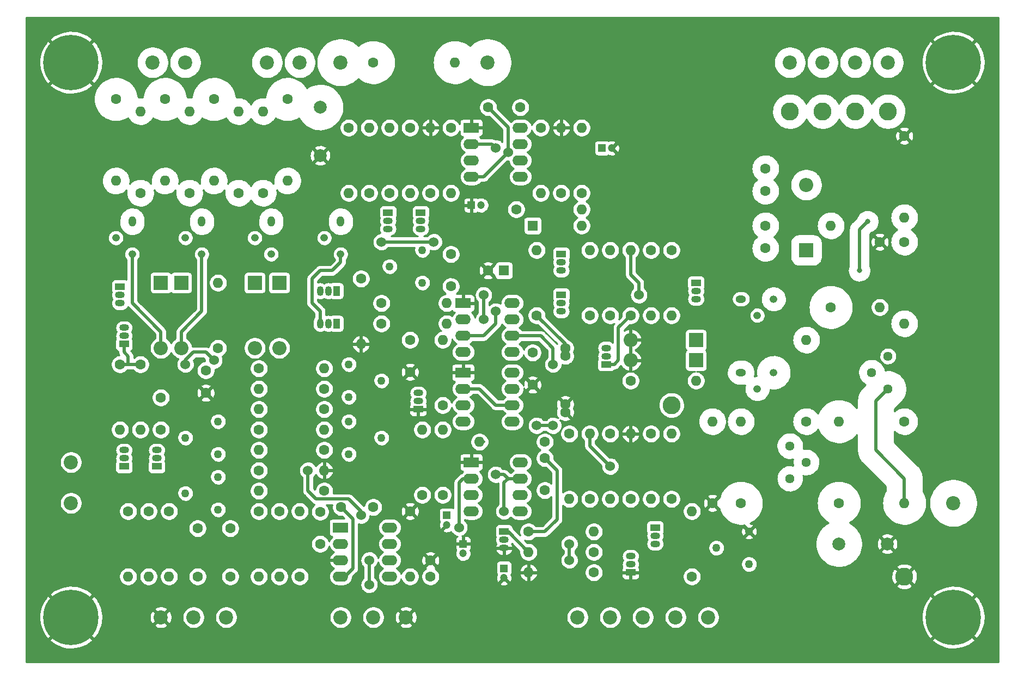
<source format=gbr>
G04 #@! TF.GenerationSoftware,KiCad,Pcbnew,(5.99.0-1101-g9de7547c2)*
G04 #@! TF.CreationDate,2020-03-19T22:23:19-06:00*
G04 #@! TF.ProjectId,mini-audioscope,6d696e69-2d61-4756-9469-6f73636f7065,rev?*
G04 #@! TF.SameCoordinates,Original*
G04 #@! TF.FileFunction,Copper,L2,Bot*
G04 #@! TF.FilePolarity,Positive*
%FSLAX46Y46*%
G04 Gerber Fmt 4.6, Leading zero omitted, Abs format (unit mm)*
G04 Created by KiCad (PCBNEW (5.99.0-1101-g9de7547c2)) date 2020-03-19 22:23:19*
%MOMM*%
%LPD*%
G01*
G04 APERTURE LIST*
%ADD10C,2.200000*%
%ADD11O,1.200000X1.600000*%
%ADD12O,1.200000X1.200000*%
%ADD13C,1.260000*%
%ADD14O,1.600000X1.600000*%
%ADD15C,1.600000*%
%ADD16C,2.000000*%
%ADD17R,2.400000X1.600000*%
%ADD18O,2.400000X1.600000*%
%ADD19C,1.200000*%
%ADD20R,1.200000X1.200000*%
%ADD21C,1.440000*%
%ADD22C,8.600000*%
%ADD23C,0.900000*%
%ADD24C,2.800000*%
%ADD25O,1.500000X1.050000*%
%ADD26R,1.500000X1.050000*%
%ADD27O,1.050000X1.500000*%
%ADD28R,1.050000X1.500000*%
%ADD29O,1.600000X1.200000*%
%ADD30R,1.600000X1.600000*%
%ADD31R,2.200000X2.200000*%
%ADD32O,2.200000X2.200000*%
%ADD33C,1.524000*%
%ADD34C,0.812800*%
%ADD35C,0.508000*%
%ADD36C,0.254000*%
G04 APERTURE END LIST*
D10*
X97790000Y-33020000D03*
X68580000Y-33020000D03*
X63500000Y-33020000D03*
X144780000Y-33020000D03*
X160020000Y-33020000D03*
X149860000Y-33020000D03*
X154940000Y-33020000D03*
X45720000Y-33020000D03*
X50800000Y-33020000D03*
X170180000Y-101600000D03*
X74930000Y-33020000D03*
X33020000Y-95250000D03*
X33020000Y-101600000D03*
X132080000Y-119380000D03*
X127000000Y-119380000D03*
X121920000Y-119380000D03*
X85090000Y-119380000D03*
X80010000Y-119380000D03*
X74930000Y-119380000D03*
X46990000Y-119380000D03*
X52070000Y-119380000D03*
X57150000Y-119380000D03*
X116840000Y-119380000D03*
X111760000Y-119380000D03*
D11*
X74930000Y-57785000D03*
D12*
X72390000Y-60325000D03*
X74930000Y-62865000D03*
D11*
X64135000Y-57785000D03*
D12*
X61595000Y-60325000D03*
X64135000Y-62865000D03*
D13*
X138430000Y-106045000D03*
X133350000Y-108585000D03*
X138430000Y-111125000D03*
X76200000Y-93980000D03*
X81280000Y-91440000D03*
X76200000Y-88900000D03*
X55880000Y-97536000D03*
X50800000Y-100076000D03*
X55880000Y-102616000D03*
X76200000Y-85090000D03*
X81280000Y-82550000D03*
X76200000Y-80010000D03*
D14*
X78105000Y-76835000D03*
D15*
X78105000Y-66675000D03*
D13*
X55880000Y-88900000D03*
X50800000Y-91440000D03*
X55880000Y-93980000D03*
X87630000Y-62230000D03*
X82550000Y-64770000D03*
X87630000Y-67310000D03*
D16*
X159900000Y-107950000D03*
X152400000Y-107950000D03*
X71755000Y-47505000D03*
X71755000Y-40005000D03*
D14*
X72390000Y-96520000D03*
D15*
X62230000Y-96520000D03*
D14*
X66675000Y-51435000D03*
D15*
X66675000Y-38735000D03*
X104775000Y-78185000D03*
X104775000Y-83185000D03*
D17*
X95250000Y-95250000D03*
D18*
X102870000Y-102870000D03*
X95250000Y-97790000D03*
X102870000Y-100330000D03*
X95250000Y-100330000D03*
X102870000Y-97790000D03*
X95250000Y-102870000D03*
X102870000Y-95250000D03*
D15*
X109855000Y-87470000D03*
X109855000Y-77470000D03*
X109855000Y-86220000D03*
X109855000Y-78720000D03*
D14*
X113665000Y-90805000D03*
D15*
X113665000Y-100965000D03*
D19*
X93980000Y-109450000D03*
D20*
X93980000Y-107950000D03*
D19*
X117070000Y-46355000D03*
D20*
X115570000Y-46355000D03*
D19*
X96750000Y-55245000D03*
D20*
X95250000Y-55245000D03*
D19*
X91440000Y-105005000D03*
D20*
X91440000Y-103505000D03*
D19*
X100330000Y-113260000D03*
D20*
X100330000Y-111760000D03*
D17*
X74930000Y-105410000D03*
D18*
X82550000Y-113030000D03*
X74930000Y-107950000D03*
X82550000Y-110490000D03*
X74930000Y-110490000D03*
X82550000Y-107950000D03*
X74930000Y-113030000D03*
X82550000Y-105410000D03*
D14*
X116840000Y-100965000D03*
D15*
X116840000Y-90805000D03*
D21*
X144780000Y-97790000D03*
X147320000Y-95250000D03*
X144780000Y-92710000D03*
D14*
X147320000Y-76200000D03*
D15*
X147320000Y-88900000D03*
X162560000Y-88900000D03*
D14*
X162560000Y-101600000D03*
X162560000Y-73660000D03*
D15*
X162560000Y-60960000D03*
D14*
X162560000Y-57150000D03*
D15*
X162560000Y-44450000D03*
D14*
X92710000Y-33020000D03*
D15*
X80010000Y-33020000D03*
D14*
X151130000Y-58420000D03*
D15*
X151130000Y-71120000D03*
D14*
X152400000Y-88900000D03*
D15*
X152400000Y-101600000D03*
D14*
X137160000Y-88900000D03*
D15*
X137160000Y-101600000D03*
D14*
X132715000Y-88900000D03*
D15*
X132715000Y-101600000D03*
X52705000Y-113030000D03*
X52705000Y-105530000D03*
X57785000Y-113030000D03*
X57785000Y-105530000D03*
D14*
X62865000Y-40640000D03*
D15*
X62865000Y-53340000D03*
D14*
X59055000Y-40640000D03*
D15*
X59055000Y-53340000D03*
D14*
X55245000Y-51435000D03*
D15*
X55245000Y-38735000D03*
D14*
X51435000Y-40640000D03*
D15*
X51435000Y-53340000D03*
D14*
X43815000Y-40640000D03*
D15*
X43815000Y-53340000D03*
D14*
X47625000Y-51435000D03*
D15*
X47625000Y-38735000D03*
D14*
X40005000Y-51435000D03*
D15*
X40005000Y-38735000D03*
D22*
X170180000Y-33020000D03*
D23*
X173405000Y-33020000D03*
X172460419Y-35300419D03*
X170180000Y-36245000D03*
X167899581Y-35300419D03*
X166955000Y-33020000D03*
X167899581Y-30739581D03*
X170180000Y-29795000D03*
X172460419Y-30739581D03*
D22*
X170180000Y-119380000D03*
D23*
X173405000Y-119380000D03*
X172460419Y-121660419D03*
X170180000Y-122605000D03*
X167899581Y-121660419D03*
X166955000Y-119380000D03*
X167899581Y-117099581D03*
X170180000Y-116155000D03*
X172460419Y-117099581D03*
D22*
X33020000Y-119380000D03*
D23*
X36245000Y-119380000D03*
X35300419Y-121660419D03*
X33020000Y-122605000D03*
X30739581Y-121660419D03*
X29795000Y-119380000D03*
X30739581Y-117099581D03*
X33020000Y-116155000D03*
X35300419Y-117099581D03*
D22*
X33020000Y-33020000D03*
D23*
X36245000Y-33020000D03*
X35300419Y-35300419D03*
X33020000Y-36245000D03*
X30739581Y-35300419D03*
X29795000Y-33020000D03*
X30739581Y-30739581D03*
X33020000Y-29795000D03*
X35300419Y-30739581D03*
D17*
X95250000Y-43180000D03*
D18*
X102870000Y-50800000D03*
X95250000Y-45720000D03*
X102870000Y-48260000D03*
X95250000Y-48260000D03*
X102870000Y-45720000D03*
X95250000Y-50800000D03*
X102870000Y-43180000D03*
D17*
X93980000Y-81280000D03*
D18*
X101600000Y-88900000D03*
X93980000Y-83820000D03*
X101600000Y-86360000D03*
X93980000Y-86360000D03*
X101600000Y-83820000D03*
X93980000Y-88900000D03*
X101600000Y-81280000D03*
D17*
X93980000Y-70485000D03*
D18*
X101600000Y-78105000D03*
X93980000Y-73025000D03*
X101600000Y-75565000D03*
X93980000Y-75565000D03*
X101600000Y-73025000D03*
X93980000Y-78105000D03*
X101600000Y-70485000D03*
D24*
X162560000Y-113030000D03*
X126365000Y-86360000D03*
X154940000Y-40640000D03*
X149860000Y-40640000D03*
X144780000Y-40640000D03*
X160020000Y-40640000D03*
D21*
X160020000Y-83820000D03*
X157480000Y-81280000D03*
X160020000Y-78740000D03*
D14*
X112395000Y-55880000D03*
D15*
X102235000Y-55880000D03*
D14*
X112395000Y-43180000D03*
D15*
X112395000Y-53340000D03*
D14*
X92075000Y-53340000D03*
D15*
X92075000Y-43180000D03*
D14*
X109220000Y-43180000D03*
D15*
X109220000Y-53340000D03*
D14*
X106045000Y-53340000D03*
D15*
X106045000Y-43180000D03*
D14*
X90805000Y-76200000D03*
D15*
X90805000Y-86360000D03*
D14*
X120015000Y-62230000D03*
D15*
X120015000Y-72390000D03*
D14*
X105410000Y-62230000D03*
D15*
X105410000Y-72390000D03*
D14*
X113665000Y-62230000D03*
D15*
X113665000Y-72390000D03*
D14*
X110490000Y-100965000D03*
D15*
X110490000Y-90805000D03*
D14*
X116840000Y-62230000D03*
D15*
X116840000Y-72390000D03*
D14*
X104140000Y-112395000D03*
D15*
X114300000Y-112395000D03*
D14*
X120015000Y-90805000D03*
D15*
X120015000Y-100965000D03*
D14*
X114300000Y-106045000D03*
D15*
X104140000Y-106045000D03*
D14*
X104140000Y-109220000D03*
D15*
X114300000Y-109220000D03*
D14*
X87630000Y-90170000D03*
D15*
X87630000Y-100330000D03*
D14*
X96520000Y-92075000D03*
D15*
X106680000Y-92075000D03*
D14*
X90805000Y-90170000D03*
D15*
X90805000Y-100330000D03*
D14*
X72390000Y-90170000D03*
D15*
X62230000Y-90170000D03*
D14*
X62230000Y-86995000D03*
D15*
X72390000Y-86995000D03*
D14*
X85725000Y-113030000D03*
D15*
X85725000Y-102870000D03*
D14*
X68580000Y-102870000D03*
D15*
X68580000Y-113030000D03*
D14*
X65405000Y-113030000D03*
D15*
X65405000Y-102870000D03*
D14*
X62230000Y-113030000D03*
D15*
X62230000Y-102870000D03*
D14*
X72390000Y-80645000D03*
D15*
X62230000Y-80645000D03*
D14*
X62230000Y-83820000D03*
D15*
X72390000Y-83820000D03*
D14*
X82550000Y-43180000D03*
D15*
X82550000Y-53340000D03*
D14*
X76200000Y-53340000D03*
D15*
X76200000Y-43180000D03*
D14*
X91440000Y-70485000D03*
D15*
X81280000Y-70485000D03*
D14*
X91440000Y-73660000D03*
D15*
X81280000Y-73660000D03*
D14*
X79375000Y-43180000D03*
D15*
X79375000Y-53340000D03*
D14*
X88900000Y-43180000D03*
D15*
X88900000Y-53340000D03*
D14*
X85725000Y-53340000D03*
D15*
X85725000Y-43180000D03*
D14*
X62230000Y-99695000D03*
D15*
X72390000Y-99695000D03*
D14*
X48260000Y-113030000D03*
D15*
X48260000Y-102870000D03*
D14*
X45085000Y-113030000D03*
D15*
X45085000Y-102870000D03*
D14*
X55880000Y-67310000D03*
D15*
X55880000Y-77470000D03*
D14*
X43815000Y-90170000D03*
D15*
X43815000Y-80010000D03*
D14*
X40640000Y-90170000D03*
D15*
X40640000Y-80010000D03*
D14*
X41910000Y-113030000D03*
D15*
X41910000Y-102870000D03*
D14*
X62230000Y-93345000D03*
D15*
X72390000Y-93345000D03*
D14*
X158750000Y-71120000D03*
D15*
X158750000Y-60960000D03*
D14*
X130175000Y-82550000D03*
D15*
X120015000Y-82550000D03*
D14*
X126365000Y-72390000D03*
D15*
X126365000Y-62230000D03*
D14*
X126365000Y-90805000D03*
D15*
X126365000Y-100965000D03*
D14*
X123190000Y-72390000D03*
D15*
X123190000Y-62230000D03*
D14*
X129540000Y-102870000D03*
D15*
X129540000Y-113030000D03*
D14*
X123190000Y-100965000D03*
D15*
X123190000Y-90805000D03*
D25*
X116205000Y-78740000D03*
X116205000Y-77470000D03*
D26*
X116205000Y-80010000D03*
X109220000Y-62865000D03*
D25*
X109220000Y-65405000D03*
X109220000Y-64135000D03*
D26*
X109220000Y-69215000D03*
D25*
X109220000Y-71755000D03*
X109220000Y-70485000D03*
X120015000Y-111125000D03*
X120015000Y-109855000D03*
D26*
X120015000Y-112395000D03*
D25*
X123825000Y-106680000D03*
X123825000Y-107950000D03*
D26*
X123825000Y-105410000D03*
D25*
X86995000Y-85725000D03*
X86995000Y-84455000D03*
D26*
X86995000Y-86995000D03*
D25*
X100330000Y-107315000D03*
X100330000Y-108585000D03*
D26*
X100330000Y-106045000D03*
D27*
X73025000Y-73660000D03*
X71755000Y-73660000D03*
D28*
X74295000Y-73660000D03*
D25*
X87376000Y-57658000D03*
X87376000Y-58928000D03*
D26*
X87376000Y-56388000D03*
D25*
X82296000Y-57658000D03*
X82296000Y-58928000D03*
D26*
X82296000Y-56388000D03*
D27*
X73025000Y-68580000D03*
X71755000Y-68580000D03*
D28*
X74295000Y-68580000D03*
D25*
X40640000Y-69215000D03*
X40640000Y-70485000D03*
D26*
X40640000Y-67945000D03*
D25*
X46355000Y-94615000D03*
X46355000Y-93345000D03*
D26*
X46355000Y-95885000D03*
D11*
X53340000Y-57785000D03*
D12*
X50800000Y-60325000D03*
X53340000Y-62865000D03*
D11*
X42545000Y-57785000D03*
D12*
X40005000Y-60325000D03*
X42545000Y-62865000D03*
D25*
X41275000Y-94615000D03*
X41275000Y-93345000D03*
D26*
X41275000Y-95885000D03*
D25*
X41275000Y-75565000D03*
X41275000Y-74295000D03*
D26*
X41275000Y-76835000D03*
D29*
X137160000Y-81280000D03*
D12*
X139700000Y-83820000D03*
X142240000Y-81280000D03*
D29*
X137160000Y-69850000D03*
D12*
X139700000Y-72390000D03*
X142240000Y-69850000D03*
D25*
X130175000Y-68580000D03*
X130175000Y-69850000D03*
D26*
X130175000Y-67310000D03*
D15*
X53975000Y-80955000D03*
X53975000Y-84455000D03*
X140970000Y-61920000D03*
X140970000Y-58420000D03*
X140970000Y-53030000D03*
X140970000Y-49530000D03*
D30*
X104775000Y-58420000D03*
D14*
X112395000Y-58420000D03*
D31*
X65405000Y-67310000D03*
D32*
X65405000Y-77470000D03*
D31*
X61595000Y-67310000D03*
D32*
X61595000Y-77470000D03*
D31*
X50165000Y-67310000D03*
D32*
X50165000Y-77470000D03*
D31*
X46990000Y-67310000D03*
D32*
X46990000Y-77470000D03*
D31*
X147320000Y-62230000D03*
D32*
X147320000Y-52070000D03*
D31*
X130175000Y-79375000D03*
D32*
X120015000Y-79375000D03*
D31*
X130175000Y-76200000D03*
D32*
X120015000Y-76200000D03*
D15*
X85725000Y-81200000D03*
X85725000Y-76200000D03*
X97830000Y-65405000D03*
D30*
X100330000Y-65405000D03*
D15*
X97870000Y-40005000D03*
X102870000Y-40005000D03*
X106680000Y-99615000D03*
X106680000Y-94615000D03*
X88900000Y-113030000D03*
X88900000Y-110530000D03*
X71755000Y-102950000D03*
X71755000Y-107950000D03*
X80010000Y-102235000D03*
X75010000Y-102235000D03*
X92075000Y-62865000D03*
X92075000Y-67865000D03*
X46990000Y-85170000D03*
X46990000Y-90170000D03*
D33*
X93345000Y-105410000D03*
X55245000Y-79375000D03*
X50800000Y-80010000D03*
X107950000Y-80010000D03*
X99060000Y-97155000D03*
X100330000Y-102870000D03*
X100965000Y-46990000D03*
X99060000Y-46355000D03*
X97155000Y-73025000D03*
X97155000Y-69215000D03*
D34*
X155575000Y-65405000D03*
D33*
X79375000Y-114300000D03*
X79375000Y-110490000D03*
X99060000Y-71755000D03*
X116840000Y-95885000D03*
X110490000Y-110490000D03*
X110490000Y-107950000D03*
X105410000Y-89535000D03*
X107950000Y-89535000D03*
X78105000Y-103505000D03*
X69850000Y-96520000D03*
X81280000Y-60960000D03*
X121285000Y-69215000D03*
D34*
X156845000Y-57785000D03*
D33*
X89408000Y-60960000D03*
D35*
X71755000Y-65405000D02*
X70485000Y-66675000D01*
X70485000Y-66675000D02*
X70485000Y-70485000D01*
X71437500Y-71437500D02*
X71755000Y-71755000D01*
X70485000Y-70485000D02*
X71437500Y-71437500D01*
X93345000Y-105410000D02*
X93345000Y-99695000D01*
X93345000Y-99695000D02*
X93345000Y-98425000D01*
X93345000Y-98425000D02*
X93980000Y-97790000D01*
X108585000Y-104140000D02*
X106680000Y-106045000D01*
X106680000Y-106045000D02*
X104140000Y-106045000D01*
X108585000Y-96520000D02*
X108585000Y-104140000D01*
X106680000Y-94615000D02*
X108585000Y-96520000D01*
X52070000Y-78105000D02*
X53975000Y-78105000D01*
X53975000Y-78105000D02*
X55245000Y-79375000D01*
X42545000Y-68580000D02*
X42545000Y-69215000D01*
X46990000Y-75565000D02*
X46990000Y-74930000D01*
X46990000Y-74930000D02*
X42545000Y-70485000D01*
X42545000Y-70485000D02*
X42545000Y-69215000D01*
X42545000Y-68580000D02*
X42545000Y-62865000D01*
X46990000Y-75565000D02*
X46990000Y-77470000D01*
X50165000Y-77470000D02*
X50165000Y-74930000D01*
X50165000Y-74930000D02*
X53340000Y-71755000D01*
X53340000Y-71755000D02*
X53340000Y-62865000D01*
X50800000Y-80010000D02*
X50800000Y-79375000D01*
X50800000Y-79375000D02*
X52070000Y-78105000D01*
X40640000Y-80010000D02*
X41910000Y-80010000D01*
X41275000Y-76835000D02*
X41275000Y-78105000D01*
X41910000Y-80010000D02*
X43815000Y-80010000D01*
X41275000Y-78105000D02*
X41910000Y-78740000D01*
X41910000Y-78740000D02*
X41910000Y-80010000D01*
X101600000Y-75565000D02*
X106045000Y-75565000D01*
X107950000Y-80010000D02*
X107950000Y-77470000D01*
X107950000Y-77470000D02*
X106045000Y-75565000D01*
X109855000Y-77470000D02*
X109855000Y-76835000D01*
X109855000Y-76835000D02*
X105410000Y-72390000D01*
X100965000Y-97790000D02*
X100330000Y-97155000D01*
X100330000Y-97155000D02*
X99060000Y-97155000D01*
X100330000Y-102870000D02*
X100330000Y-98425000D01*
X100965000Y-97790000D02*
X102870000Y-97790000D01*
X100330000Y-98425000D02*
X100965000Y-97790000D01*
X95250000Y-97790000D02*
X93980000Y-97790000D01*
X71755000Y-65405000D02*
X73660000Y-65405000D01*
X74930000Y-64135000D02*
X74930000Y-62865000D01*
X73660000Y-65405000D02*
X74930000Y-64135000D01*
X99695000Y-41830000D02*
X97870000Y-40005000D01*
X97155000Y-50800000D02*
X100965000Y-46990000D01*
X100965000Y-43100000D02*
X99695000Y-41830000D01*
X95250000Y-50800000D02*
X97155000Y-50800000D01*
X100965000Y-46990000D02*
X100965000Y-43100000D01*
X95250000Y-45720000D02*
X98425000Y-45720000D01*
X98425000Y-45720000D02*
X99060000Y-46355000D01*
X97155000Y-73025000D02*
X97155000Y-69215000D01*
X95885000Y-50800000D02*
X95250000Y-50800000D01*
X100330000Y-106045000D02*
X100965000Y-106045000D01*
X100965000Y-106045000D02*
X104140000Y-109220000D01*
X79375000Y-114300000D02*
X79375000Y-110490000D01*
X99060000Y-71755000D02*
X99060000Y-73660000D01*
X97155000Y-75565000D02*
X93980000Y-75565000D01*
X99060000Y-73660000D02*
X97155000Y-75565000D01*
X116205000Y-80010000D02*
X117475000Y-80010000D01*
X117475000Y-80010000D02*
X118110000Y-79375000D01*
X118110000Y-79375000D02*
X118110000Y-74295000D01*
X118110000Y-74295000D02*
X120015000Y-72390000D01*
X116840000Y-95885000D02*
X113665000Y-92710000D01*
X113665000Y-92710000D02*
X113665000Y-90805000D01*
X110490000Y-107950000D02*
X110490000Y-110490000D01*
X96520000Y-92075000D02*
X97155000Y-92075000D01*
X107950000Y-89535000D02*
X105410000Y-89535000D01*
X96520000Y-83820000D02*
X99060000Y-86360000D01*
X93980000Y-83820000D02*
X96520000Y-83820000D01*
X99060000Y-86360000D02*
X101600000Y-86360000D01*
X71755000Y-71755000D02*
X71755000Y-73660000D01*
X69850000Y-99695000D02*
X69850000Y-96520000D01*
X78105000Y-102870000D02*
X76200000Y-100965000D01*
X78105000Y-103505000D02*
X78105000Y-102870000D01*
X76200000Y-100965000D02*
X71120000Y-100965000D01*
X71120000Y-100965000D02*
X69850000Y-99695000D01*
X121285000Y-67310000D02*
X120015000Y-66040000D01*
X121285000Y-69215000D02*
X121285000Y-67310000D01*
X120015000Y-66040000D02*
X120015000Y-62230000D01*
X75010000Y-102235000D02*
X76835000Y-104060000D01*
X76835000Y-111760000D02*
X75565000Y-113030000D01*
X75565000Y-113030000D02*
X74930000Y-113030000D01*
X76835000Y-104060000D02*
X76835000Y-111760000D01*
X155575000Y-59055000D02*
X156845000Y-57785000D01*
X155575000Y-62230000D02*
X155575000Y-59055000D01*
X155575000Y-62230000D02*
X155575000Y-60030000D01*
X155575000Y-65405000D02*
X155575000Y-62230000D01*
X81280000Y-60960000D02*
X89408000Y-60960000D01*
X162560000Y-97790000D02*
X162560000Y-101600000D01*
X158115000Y-93345000D02*
X162560000Y-97790000D01*
X158115000Y-85725000D02*
X158115000Y-93345000D01*
X160020000Y-83820000D02*
X158115000Y-85725000D01*
G36*
X177166001Y-126366000D02*
G01*
X26034000Y-126366000D01*
X26034000Y-122904511D01*
X29676508Y-122904511D01*
X29680132Y-123013762D01*
X29936433Y-123238136D01*
X29940902Y-123241703D01*
X30298795Y-123501729D01*
X30303570Y-123504877D01*
X30683558Y-123731395D01*
X30688598Y-123734097D01*
X31087552Y-123925244D01*
X31092816Y-123927479D01*
X31507452Y-124081680D01*
X31512897Y-124083428D01*
X31939802Y-124199417D01*
X31945384Y-124200664D01*
X32381044Y-124277482D01*
X32386715Y-124278219D01*
X32827546Y-124315236D01*
X32833260Y-124315456D01*
X33275631Y-124312368D01*
X33281342Y-124312069D01*
X33721612Y-124268900D01*
X33727272Y-124268084D01*
X34161819Y-124185190D01*
X34167382Y-124183865D01*
X34592626Y-124061928D01*
X34598046Y-124060104D01*
X35010489Y-123900128D01*
X35015721Y-123897820D01*
X35411967Y-123701121D01*
X35416969Y-123698349D01*
X35793757Y-123466547D01*
X35798487Y-123463333D01*
X36152716Y-123198336D01*
X36157135Y-123194707D01*
X36359981Y-123012065D01*
X36362797Y-122904511D01*
X166836508Y-122904511D01*
X166840132Y-123013762D01*
X167096433Y-123238136D01*
X167100902Y-123241703D01*
X167458795Y-123501729D01*
X167463570Y-123504877D01*
X167843558Y-123731395D01*
X167848598Y-123734097D01*
X168247552Y-123925244D01*
X168252816Y-123927479D01*
X168667452Y-124081680D01*
X168672897Y-124083428D01*
X169099802Y-124199417D01*
X169105384Y-124200664D01*
X169541044Y-124277482D01*
X169546715Y-124278219D01*
X169987546Y-124315236D01*
X169993260Y-124315456D01*
X170435631Y-124312368D01*
X170441342Y-124312069D01*
X170881612Y-124268900D01*
X170887272Y-124268084D01*
X171321819Y-124185190D01*
X171327382Y-124183865D01*
X171752626Y-124061928D01*
X171758046Y-124060104D01*
X172170489Y-123900128D01*
X172175721Y-123897820D01*
X172571967Y-123701121D01*
X172576969Y-123698349D01*
X172953757Y-123466547D01*
X172958487Y-123463333D01*
X173312716Y-123198336D01*
X173317135Y-123194707D01*
X173519981Y-123012065D01*
X173522815Y-122903834D01*
X170232191Y-119613210D01*
X170127809Y-119613210D01*
X166836508Y-122904511D01*
X36362797Y-122904511D01*
X36362815Y-122903834D01*
X33072191Y-119613210D01*
X32967809Y-119613210D01*
X29676508Y-122904511D01*
X26034000Y-122904511D01*
X26034000Y-119331139D01*
X28081254Y-119331139D01*
X28096693Y-119773251D01*
X28097151Y-119778951D01*
X28152597Y-120217845D01*
X28153570Y-120223480D01*
X28248565Y-120655542D01*
X28250045Y-120661066D01*
X28383808Y-121082740D01*
X28385782Y-121088107D01*
X28557212Y-121495922D01*
X28559665Y-121501088D01*
X28767351Y-121891688D01*
X28770262Y-121896610D01*
X29012493Y-122266780D01*
X29015839Y-122271418D01*
X29290624Y-122618110D01*
X29294376Y-122622425D01*
X29389347Y-122722155D01*
X29495529Y-122723452D01*
X32786790Y-119432191D01*
X32786790Y-119327809D01*
X33253210Y-119327809D01*
X33253210Y-119432191D01*
X36543820Y-122722801D01*
X36651028Y-122720743D01*
X36790533Y-122570091D01*
X36794224Y-122565723D01*
X37064141Y-122215229D01*
X37067421Y-122210544D01*
X37304461Y-121837029D01*
X37307303Y-121832067D01*
X37509515Y-121438605D01*
X37511896Y-121433405D01*
X37677614Y-121023236D01*
X37679514Y-121017842D01*
X37795301Y-120634338D01*
X45916682Y-120634338D01*
X45925797Y-120750154D01*
X46077168Y-120860131D01*
X46085610Y-120865304D01*
X46319950Y-120984706D01*
X46329098Y-120988495D01*
X46579231Y-121069768D01*
X46588859Y-121072079D01*
X46848627Y-121113223D01*
X46858497Y-121114000D01*
X47121503Y-121114000D01*
X47131373Y-121113223D01*
X47391141Y-121072079D01*
X47400769Y-121069768D01*
X47650902Y-120988495D01*
X47660050Y-120984706D01*
X47894390Y-120865304D01*
X47902832Y-120860131D01*
X48054203Y-120750154D01*
X48063318Y-120634338D01*
X47042191Y-119613210D01*
X46937809Y-119613210D01*
X45916682Y-120634338D01*
X37795301Y-120634338D01*
X37807377Y-120594342D01*
X37808780Y-120588798D01*
X37897732Y-120155452D01*
X37898627Y-120149804D01*
X37947975Y-119709850D01*
X37948365Y-119703484D01*
X37953129Y-119248497D01*
X45256000Y-119248497D01*
X45256000Y-119511503D01*
X45256777Y-119521373D01*
X45297921Y-119781141D01*
X45300232Y-119790769D01*
X45381505Y-120040902D01*
X45385294Y-120050050D01*
X45504696Y-120284390D01*
X45509869Y-120292832D01*
X45619846Y-120444203D01*
X45735662Y-120453318D01*
X46756790Y-119432191D01*
X46756790Y-119327809D01*
X47223210Y-119327809D01*
X47223210Y-119432191D01*
X48244338Y-120453318D01*
X48360154Y-120444203D01*
X48470131Y-120292832D01*
X48475304Y-120284390D01*
X48594706Y-120050050D01*
X48598495Y-120040902D01*
X48679768Y-119790769D01*
X48682079Y-119781141D01*
X48723223Y-119521373D01*
X48724000Y-119511503D01*
X48724000Y-119248497D01*
X50336000Y-119248497D01*
X50336000Y-119511503D01*
X50336777Y-119521373D01*
X50377921Y-119781141D01*
X50380232Y-119790769D01*
X50461505Y-120040902D01*
X50465294Y-120050050D01*
X50584696Y-120284390D01*
X50589869Y-120292832D01*
X50744460Y-120505608D01*
X50750890Y-120513137D01*
X50936863Y-120699110D01*
X50944392Y-120705540D01*
X51157168Y-120860131D01*
X51165610Y-120865304D01*
X51399950Y-120984706D01*
X51409098Y-120988495D01*
X51659231Y-121069768D01*
X51668859Y-121072079D01*
X51928627Y-121113223D01*
X51938497Y-121114000D01*
X52201503Y-121114000D01*
X52211373Y-121113223D01*
X52471141Y-121072079D01*
X52480769Y-121069768D01*
X52730902Y-120988495D01*
X52740050Y-120984706D01*
X52974390Y-120865304D01*
X52982832Y-120860131D01*
X53195608Y-120705540D01*
X53203137Y-120699110D01*
X53389110Y-120513137D01*
X53395540Y-120505608D01*
X53550131Y-120292832D01*
X53555304Y-120284390D01*
X53674706Y-120050050D01*
X53678495Y-120040902D01*
X53759768Y-119790769D01*
X53762079Y-119781141D01*
X53803223Y-119521373D01*
X53804000Y-119511503D01*
X53804000Y-119248497D01*
X55416000Y-119248497D01*
X55416000Y-119511503D01*
X55416777Y-119521373D01*
X55457921Y-119781141D01*
X55460232Y-119790769D01*
X55541505Y-120040902D01*
X55545294Y-120050050D01*
X55664696Y-120284390D01*
X55669869Y-120292832D01*
X55824460Y-120505608D01*
X55830890Y-120513137D01*
X56016863Y-120699110D01*
X56024392Y-120705540D01*
X56237168Y-120860131D01*
X56245610Y-120865304D01*
X56479950Y-120984706D01*
X56489098Y-120988495D01*
X56739231Y-121069768D01*
X56748859Y-121072079D01*
X57008627Y-121113223D01*
X57018497Y-121114000D01*
X57281503Y-121114000D01*
X57291373Y-121113223D01*
X57551141Y-121072079D01*
X57560769Y-121069768D01*
X57810902Y-120988495D01*
X57820050Y-120984706D01*
X58054390Y-120865304D01*
X58062832Y-120860131D01*
X58275608Y-120705540D01*
X58283137Y-120699110D01*
X58469110Y-120513137D01*
X58475540Y-120505608D01*
X58630131Y-120292832D01*
X58635304Y-120284390D01*
X58754706Y-120050050D01*
X58758495Y-120040902D01*
X58839768Y-119790769D01*
X58842079Y-119781141D01*
X58883223Y-119521373D01*
X58884000Y-119511503D01*
X58884000Y-119248497D01*
X73196000Y-119248497D01*
X73196000Y-119511503D01*
X73196777Y-119521373D01*
X73237921Y-119781141D01*
X73240232Y-119790769D01*
X73321505Y-120040902D01*
X73325294Y-120050050D01*
X73444696Y-120284390D01*
X73449869Y-120292832D01*
X73604460Y-120505608D01*
X73610890Y-120513137D01*
X73796863Y-120699110D01*
X73804392Y-120705540D01*
X74017168Y-120860131D01*
X74025610Y-120865304D01*
X74259950Y-120984706D01*
X74269098Y-120988495D01*
X74519231Y-121069768D01*
X74528859Y-121072079D01*
X74788627Y-121113223D01*
X74798497Y-121114000D01*
X75061503Y-121114000D01*
X75071373Y-121113223D01*
X75331141Y-121072079D01*
X75340769Y-121069768D01*
X75590902Y-120988495D01*
X75600050Y-120984706D01*
X75834390Y-120865304D01*
X75842832Y-120860131D01*
X76055608Y-120705540D01*
X76063137Y-120699110D01*
X76249110Y-120513137D01*
X76255540Y-120505608D01*
X76410131Y-120292832D01*
X76415304Y-120284390D01*
X76534706Y-120050050D01*
X76538495Y-120040902D01*
X76619768Y-119790769D01*
X76622079Y-119781141D01*
X76663223Y-119521373D01*
X76664000Y-119511503D01*
X76664000Y-119248497D01*
X78276000Y-119248497D01*
X78276000Y-119511503D01*
X78276777Y-119521373D01*
X78317921Y-119781141D01*
X78320232Y-119790769D01*
X78401505Y-120040902D01*
X78405294Y-120050050D01*
X78524696Y-120284390D01*
X78529869Y-120292832D01*
X78684460Y-120505608D01*
X78690890Y-120513137D01*
X78876863Y-120699110D01*
X78884392Y-120705540D01*
X79097168Y-120860131D01*
X79105610Y-120865304D01*
X79339950Y-120984706D01*
X79349098Y-120988495D01*
X79599231Y-121069768D01*
X79608859Y-121072079D01*
X79868627Y-121113223D01*
X79878497Y-121114000D01*
X80141503Y-121114000D01*
X80151373Y-121113223D01*
X80411141Y-121072079D01*
X80420769Y-121069768D01*
X80670902Y-120988495D01*
X80680050Y-120984706D01*
X80914390Y-120865304D01*
X80922832Y-120860131D01*
X81135608Y-120705540D01*
X81143137Y-120699110D01*
X81207909Y-120634338D01*
X84016682Y-120634338D01*
X84025797Y-120750154D01*
X84177168Y-120860131D01*
X84185610Y-120865304D01*
X84419950Y-120984706D01*
X84429098Y-120988495D01*
X84679231Y-121069768D01*
X84688859Y-121072079D01*
X84948627Y-121113223D01*
X84958497Y-121114000D01*
X85221503Y-121114000D01*
X85231373Y-121113223D01*
X85491141Y-121072079D01*
X85500769Y-121069768D01*
X85750902Y-120988495D01*
X85760050Y-120984706D01*
X85994390Y-120865304D01*
X86002832Y-120860131D01*
X86154203Y-120750154D01*
X86163318Y-120634338D01*
X85142191Y-119613210D01*
X85037809Y-119613210D01*
X84016682Y-120634338D01*
X81207909Y-120634338D01*
X81329110Y-120513137D01*
X81335540Y-120505608D01*
X81490131Y-120292832D01*
X81495304Y-120284390D01*
X81614706Y-120050050D01*
X81618495Y-120040902D01*
X81699768Y-119790769D01*
X81702079Y-119781141D01*
X81743223Y-119521373D01*
X81744000Y-119511503D01*
X81744000Y-119248497D01*
X83356000Y-119248497D01*
X83356000Y-119511503D01*
X83356777Y-119521373D01*
X83397921Y-119781141D01*
X83400232Y-119790769D01*
X83481505Y-120040902D01*
X83485294Y-120050050D01*
X83604696Y-120284390D01*
X83609869Y-120292832D01*
X83719846Y-120444203D01*
X83835662Y-120453318D01*
X84856790Y-119432191D01*
X84856790Y-119327809D01*
X85323210Y-119327809D01*
X85323210Y-119432191D01*
X86344338Y-120453318D01*
X86460154Y-120444203D01*
X86570131Y-120292832D01*
X86575304Y-120284390D01*
X86694706Y-120050050D01*
X86698495Y-120040902D01*
X86779768Y-119790769D01*
X86782079Y-119781141D01*
X86823223Y-119521373D01*
X86824000Y-119511503D01*
X86824000Y-119248497D01*
X110026000Y-119248497D01*
X110026000Y-119511503D01*
X110026777Y-119521373D01*
X110067921Y-119781141D01*
X110070232Y-119790769D01*
X110151505Y-120040902D01*
X110155294Y-120050050D01*
X110274696Y-120284390D01*
X110279869Y-120292832D01*
X110434460Y-120505608D01*
X110440890Y-120513137D01*
X110626863Y-120699110D01*
X110634392Y-120705540D01*
X110847168Y-120860131D01*
X110855610Y-120865304D01*
X111089950Y-120984706D01*
X111099098Y-120988495D01*
X111349231Y-121069768D01*
X111358859Y-121072079D01*
X111618627Y-121113223D01*
X111628497Y-121114000D01*
X111891503Y-121114000D01*
X111901373Y-121113223D01*
X112161141Y-121072079D01*
X112170769Y-121069768D01*
X112420902Y-120988495D01*
X112430050Y-120984706D01*
X112664390Y-120865304D01*
X112672832Y-120860131D01*
X112885608Y-120705540D01*
X112893137Y-120699110D01*
X113079110Y-120513137D01*
X113085540Y-120505608D01*
X113240131Y-120292832D01*
X113245304Y-120284390D01*
X113364706Y-120050050D01*
X113368495Y-120040902D01*
X113449768Y-119790769D01*
X113452079Y-119781141D01*
X113493223Y-119521373D01*
X113494000Y-119511503D01*
X113494000Y-119248497D01*
X115106000Y-119248497D01*
X115106000Y-119511503D01*
X115106777Y-119521373D01*
X115147921Y-119781141D01*
X115150232Y-119790769D01*
X115231505Y-120040902D01*
X115235294Y-120050050D01*
X115354696Y-120284390D01*
X115359869Y-120292832D01*
X115514460Y-120505608D01*
X115520890Y-120513137D01*
X115706863Y-120699110D01*
X115714392Y-120705540D01*
X115927168Y-120860131D01*
X115935610Y-120865304D01*
X116169950Y-120984706D01*
X116179098Y-120988495D01*
X116429231Y-121069768D01*
X116438859Y-121072079D01*
X116698627Y-121113223D01*
X116708497Y-121114000D01*
X116971503Y-121114000D01*
X116981373Y-121113223D01*
X117241141Y-121072079D01*
X117250769Y-121069768D01*
X117500902Y-120988495D01*
X117510050Y-120984706D01*
X117744390Y-120865304D01*
X117752832Y-120860131D01*
X117965608Y-120705540D01*
X117973137Y-120699110D01*
X118159110Y-120513137D01*
X118165540Y-120505608D01*
X118320131Y-120292832D01*
X118325304Y-120284390D01*
X118444706Y-120050050D01*
X118448495Y-120040902D01*
X118529768Y-119790769D01*
X118532079Y-119781141D01*
X118573223Y-119521373D01*
X118574000Y-119511503D01*
X118574000Y-119248497D01*
X120186000Y-119248497D01*
X120186000Y-119511503D01*
X120186777Y-119521373D01*
X120227921Y-119781141D01*
X120230232Y-119790769D01*
X120311505Y-120040902D01*
X120315294Y-120050050D01*
X120434696Y-120284390D01*
X120439869Y-120292832D01*
X120594460Y-120505608D01*
X120600890Y-120513137D01*
X120786863Y-120699110D01*
X120794392Y-120705540D01*
X121007168Y-120860131D01*
X121015610Y-120865304D01*
X121249950Y-120984706D01*
X121259098Y-120988495D01*
X121509231Y-121069768D01*
X121518859Y-121072079D01*
X121778627Y-121113223D01*
X121788497Y-121114000D01*
X122051503Y-121114000D01*
X122061373Y-121113223D01*
X122321141Y-121072079D01*
X122330769Y-121069768D01*
X122580902Y-120988495D01*
X122590050Y-120984706D01*
X122824390Y-120865304D01*
X122832832Y-120860131D01*
X123045608Y-120705540D01*
X123053137Y-120699110D01*
X123239110Y-120513137D01*
X123245540Y-120505608D01*
X123400131Y-120292832D01*
X123405304Y-120284390D01*
X123524706Y-120050050D01*
X123528495Y-120040902D01*
X123609768Y-119790769D01*
X123612079Y-119781141D01*
X123653223Y-119521373D01*
X123654000Y-119511503D01*
X123654000Y-119248497D01*
X125266000Y-119248497D01*
X125266000Y-119511503D01*
X125266777Y-119521373D01*
X125307921Y-119781141D01*
X125310232Y-119790769D01*
X125391505Y-120040902D01*
X125395294Y-120050050D01*
X125514696Y-120284390D01*
X125519869Y-120292832D01*
X125674460Y-120505608D01*
X125680890Y-120513137D01*
X125866863Y-120699110D01*
X125874392Y-120705540D01*
X126087168Y-120860131D01*
X126095610Y-120865304D01*
X126329950Y-120984706D01*
X126339098Y-120988495D01*
X126589231Y-121069768D01*
X126598859Y-121072079D01*
X126858627Y-121113223D01*
X126868497Y-121114000D01*
X127131503Y-121114000D01*
X127141373Y-121113223D01*
X127401141Y-121072079D01*
X127410769Y-121069768D01*
X127660902Y-120988495D01*
X127670050Y-120984706D01*
X127904390Y-120865304D01*
X127912832Y-120860131D01*
X128125608Y-120705540D01*
X128133137Y-120699110D01*
X128319110Y-120513137D01*
X128325540Y-120505608D01*
X128480131Y-120292832D01*
X128485304Y-120284390D01*
X128604706Y-120050050D01*
X128608495Y-120040902D01*
X128689768Y-119790769D01*
X128692079Y-119781141D01*
X128733223Y-119521373D01*
X128734000Y-119511503D01*
X128734000Y-119248497D01*
X130346000Y-119248497D01*
X130346000Y-119511503D01*
X130346777Y-119521373D01*
X130387921Y-119781141D01*
X130390232Y-119790769D01*
X130471505Y-120040902D01*
X130475294Y-120050050D01*
X130594696Y-120284390D01*
X130599869Y-120292832D01*
X130754460Y-120505608D01*
X130760890Y-120513137D01*
X130946863Y-120699110D01*
X130954392Y-120705540D01*
X131167168Y-120860131D01*
X131175610Y-120865304D01*
X131409950Y-120984706D01*
X131419098Y-120988495D01*
X131669231Y-121069768D01*
X131678859Y-121072079D01*
X131938627Y-121113223D01*
X131948497Y-121114000D01*
X132211503Y-121114000D01*
X132221373Y-121113223D01*
X132481141Y-121072079D01*
X132490769Y-121069768D01*
X132740902Y-120988495D01*
X132750050Y-120984706D01*
X132984390Y-120865304D01*
X132992832Y-120860131D01*
X133205608Y-120705540D01*
X133213137Y-120699110D01*
X133399110Y-120513137D01*
X133405540Y-120505608D01*
X133560131Y-120292832D01*
X133565304Y-120284390D01*
X133684706Y-120050050D01*
X133688495Y-120040902D01*
X133769768Y-119790769D01*
X133772079Y-119781141D01*
X133813223Y-119521373D01*
X133814000Y-119511503D01*
X133814000Y-119331139D01*
X165241254Y-119331139D01*
X165256693Y-119773251D01*
X165257151Y-119778951D01*
X165312597Y-120217845D01*
X165313570Y-120223480D01*
X165408565Y-120655542D01*
X165410045Y-120661066D01*
X165543808Y-121082740D01*
X165545782Y-121088107D01*
X165717212Y-121495922D01*
X165719665Y-121501088D01*
X165927351Y-121891688D01*
X165930262Y-121896610D01*
X166172493Y-122266780D01*
X166175839Y-122271418D01*
X166450624Y-122618110D01*
X166454376Y-122622425D01*
X166549347Y-122722155D01*
X166655529Y-122723452D01*
X169946790Y-119432191D01*
X169946790Y-119327809D01*
X170413210Y-119327809D01*
X170413210Y-119432191D01*
X173703820Y-122722801D01*
X173811028Y-122720743D01*
X173950533Y-122570091D01*
X173954224Y-122565723D01*
X174224141Y-122215229D01*
X174227421Y-122210544D01*
X174464461Y-121837029D01*
X174467303Y-121832067D01*
X174669515Y-121438605D01*
X174671896Y-121433405D01*
X174837614Y-121023236D01*
X174839514Y-121017842D01*
X174967377Y-120594342D01*
X174968780Y-120588798D01*
X175057732Y-120155452D01*
X175058627Y-120149804D01*
X175107975Y-119709850D01*
X175108365Y-119703484D01*
X175114058Y-119159799D01*
X175113802Y-119153426D01*
X175073678Y-118712536D01*
X175072902Y-118706870D01*
X174993044Y-118271755D01*
X174991757Y-118266183D01*
X174872793Y-117840098D01*
X174871006Y-117834666D01*
X174713914Y-117421116D01*
X174711643Y-117415867D01*
X174517716Y-117018257D01*
X174514978Y-117013236D01*
X174285812Y-116634839D01*
X174282630Y-116630087D01*
X174020113Y-116274017D01*
X174016514Y-116269572D01*
X173812829Y-116040158D01*
X173704088Y-116036931D01*
X170413210Y-119327809D01*
X169946790Y-119327809D01*
X166652132Y-116033151D01*
X166540847Y-116038399D01*
X166237271Y-116405360D01*
X166233829Y-116409927D01*
X165983898Y-116774942D01*
X165980885Y-116779803D01*
X165765064Y-117165966D01*
X165762503Y-117171080D01*
X165582570Y-117575216D01*
X165580484Y-117580541D01*
X165437920Y-117999320D01*
X165436324Y-118004812D01*
X165332302Y-118434790D01*
X165331210Y-118440404D01*
X165266586Y-118878039D01*
X165266008Y-118883729D01*
X165241314Y-119325420D01*
X165241254Y-119331139D01*
X133814000Y-119331139D01*
X133814000Y-119248497D01*
X133813223Y-119238627D01*
X133772079Y-118978859D01*
X133769768Y-118969231D01*
X133688495Y-118719098D01*
X133684706Y-118709950D01*
X133565304Y-118475610D01*
X133560131Y-118467168D01*
X133405540Y-118254392D01*
X133399110Y-118246863D01*
X133213137Y-118060890D01*
X133205608Y-118054460D01*
X132992832Y-117899869D01*
X132984390Y-117894696D01*
X132750050Y-117775294D01*
X132740902Y-117771505D01*
X132490769Y-117690232D01*
X132481141Y-117687921D01*
X132221373Y-117646777D01*
X132211503Y-117646000D01*
X131948497Y-117646000D01*
X131938627Y-117646777D01*
X131678859Y-117687921D01*
X131669231Y-117690232D01*
X131419098Y-117771505D01*
X131409950Y-117775294D01*
X131175610Y-117894696D01*
X131167168Y-117899869D01*
X130954392Y-118054460D01*
X130946863Y-118060890D01*
X130760890Y-118246863D01*
X130754460Y-118254392D01*
X130599869Y-118467168D01*
X130594696Y-118475610D01*
X130475294Y-118709950D01*
X130471505Y-118719098D01*
X130390232Y-118969231D01*
X130387921Y-118978859D01*
X130346777Y-119238627D01*
X130346000Y-119248497D01*
X128734000Y-119248497D01*
X128733223Y-119238627D01*
X128692079Y-118978859D01*
X128689768Y-118969231D01*
X128608495Y-118719098D01*
X128604706Y-118709950D01*
X128485304Y-118475610D01*
X128480131Y-118467168D01*
X128325540Y-118254392D01*
X128319110Y-118246863D01*
X128133137Y-118060890D01*
X128125608Y-118054460D01*
X127912832Y-117899869D01*
X127904390Y-117894696D01*
X127670050Y-117775294D01*
X127660902Y-117771505D01*
X127410769Y-117690232D01*
X127401141Y-117687921D01*
X127141373Y-117646777D01*
X127131503Y-117646000D01*
X126868497Y-117646000D01*
X126858627Y-117646777D01*
X126598859Y-117687921D01*
X126589231Y-117690232D01*
X126339098Y-117771505D01*
X126329950Y-117775294D01*
X126095610Y-117894696D01*
X126087168Y-117899869D01*
X125874392Y-118054460D01*
X125866863Y-118060890D01*
X125680890Y-118246863D01*
X125674460Y-118254392D01*
X125519869Y-118467168D01*
X125514696Y-118475610D01*
X125395294Y-118709950D01*
X125391505Y-118719098D01*
X125310232Y-118969231D01*
X125307921Y-118978859D01*
X125266777Y-119238627D01*
X125266000Y-119248497D01*
X123654000Y-119248497D01*
X123653223Y-119238627D01*
X123612079Y-118978859D01*
X123609768Y-118969231D01*
X123528495Y-118719098D01*
X123524706Y-118709950D01*
X123405304Y-118475610D01*
X123400131Y-118467168D01*
X123245540Y-118254392D01*
X123239110Y-118246863D01*
X123053137Y-118060890D01*
X123045608Y-118054460D01*
X122832832Y-117899869D01*
X122824390Y-117894696D01*
X122590050Y-117775294D01*
X122580902Y-117771505D01*
X122330769Y-117690232D01*
X122321141Y-117687921D01*
X122061373Y-117646777D01*
X122051503Y-117646000D01*
X121788497Y-117646000D01*
X121778627Y-117646777D01*
X121518859Y-117687921D01*
X121509231Y-117690232D01*
X121259098Y-117771505D01*
X121249950Y-117775294D01*
X121015610Y-117894696D01*
X121007168Y-117899869D01*
X120794392Y-118054460D01*
X120786863Y-118060890D01*
X120600890Y-118246863D01*
X120594460Y-118254392D01*
X120439869Y-118467168D01*
X120434696Y-118475610D01*
X120315294Y-118709950D01*
X120311505Y-118719098D01*
X120230232Y-118969231D01*
X120227921Y-118978859D01*
X120186777Y-119238627D01*
X120186000Y-119248497D01*
X118574000Y-119248497D01*
X118573223Y-119238627D01*
X118532079Y-118978859D01*
X118529768Y-118969231D01*
X118448495Y-118719098D01*
X118444706Y-118709950D01*
X118325304Y-118475610D01*
X118320131Y-118467168D01*
X118165540Y-118254392D01*
X118159110Y-118246863D01*
X117973137Y-118060890D01*
X117965608Y-118054460D01*
X117752832Y-117899869D01*
X117744390Y-117894696D01*
X117510050Y-117775294D01*
X117500902Y-117771505D01*
X117250769Y-117690232D01*
X117241141Y-117687921D01*
X116981373Y-117646777D01*
X116971503Y-117646000D01*
X116708497Y-117646000D01*
X116698627Y-117646777D01*
X116438859Y-117687921D01*
X116429231Y-117690232D01*
X116179098Y-117771505D01*
X116169950Y-117775294D01*
X115935610Y-117894696D01*
X115927168Y-117899869D01*
X115714392Y-118054460D01*
X115706863Y-118060890D01*
X115520890Y-118246863D01*
X115514460Y-118254392D01*
X115359869Y-118467168D01*
X115354696Y-118475610D01*
X115235294Y-118709950D01*
X115231505Y-118719098D01*
X115150232Y-118969231D01*
X115147921Y-118978859D01*
X115106777Y-119238627D01*
X115106000Y-119248497D01*
X113494000Y-119248497D01*
X113493223Y-119238627D01*
X113452079Y-118978859D01*
X113449768Y-118969231D01*
X113368495Y-118719098D01*
X113364706Y-118709950D01*
X113245304Y-118475610D01*
X113240131Y-118467168D01*
X113085540Y-118254392D01*
X113079110Y-118246863D01*
X112893137Y-118060890D01*
X112885608Y-118054460D01*
X112672832Y-117899869D01*
X112664390Y-117894696D01*
X112430050Y-117775294D01*
X112420902Y-117771505D01*
X112170769Y-117690232D01*
X112161141Y-117687921D01*
X111901373Y-117646777D01*
X111891503Y-117646000D01*
X111628497Y-117646000D01*
X111618627Y-117646777D01*
X111358859Y-117687921D01*
X111349231Y-117690232D01*
X111099098Y-117771505D01*
X111089950Y-117775294D01*
X110855610Y-117894696D01*
X110847168Y-117899869D01*
X110634392Y-118054460D01*
X110626863Y-118060890D01*
X110440890Y-118246863D01*
X110434460Y-118254392D01*
X110279869Y-118467168D01*
X110274696Y-118475610D01*
X110155294Y-118709950D01*
X110151505Y-118719098D01*
X110070232Y-118969231D01*
X110067921Y-118978859D01*
X110026777Y-119238627D01*
X110026000Y-119248497D01*
X86824000Y-119248497D01*
X86823223Y-119238627D01*
X86782079Y-118978859D01*
X86779768Y-118969231D01*
X86698495Y-118719098D01*
X86694706Y-118709950D01*
X86575304Y-118475610D01*
X86570131Y-118467168D01*
X86460154Y-118315797D01*
X86344338Y-118306682D01*
X85323210Y-119327809D01*
X84856790Y-119327809D01*
X83835662Y-118306682D01*
X83719846Y-118315797D01*
X83609869Y-118467168D01*
X83604696Y-118475610D01*
X83485294Y-118709950D01*
X83481505Y-118719098D01*
X83400232Y-118969231D01*
X83397921Y-118978859D01*
X83356777Y-119238627D01*
X83356000Y-119248497D01*
X81744000Y-119248497D01*
X81743223Y-119238627D01*
X81702079Y-118978859D01*
X81699768Y-118969231D01*
X81618495Y-118719098D01*
X81614706Y-118709950D01*
X81495304Y-118475610D01*
X81490131Y-118467168D01*
X81335540Y-118254392D01*
X81329110Y-118246863D01*
X81207909Y-118125662D01*
X84016682Y-118125662D01*
X85037809Y-119146790D01*
X85142191Y-119146790D01*
X86163318Y-118125662D01*
X86154203Y-118009846D01*
X86002832Y-117899869D01*
X85994390Y-117894696D01*
X85760050Y-117775294D01*
X85750902Y-117771505D01*
X85500769Y-117690232D01*
X85491141Y-117687921D01*
X85231373Y-117646777D01*
X85221503Y-117646000D01*
X84958497Y-117646000D01*
X84948627Y-117646777D01*
X84688859Y-117687921D01*
X84679231Y-117690232D01*
X84429098Y-117771505D01*
X84419950Y-117775294D01*
X84185610Y-117894696D01*
X84177168Y-117899869D01*
X84025797Y-118009846D01*
X84016682Y-118125662D01*
X81207909Y-118125662D01*
X81143137Y-118060890D01*
X81135608Y-118054460D01*
X80922832Y-117899869D01*
X80914390Y-117894696D01*
X80680050Y-117775294D01*
X80670902Y-117771505D01*
X80420769Y-117690232D01*
X80411141Y-117687921D01*
X80151373Y-117646777D01*
X80141503Y-117646000D01*
X79878497Y-117646000D01*
X79868627Y-117646777D01*
X79608859Y-117687921D01*
X79599231Y-117690232D01*
X79349098Y-117771505D01*
X79339950Y-117775294D01*
X79105610Y-117894696D01*
X79097168Y-117899869D01*
X78884392Y-118054460D01*
X78876863Y-118060890D01*
X78690890Y-118246863D01*
X78684460Y-118254392D01*
X78529869Y-118467168D01*
X78524696Y-118475610D01*
X78405294Y-118709950D01*
X78401505Y-118719098D01*
X78320232Y-118969231D01*
X78317921Y-118978859D01*
X78276777Y-119238627D01*
X78276000Y-119248497D01*
X76664000Y-119248497D01*
X76663223Y-119238627D01*
X76622079Y-118978859D01*
X76619768Y-118969231D01*
X76538495Y-118719098D01*
X76534706Y-118709950D01*
X76415304Y-118475610D01*
X76410131Y-118467168D01*
X76255540Y-118254392D01*
X76249110Y-118246863D01*
X76063137Y-118060890D01*
X76055608Y-118054460D01*
X75842832Y-117899869D01*
X75834390Y-117894696D01*
X75600050Y-117775294D01*
X75590902Y-117771505D01*
X75340769Y-117690232D01*
X75331141Y-117687921D01*
X75071373Y-117646777D01*
X75061503Y-117646000D01*
X74798497Y-117646000D01*
X74788627Y-117646777D01*
X74528859Y-117687921D01*
X74519231Y-117690232D01*
X74269098Y-117771505D01*
X74259950Y-117775294D01*
X74025610Y-117894696D01*
X74017168Y-117899869D01*
X73804392Y-118054460D01*
X73796863Y-118060890D01*
X73610890Y-118246863D01*
X73604460Y-118254392D01*
X73449869Y-118467168D01*
X73444696Y-118475610D01*
X73325294Y-118709950D01*
X73321505Y-118719098D01*
X73240232Y-118969231D01*
X73237921Y-118978859D01*
X73196777Y-119238627D01*
X73196000Y-119248497D01*
X58884000Y-119248497D01*
X58883223Y-119238627D01*
X58842079Y-118978859D01*
X58839768Y-118969231D01*
X58758495Y-118719098D01*
X58754706Y-118709950D01*
X58635304Y-118475610D01*
X58630131Y-118467168D01*
X58475540Y-118254392D01*
X58469110Y-118246863D01*
X58283137Y-118060890D01*
X58275608Y-118054460D01*
X58062832Y-117899869D01*
X58054390Y-117894696D01*
X57820050Y-117775294D01*
X57810902Y-117771505D01*
X57560769Y-117690232D01*
X57551141Y-117687921D01*
X57291373Y-117646777D01*
X57281503Y-117646000D01*
X57018497Y-117646000D01*
X57008627Y-117646777D01*
X56748859Y-117687921D01*
X56739231Y-117690232D01*
X56489098Y-117771505D01*
X56479950Y-117775294D01*
X56245610Y-117894696D01*
X56237168Y-117899869D01*
X56024392Y-118054460D01*
X56016863Y-118060890D01*
X55830890Y-118246863D01*
X55824460Y-118254392D01*
X55669869Y-118467168D01*
X55664696Y-118475610D01*
X55545294Y-118709950D01*
X55541505Y-118719098D01*
X55460232Y-118969231D01*
X55457921Y-118978859D01*
X55416777Y-119238627D01*
X55416000Y-119248497D01*
X53804000Y-119248497D01*
X53803223Y-119238627D01*
X53762079Y-118978859D01*
X53759768Y-118969231D01*
X53678495Y-118719098D01*
X53674706Y-118709950D01*
X53555304Y-118475610D01*
X53550131Y-118467168D01*
X53395540Y-118254392D01*
X53389110Y-118246863D01*
X53203137Y-118060890D01*
X53195608Y-118054460D01*
X52982832Y-117899869D01*
X52974390Y-117894696D01*
X52740050Y-117775294D01*
X52730902Y-117771505D01*
X52480769Y-117690232D01*
X52471141Y-117687921D01*
X52211373Y-117646777D01*
X52201503Y-117646000D01*
X51938497Y-117646000D01*
X51928627Y-117646777D01*
X51668859Y-117687921D01*
X51659231Y-117690232D01*
X51409098Y-117771505D01*
X51399950Y-117775294D01*
X51165610Y-117894696D01*
X51157168Y-117899869D01*
X50944392Y-118054460D01*
X50936863Y-118060890D01*
X50750890Y-118246863D01*
X50744460Y-118254392D01*
X50589869Y-118467168D01*
X50584696Y-118475610D01*
X50465294Y-118709950D01*
X50461505Y-118719098D01*
X50380232Y-118969231D01*
X50377921Y-118978859D01*
X50336777Y-119238627D01*
X50336000Y-119248497D01*
X48724000Y-119248497D01*
X48723223Y-119238627D01*
X48682079Y-118978859D01*
X48679768Y-118969231D01*
X48598495Y-118719098D01*
X48594706Y-118709950D01*
X48475304Y-118475610D01*
X48470131Y-118467168D01*
X48360154Y-118315797D01*
X48244338Y-118306682D01*
X47223210Y-119327809D01*
X46756790Y-119327809D01*
X45735662Y-118306682D01*
X45619846Y-118315797D01*
X45509869Y-118467168D01*
X45504696Y-118475610D01*
X45385294Y-118709950D01*
X45381505Y-118719098D01*
X45300232Y-118969231D01*
X45297921Y-118978859D01*
X45256777Y-119238627D01*
X45256000Y-119248497D01*
X37953129Y-119248497D01*
X37954058Y-119159799D01*
X37953802Y-119153426D01*
X37913678Y-118712536D01*
X37912902Y-118706870D01*
X37833044Y-118271755D01*
X37831757Y-118266183D01*
X37792524Y-118125662D01*
X45916682Y-118125662D01*
X46937809Y-119146790D01*
X47042191Y-119146790D01*
X48063318Y-118125662D01*
X48054203Y-118009846D01*
X47902832Y-117899869D01*
X47894390Y-117894696D01*
X47660050Y-117775294D01*
X47650902Y-117771505D01*
X47400769Y-117690232D01*
X47391141Y-117687921D01*
X47131373Y-117646777D01*
X47121503Y-117646000D01*
X46858497Y-117646000D01*
X46848627Y-117646777D01*
X46588859Y-117687921D01*
X46579231Y-117690232D01*
X46329098Y-117771505D01*
X46319950Y-117775294D01*
X46085610Y-117894696D01*
X46077168Y-117899869D01*
X45925797Y-118009846D01*
X45916682Y-118125662D01*
X37792524Y-118125662D01*
X37712793Y-117840098D01*
X37711006Y-117834666D01*
X37553914Y-117421116D01*
X37551643Y-117415867D01*
X37357716Y-117018257D01*
X37354978Y-117013236D01*
X37125812Y-116634839D01*
X37122630Y-116630087D01*
X36860113Y-116274017D01*
X36856514Y-116269572D01*
X36652829Y-116040158D01*
X36544088Y-116036931D01*
X33253210Y-119327809D01*
X32786790Y-119327809D01*
X29492132Y-116033151D01*
X29380847Y-116038399D01*
X29077271Y-116405360D01*
X29073829Y-116409927D01*
X28823898Y-116774942D01*
X28820885Y-116779803D01*
X28605064Y-117165966D01*
X28602503Y-117171080D01*
X28422570Y-117575216D01*
X28420484Y-117580541D01*
X28277920Y-117999320D01*
X28276324Y-118004812D01*
X28172302Y-118434790D01*
X28171210Y-118440404D01*
X28106586Y-118878039D01*
X28106008Y-118883729D01*
X28081314Y-119325420D01*
X28081254Y-119331139D01*
X26034000Y-119331139D01*
X26034000Y-115853221D01*
X29674241Y-115853221D01*
X32967809Y-119146790D01*
X33072191Y-119146790D01*
X36363043Y-115855938D01*
X36363001Y-115853221D01*
X166834241Y-115853221D01*
X170127809Y-119146790D01*
X170232191Y-119146790D01*
X173523043Y-115855938D01*
X173521368Y-115749243D01*
X173396337Y-115631830D01*
X173391995Y-115628108D01*
X173043393Y-115355751D01*
X173038732Y-115352438D01*
X172666880Y-115112797D01*
X172661937Y-115109920D01*
X172269897Y-114904966D01*
X172264714Y-114902549D01*
X171855712Y-114733971D01*
X171850332Y-114732033D01*
X171427735Y-114601217D01*
X171422201Y-114599776D01*
X170989486Y-114507800D01*
X170983844Y-114506866D01*
X170544574Y-114454486D01*
X170538870Y-114454067D01*
X170096662Y-114441715D01*
X170090944Y-114441815D01*
X169649436Y-114469592D01*
X169643750Y-114470210D01*
X169206576Y-114537889D01*
X169200970Y-114539019D01*
X168771730Y-114646040D01*
X168766249Y-114647674D01*
X168348474Y-114793159D01*
X168343164Y-114795283D01*
X167940295Y-114978032D01*
X167935200Y-114980628D01*
X167550550Y-115199139D01*
X167545711Y-115202186D01*
X167182450Y-115454660D01*
X167177907Y-115458133D01*
X166839077Y-115742444D01*
X166834241Y-115853221D01*
X36363001Y-115853221D01*
X36361368Y-115749243D01*
X36236337Y-115631830D01*
X36231995Y-115628108D01*
X35883393Y-115355751D01*
X35878732Y-115352438D01*
X35506880Y-115112797D01*
X35501937Y-115109920D01*
X35109897Y-114904966D01*
X35104714Y-114902549D01*
X34695712Y-114733971D01*
X34690332Y-114732033D01*
X34267735Y-114601217D01*
X34262201Y-114599776D01*
X33829486Y-114507800D01*
X33823844Y-114506866D01*
X33384574Y-114454486D01*
X33378870Y-114454067D01*
X32936662Y-114441715D01*
X32930944Y-114441815D01*
X32489436Y-114469592D01*
X32483750Y-114470210D01*
X32046576Y-114537889D01*
X32040970Y-114539019D01*
X31611730Y-114646040D01*
X31606249Y-114647674D01*
X31188474Y-114793159D01*
X31183164Y-114795283D01*
X30780295Y-114978032D01*
X30775200Y-114980628D01*
X30390550Y-115199139D01*
X30385711Y-115202186D01*
X30022450Y-115454660D01*
X30017907Y-115458133D01*
X29679077Y-115742444D01*
X29674241Y-115853221D01*
X26034000Y-115853221D01*
X26034000Y-112910064D01*
X40476000Y-112910064D01*
X40476000Y-113149936D01*
X40476959Y-113160897D01*
X40518613Y-113397126D01*
X40521460Y-113407753D01*
X40603502Y-113633160D01*
X40608152Y-113643132D01*
X40728088Y-113850868D01*
X40734399Y-113859881D01*
X40888587Y-114043634D01*
X40896366Y-114051413D01*
X41080119Y-114205601D01*
X41089132Y-114211912D01*
X41296868Y-114331848D01*
X41306840Y-114336498D01*
X41532247Y-114418540D01*
X41542874Y-114421387D01*
X41779103Y-114463041D01*
X41790064Y-114464000D01*
X42029936Y-114464000D01*
X42040897Y-114463041D01*
X42277126Y-114421387D01*
X42287753Y-114418540D01*
X42513160Y-114336498D01*
X42523132Y-114331848D01*
X42730868Y-114211912D01*
X42739881Y-114205601D01*
X42923634Y-114051413D01*
X42931413Y-114043634D01*
X43085601Y-113859881D01*
X43091912Y-113850868D01*
X43211848Y-113643132D01*
X43216498Y-113633160D01*
X43298540Y-113407753D01*
X43301387Y-113397126D01*
X43343041Y-113160897D01*
X43344000Y-113149936D01*
X43344000Y-112910064D01*
X43651000Y-112910064D01*
X43651000Y-113149936D01*
X43651959Y-113160897D01*
X43693613Y-113397126D01*
X43696460Y-113407753D01*
X43778502Y-113633160D01*
X43783152Y-113643132D01*
X43903088Y-113850868D01*
X43909399Y-113859881D01*
X44063587Y-114043634D01*
X44071366Y-114051413D01*
X44255119Y-114205601D01*
X44264132Y-114211912D01*
X44471868Y-114331848D01*
X44481840Y-114336498D01*
X44707247Y-114418540D01*
X44717874Y-114421387D01*
X44954103Y-114463041D01*
X44965064Y-114464000D01*
X45204936Y-114464000D01*
X45215897Y-114463041D01*
X45452126Y-114421387D01*
X45462753Y-114418540D01*
X45688160Y-114336498D01*
X45698132Y-114331848D01*
X45905868Y-114211912D01*
X45914881Y-114205601D01*
X46098634Y-114051413D01*
X46106413Y-114043634D01*
X46260601Y-113859881D01*
X46266912Y-113850868D01*
X46386848Y-113643132D01*
X46391498Y-113633160D01*
X46473540Y-113407753D01*
X46476387Y-113397126D01*
X46518041Y-113160897D01*
X46519000Y-113149936D01*
X46519000Y-112910064D01*
X46826000Y-112910064D01*
X46826000Y-113149936D01*
X46826959Y-113160897D01*
X46868613Y-113397126D01*
X46871460Y-113407753D01*
X46953502Y-113633160D01*
X46958152Y-113643132D01*
X47078088Y-113850868D01*
X47084399Y-113859881D01*
X47238587Y-114043634D01*
X47246366Y-114051413D01*
X47430119Y-114205601D01*
X47439132Y-114211912D01*
X47646868Y-114331848D01*
X47656840Y-114336498D01*
X47882247Y-114418540D01*
X47892874Y-114421387D01*
X48129103Y-114463041D01*
X48140064Y-114464000D01*
X48379936Y-114464000D01*
X48390897Y-114463041D01*
X48627126Y-114421387D01*
X48637753Y-114418540D01*
X48863160Y-114336498D01*
X48873132Y-114331848D01*
X49080868Y-114211912D01*
X49089881Y-114205601D01*
X49273634Y-114051413D01*
X49281413Y-114043634D01*
X49435601Y-113859881D01*
X49441912Y-113850868D01*
X49561848Y-113643132D01*
X49566498Y-113633160D01*
X49648540Y-113407753D01*
X49651387Y-113397126D01*
X49693041Y-113160897D01*
X49694000Y-113149936D01*
X49694000Y-112910064D01*
X51271000Y-112910064D01*
X51271000Y-113149936D01*
X51271959Y-113160897D01*
X51313613Y-113397126D01*
X51316460Y-113407753D01*
X51398502Y-113633160D01*
X51403152Y-113643132D01*
X51523088Y-113850868D01*
X51529399Y-113859881D01*
X51683587Y-114043634D01*
X51691366Y-114051413D01*
X51875119Y-114205601D01*
X51884132Y-114211912D01*
X52091868Y-114331848D01*
X52101840Y-114336498D01*
X52327247Y-114418540D01*
X52337874Y-114421387D01*
X52574103Y-114463041D01*
X52585064Y-114464000D01*
X52824936Y-114464000D01*
X52835897Y-114463041D01*
X53072126Y-114421387D01*
X53082753Y-114418540D01*
X53308160Y-114336498D01*
X53318132Y-114331848D01*
X53525868Y-114211912D01*
X53534881Y-114205601D01*
X53718634Y-114051413D01*
X53726413Y-114043634D01*
X53880601Y-113859881D01*
X53886912Y-113850868D01*
X54006848Y-113643132D01*
X54011498Y-113633160D01*
X54093540Y-113407753D01*
X54096387Y-113397126D01*
X54138041Y-113160897D01*
X54139000Y-113149936D01*
X54139000Y-112910064D01*
X56351000Y-112910064D01*
X56351000Y-113149936D01*
X56351959Y-113160897D01*
X56393613Y-113397126D01*
X56396460Y-113407753D01*
X56478502Y-113633160D01*
X56483152Y-113643132D01*
X56603088Y-113850868D01*
X56609399Y-113859881D01*
X56763587Y-114043634D01*
X56771366Y-114051413D01*
X56955119Y-114205601D01*
X56964132Y-114211912D01*
X57171868Y-114331848D01*
X57181840Y-114336498D01*
X57407247Y-114418540D01*
X57417874Y-114421387D01*
X57654103Y-114463041D01*
X57665064Y-114464000D01*
X57904936Y-114464000D01*
X57915897Y-114463041D01*
X58152126Y-114421387D01*
X58162753Y-114418540D01*
X58388160Y-114336498D01*
X58398132Y-114331848D01*
X58605868Y-114211912D01*
X58614881Y-114205601D01*
X58798634Y-114051413D01*
X58806413Y-114043634D01*
X58960601Y-113859881D01*
X58966912Y-113850868D01*
X59086848Y-113643132D01*
X59091498Y-113633160D01*
X59173540Y-113407753D01*
X59176387Y-113397126D01*
X59218041Y-113160897D01*
X59219000Y-113149936D01*
X59219000Y-112910064D01*
X60796000Y-112910064D01*
X60796000Y-113149936D01*
X60796959Y-113160897D01*
X60838613Y-113397126D01*
X60841460Y-113407753D01*
X60923502Y-113633160D01*
X60928152Y-113643132D01*
X61048088Y-113850868D01*
X61054399Y-113859881D01*
X61208587Y-114043634D01*
X61216366Y-114051413D01*
X61400119Y-114205601D01*
X61409132Y-114211912D01*
X61616868Y-114331848D01*
X61626840Y-114336498D01*
X61852247Y-114418540D01*
X61862874Y-114421387D01*
X62099103Y-114463041D01*
X62110064Y-114464000D01*
X62349936Y-114464000D01*
X62360897Y-114463041D01*
X62597126Y-114421387D01*
X62607753Y-114418540D01*
X62833160Y-114336498D01*
X62843132Y-114331848D01*
X63050868Y-114211912D01*
X63059881Y-114205601D01*
X63243634Y-114051413D01*
X63251413Y-114043634D01*
X63405601Y-113859881D01*
X63411912Y-113850868D01*
X63531848Y-113643132D01*
X63536498Y-113633160D01*
X63618540Y-113407753D01*
X63621387Y-113397126D01*
X63663041Y-113160897D01*
X63664000Y-113149936D01*
X63664000Y-112910064D01*
X63971000Y-112910064D01*
X63971000Y-113149936D01*
X63971959Y-113160897D01*
X64013613Y-113397126D01*
X64016460Y-113407753D01*
X64098502Y-113633160D01*
X64103152Y-113643132D01*
X64223088Y-113850868D01*
X64229399Y-113859881D01*
X64383587Y-114043634D01*
X64391366Y-114051413D01*
X64575119Y-114205601D01*
X64584132Y-114211912D01*
X64791868Y-114331848D01*
X64801840Y-114336498D01*
X65027247Y-114418540D01*
X65037874Y-114421387D01*
X65274103Y-114463041D01*
X65285064Y-114464000D01*
X65524936Y-114464000D01*
X65535897Y-114463041D01*
X65772126Y-114421387D01*
X65782753Y-114418540D01*
X66008160Y-114336498D01*
X66018132Y-114331848D01*
X66225868Y-114211912D01*
X66234881Y-114205601D01*
X66418634Y-114051413D01*
X66426413Y-114043634D01*
X66580601Y-113859881D01*
X66586912Y-113850868D01*
X66706848Y-113643132D01*
X66711498Y-113633160D01*
X66793540Y-113407753D01*
X66796387Y-113397126D01*
X66838041Y-113160897D01*
X66839000Y-113149936D01*
X66839000Y-112910064D01*
X67146000Y-112910064D01*
X67146000Y-113149936D01*
X67146959Y-113160897D01*
X67188613Y-113397126D01*
X67191460Y-113407753D01*
X67273502Y-113633160D01*
X67278152Y-113643132D01*
X67398088Y-113850868D01*
X67404399Y-113859881D01*
X67558587Y-114043634D01*
X67566366Y-114051413D01*
X67750119Y-114205601D01*
X67759132Y-114211912D01*
X67966868Y-114331848D01*
X67976840Y-114336498D01*
X68202247Y-114418540D01*
X68212874Y-114421387D01*
X68449103Y-114463041D01*
X68460064Y-114464000D01*
X68699936Y-114464000D01*
X68710897Y-114463041D01*
X68947126Y-114421387D01*
X68957753Y-114418540D01*
X69183160Y-114336498D01*
X69193132Y-114331848D01*
X69400868Y-114211912D01*
X69409881Y-114205601D01*
X69593634Y-114051413D01*
X69601413Y-114043634D01*
X69755601Y-113859881D01*
X69761912Y-113850868D01*
X69881848Y-113643132D01*
X69886498Y-113633160D01*
X69968540Y-113407753D01*
X69971387Y-113397126D01*
X70013041Y-113160897D01*
X70014000Y-113149936D01*
X70014000Y-112910064D01*
X70013041Y-112899103D01*
X69971387Y-112662874D01*
X69968540Y-112652247D01*
X69886498Y-112426840D01*
X69881848Y-112416868D01*
X69761912Y-112209132D01*
X69755601Y-112200119D01*
X69601413Y-112016366D01*
X69593634Y-112008587D01*
X69409881Y-111854399D01*
X69400868Y-111848088D01*
X69193132Y-111728152D01*
X69183160Y-111723502D01*
X68957753Y-111641460D01*
X68947126Y-111638613D01*
X68710897Y-111596959D01*
X68699936Y-111596000D01*
X68460064Y-111596000D01*
X68449103Y-111596959D01*
X68212874Y-111638613D01*
X68202247Y-111641460D01*
X67976840Y-111723502D01*
X67966868Y-111728152D01*
X67759132Y-111848088D01*
X67750119Y-111854399D01*
X67566366Y-112008587D01*
X67558587Y-112016366D01*
X67404399Y-112200119D01*
X67398088Y-112209132D01*
X67278152Y-112416868D01*
X67273502Y-112426840D01*
X67191460Y-112652247D01*
X67188613Y-112662874D01*
X67146959Y-112899103D01*
X67146000Y-112910064D01*
X66839000Y-112910064D01*
X66838041Y-112899103D01*
X66796387Y-112662874D01*
X66793540Y-112652247D01*
X66711498Y-112426840D01*
X66706848Y-112416868D01*
X66586912Y-112209132D01*
X66580601Y-112200119D01*
X66426413Y-112016366D01*
X66418634Y-112008587D01*
X66234881Y-111854399D01*
X66225868Y-111848088D01*
X66018132Y-111728152D01*
X66008160Y-111723502D01*
X65782753Y-111641460D01*
X65772126Y-111638613D01*
X65535897Y-111596959D01*
X65524936Y-111596000D01*
X65285064Y-111596000D01*
X65274103Y-111596959D01*
X65037874Y-111638613D01*
X65027247Y-111641460D01*
X64801840Y-111723502D01*
X64791868Y-111728152D01*
X64584132Y-111848088D01*
X64575119Y-111854399D01*
X64391366Y-112008587D01*
X64383587Y-112016366D01*
X64229399Y-112200119D01*
X64223088Y-112209132D01*
X64103152Y-112416868D01*
X64098502Y-112426840D01*
X64016460Y-112652247D01*
X64013613Y-112662874D01*
X63971959Y-112899103D01*
X63971000Y-112910064D01*
X63664000Y-112910064D01*
X63663041Y-112899103D01*
X63621387Y-112662874D01*
X63618540Y-112652247D01*
X63536498Y-112426840D01*
X63531848Y-112416868D01*
X63411912Y-112209132D01*
X63405601Y-112200119D01*
X63251413Y-112016366D01*
X63243634Y-112008587D01*
X63059881Y-111854399D01*
X63050868Y-111848088D01*
X62843132Y-111728152D01*
X62833160Y-111723502D01*
X62607753Y-111641460D01*
X62597126Y-111638613D01*
X62360897Y-111596959D01*
X62349936Y-111596000D01*
X62110064Y-111596000D01*
X62099103Y-111596959D01*
X61862874Y-111638613D01*
X61852247Y-111641460D01*
X61626840Y-111723502D01*
X61616868Y-111728152D01*
X61409132Y-111848088D01*
X61400119Y-111854399D01*
X61216366Y-112008587D01*
X61208587Y-112016366D01*
X61054399Y-112200119D01*
X61048088Y-112209132D01*
X60928152Y-112416868D01*
X60923502Y-112426840D01*
X60841460Y-112652247D01*
X60838613Y-112662874D01*
X60796959Y-112899103D01*
X60796000Y-112910064D01*
X59219000Y-112910064D01*
X59218041Y-112899103D01*
X59176387Y-112662874D01*
X59173540Y-112652247D01*
X59091498Y-112426840D01*
X59086848Y-112416868D01*
X58966912Y-112209132D01*
X58960601Y-112200119D01*
X58806413Y-112016366D01*
X58798634Y-112008587D01*
X58614881Y-111854399D01*
X58605868Y-111848088D01*
X58398132Y-111728152D01*
X58388160Y-111723502D01*
X58162753Y-111641460D01*
X58152126Y-111638613D01*
X57915897Y-111596959D01*
X57904936Y-111596000D01*
X57665064Y-111596000D01*
X57654103Y-111596959D01*
X57417874Y-111638613D01*
X57407247Y-111641460D01*
X57181840Y-111723502D01*
X57171868Y-111728152D01*
X56964132Y-111848088D01*
X56955119Y-111854399D01*
X56771366Y-112008587D01*
X56763587Y-112016366D01*
X56609399Y-112200119D01*
X56603088Y-112209132D01*
X56483152Y-112416868D01*
X56478502Y-112426840D01*
X56396460Y-112652247D01*
X56393613Y-112662874D01*
X56351959Y-112899103D01*
X56351000Y-112910064D01*
X54139000Y-112910064D01*
X54138041Y-112899103D01*
X54096387Y-112662874D01*
X54093540Y-112652247D01*
X54011498Y-112426840D01*
X54006848Y-112416868D01*
X53886912Y-112209132D01*
X53880601Y-112200119D01*
X53726413Y-112016366D01*
X53718634Y-112008587D01*
X53534881Y-111854399D01*
X53525868Y-111848088D01*
X53318132Y-111728152D01*
X53308160Y-111723502D01*
X53082753Y-111641460D01*
X53072126Y-111638613D01*
X52835897Y-111596959D01*
X52824936Y-111596000D01*
X52585064Y-111596000D01*
X52574103Y-111596959D01*
X52337874Y-111638613D01*
X52327247Y-111641460D01*
X52101840Y-111723502D01*
X52091868Y-111728152D01*
X51884132Y-111848088D01*
X51875119Y-111854399D01*
X51691366Y-112008587D01*
X51683587Y-112016366D01*
X51529399Y-112200119D01*
X51523088Y-112209132D01*
X51403152Y-112416868D01*
X51398502Y-112426840D01*
X51316460Y-112652247D01*
X51313613Y-112662874D01*
X51271959Y-112899103D01*
X51271000Y-112910064D01*
X49694000Y-112910064D01*
X49693041Y-112899103D01*
X49651387Y-112662874D01*
X49648540Y-112652247D01*
X49566498Y-112426840D01*
X49561848Y-112416868D01*
X49441912Y-112209132D01*
X49435601Y-112200119D01*
X49281413Y-112016366D01*
X49273634Y-112008587D01*
X49089881Y-111854399D01*
X49080868Y-111848088D01*
X48873132Y-111728152D01*
X48863160Y-111723502D01*
X48637753Y-111641460D01*
X48627126Y-111638613D01*
X48390897Y-111596959D01*
X48379936Y-111596000D01*
X48140064Y-111596000D01*
X48129103Y-111596959D01*
X47892874Y-111638613D01*
X47882247Y-111641460D01*
X47656840Y-111723502D01*
X47646868Y-111728152D01*
X47439132Y-111848088D01*
X47430119Y-111854399D01*
X47246366Y-112008587D01*
X47238587Y-112016366D01*
X47084399Y-112200119D01*
X47078088Y-112209132D01*
X46958152Y-112416868D01*
X46953502Y-112426840D01*
X46871460Y-112652247D01*
X46868613Y-112662874D01*
X46826959Y-112899103D01*
X46826000Y-112910064D01*
X46519000Y-112910064D01*
X46518041Y-112899103D01*
X46476387Y-112662874D01*
X46473540Y-112652247D01*
X46391498Y-112426840D01*
X46386848Y-112416868D01*
X46266912Y-112209132D01*
X46260601Y-112200119D01*
X46106413Y-112016366D01*
X46098634Y-112008587D01*
X45914881Y-111854399D01*
X45905868Y-111848088D01*
X45698132Y-111728152D01*
X45688160Y-111723502D01*
X45462753Y-111641460D01*
X45452126Y-111638613D01*
X45215897Y-111596959D01*
X45204936Y-111596000D01*
X44965064Y-111596000D01*
X44954103Y-111596959D01*
X44717874Y-111638613D01*
X44707247Y-111641460D01*
X44481840Y-111723502D01*
X44471868Y-111728152D01*
X44264132Y-111848088D01*
X44255119Y-111854399D01*
X44071366Y-112008587D01*
X44063587Y-112016366D01*
X43909399Y-112200119D01*
X43903088Y-112209132D01*
X43783152Y-112416868D01*
X43778502Y-112426840D01*
X43696460Y-112652247D01*
X43693613Y-112662874D01*
X43651959Y-112899103D01*
X43651000Y-112910064D01*
X43344000Y-112910064D01*
X43343041Y-112899103D01*
X43301387Y-112662874D01*
X43298540Y-112652247D01*
X43216498Y-112426840D01*
X43211848Y-112416868D01*
X43091912Y-112209132D01*
X43085601Y-112200119D01*
X42931413Y-112016366D01*
X42923634Y-112008587D01*
X42739881Y-111854399D01*
X42730868Y-111848088D01*
X42523132Y-111728152D01*
X42513160Y-111723502D01*
X42287753Y-111641460D01*
X42277126Y-111638613D01*
X42040897Y-111596959D01*
X42029936Y-111596000D01*
X41790064Y-111596000D01*
X41779103Y-111596959D01*
X41542874Y-111638613D01*
X41532247Y-111641460D01*
X41306840Y-111723502D01*
X41296868Y-111728152D01*
X41089132Y-111848088D01*
X41080119Y-111854399D01*
X40896366Y-112008587D01*
X40888587Y-112016366D01*
X40734399Y-112200119D01*
X40728088Y-112209132D01*
X40608152Y-112416868D01*
X40603502Y-112426840D01*
X40521460Y-112652247D01*
X40518613Y-112662874D01*
X40476959Y-112899103D01*
X40476000Y-112910064D01*
X26034000Y-112910064D01*
X26034000Y-105410064D01*
X51271000Y-105410064D01*
X51271000Y-105649936D01*
X51271959Y-105660897D01*
X51313613Y-105897126D01*
X51316460Y-105907753D01*
X51398502Y-106133160D01*
X51403152Y-106143132D01*
X51523088Y-106350868D01*
X51529399Y-106359881D01*
X51683587Y-106543634D01*
X51691366Y-106551413D01*
X51875119Y-106705601D01*
X51884132Y-106711912D01*
X52091868Y-106831848D01*
X52101840Y-106836498D01*
X52327247Y-106918540D01*
X52337874Y-106921387D01*
X52574103Y-106963041D01*
X52585064Y-106964000D01*
X52824936Y-106964000D01*
X52835897Y-106963041D01*
X53072126Y-106921387D01*
X53082753Y-106918540D01*
X53308160Y-106836498D01*
X53318132Y-106831848D01*
X53525868Y-106711912D01*
X53534881Y-106705601D01*
X53718634Y-106551413D01*
X53726413Y-106543634D01*
X53880601Y-106359881D01*
X53886912Y-106350868D01*
X54006848Y-106143132D01*
X54011498Y-106133160D01*
X54093540Y-105907753D01*
X54096387Y-105897126D01*
X54138041Y-105660897D01*
X54139000Y-105649936D01*
X54139000Y-105410064D01*
X56351000Y-105410064D01*
X56351000Y-105649936D01*
X56351959Y-105660897D01*
X56393613Y-105897126D01*
X56396460Y-105907753D01*
X56478502Y-106133160D01*
X56483152Y-106143132D01*
X56603088Y-106350868D01*
X56609399Y-106359881D01*
X56763587Y-106543634D01*
X56771366Y-106551413D01*
X56955119Y-106705601D01*
X56964132Y-106711912D01*
X57171868Y-106831848D01*
X57181840Y-106836498D01*
X57407247Y-106918540D01*
X57417874Y-106921387D01*
X57654103Y-106963041D01*
X57665064Y-106964000D01*
X57904936Y-106964000D01*
X57915897Y-106963041D01*
X58152126Y-106921387D01*
X58162753Y-106918540D01*
X58388160Y-106836498D01*
X58398132Y-106831848D01*
X58605868Y-106711912D01*
X58614881Y-106705601D01*
X58798634Y-106551413D01*
X58806413Y-106543634D01*
X58960601Y-106359881D01*
X58966912Y-106350868D01*
X59086848Y-106143132D01*
X59091498Y-106133160D01*
X59173540Y-105907753D01*
X59176387Y-105897126D01*
X59218041Y-105660897D01*
X59219000Y-105649936D01*
X59219000Y-105410064D01*
X59218041Y-105399103D01*
X59176387Y-105162874D01*
X59173540Y-105152247D01*
X59091498Y-104926840D01*
X59086848Y-104916868D01*
X58966912Y-104709132D01*
X58960601Y-104700119D01*
X58806413Y-104516366D01*
X58798634Y-104508587D01*
X58614881Y-104354399D01*
X58605868Y-104348088D01*
X58398132Y-104228152D01*
X58388160Y-104223502D01*
X58162753Y-104141460D01*
X58152126Y-104138613D01*
X57915897Y-104096959D01*
X57904936Y-104096000D01*
X57665064Y-104096000D01*
X57654103Y-104096959D01*
X57417874Y-104138613D01*
X57407247Y-104141460D01*
X57181840Y-104223502D01*
X57171868Y-104228152D01*
X56964132Y-104348088D01*
X56955119Y-104354399D01*
X56771366Y-104508587D01*
X56763587Y-104516366D01*
X56609399Y-104700119D01*
X56603088Y-104709132D01*
X56483152Y-104916868D01*
X56478502Y-104926840D01*
X56396460Y-105152247D01*
X56393613Y-105162874D01*
X56351959Y-105399103D01*
X56351000Y-105410064D01*
X54139000Y-105410064D01*
X54138041Y-105399103D01*
X54096387Y-105162874D01*
X54093540Y-105152247D01*
X54011498Y-104926840D01*
X54006848Y-104916868D01*
X53886912Y-104709132D01*
X53880601Y-104700119D01*
X53726413Y-104516366D01*
X53718634Y-104508587D01*
X53534881Y-104354399D01*
X53525868Y-104348088D01*
X53318132Y-104228152D01*
X53308160Y-104223502D01*
X53082753Y-104141460D01*
X53072126Y-104138613D01*
X52835897Y-104096959D01*
X52824936Y-104096000D01*
X52585064Y-104096000D01*
X52574103Y-104096959D01*
X52337874Y-104138613D01*
X52327247Y-104141460D01*
X52101840Y-104223502D01*
X52091868Y-104228152D01*
X51884132Y-104348088D01*
X51875119Y-104354399D01*
X51691366Y-104508587D01*
X51683587Y-104516366D01*
X51529399Y-104700119D01*
X51523088Y-104709132D01*
X51403152Y-104916868D01*
X51398502Y-104926840D01*
X51316460Y-105152247D01*
X51313613Y-105162874D01*
X51271959Y-105399103D01*
X51271000Y-105410064D01*
X26034000Y-105410064D01*
X26034000Y-101468497D01*
X31286000Y-101468497D01*
X31286000Y-101731503D01*
X31286777Y-101741373D01*
X31327921Y-102001141D01*
X31330232Y-102010769D01*
X31411505Y-102260902D01*
X31415294Y-102270050D01*
X31534696Y-102504390D01*
X31539869Y-102512832D01*
X31694460Y-102725608D01*
X31700890Y-102733137D01*
X31886863Y-102919110D01*
X31894392Y-102925540D01*
X32107168Y-103080131D01*
X32115610Y-103085304D01*
X32349950Y-103204706D01*
X32359098Y-103208495D01*
X32609231Y-103289768D01*
X32618859Y-103292079D01*
X32878627Y-103333223D01*
X32888497Y-103334000D01*
X33151503Y-103334000D01*
X33161373Y-103333223D01*
X33421141Y-103292079D01*
X33430769Y-103289768D01*
X33680902Y-103208495D01*
X33690050Y-103204706D01*
X33924390Y-103085304D01*
X33932832Y-103080131D01*
X34145608Y-102925540D01*
X34153137Y-102919110D01*
X34322183Y-102750064D01*
X40476000Y-102750064D01*
X40476000Y-102989936D01*
X40476959Y-103000897D01*
X40518613Y-103237126D01*
X40521460Y-103247753D01*
X40603502Y-103473160D01*
X40608152Y-103483132D01*
X40728088Y-103690868D01*
X40734399Y-103699881D01*
X40888587Y-103883634D01*
X40896366Y-103891413D01*
X41080119Y-104045601D01*
X41089132Y-104051912D01*
X41296868Y-104171848D01*
X41306840Y-104176498D01*
X41532247Y-104258540D01*
X41542874Y-104261387D01*
X41779103Y-104303041D01*
X41790064Y-104304000D01*
X42029936Y-104304000D01*
X42040897Y-104303041D01*
X42277126Y-104261387D01*
X42287753Y-104258540D01*
X42513160Y-104176498D01*
X42523132Y-104171848D01*
X42730868Y-104051912D01*
X42739881Y-104045601D01*
X42923634Y-103891413D01*
X42931413Y-103883634D01*
X43085601Y-103699881D01*
X43091912Y-103690868D01*
X43211848Y-103483132D01*
X43216498Y-103473160D01*
X43298540Y-103247753D01*
X43301387Y-103237126D01*
X43343041Y-103000897D01*
X43344000Y-102989936D01*
X43344000Y-102750064D01*
X43651000Y-102750064D01*
X43651000Y-102989936D01*
X43651959Y-103000897D01*
X43693613Y-103237126D01*
X43696460Y-103247753D01*
X43778502Y-103473160D01*
X43783152Y-103483132D01*
X43903088Y-103690868D01*
X43909399Y-103699881D01*
X44063587Y-103883634D01*
X44071366Y-103891413D01*
X44255119Y-104045601D01*
X44264132Y-104051912D01*
X44471868Y-104171848D01*
X44481840Y-104176498D01*
X44707247Y-104258540D01*
X44717874Y-104261387D01*
X44954103Y-104303041D01*
X44965064Y-104304000D01*
X45204936Y-104304000D01*
X45215897Y-104303041D01*
X45452126Y-104261387D01*
X45462753Y-104258540D01*
X45688160Y-104176498D01*
X45698132Y-104171848D01*
X45905868Y-104051912D01*
X45914881Y-104045601D01*
X46098634Y-103891413D01*
X46106413Y-103883634D01*
X46260601Y-103699881D01*
X46266912Y-103690868D01*
X46386848Y-103483132D01*
X46391498Y-103473160D01*
X46473540Y-103247753D01*
X46476387Y-103237126D01*
X46518041Y-103000897D01*
X46519000Y-102989936D01*
X46519000Y-102750064D01*
X46826000Y-102750064D01*
X46826000Y-102989936D01*
X46826959Y-103000897D01*
X46868613Y-103237126D01*
X46871460Y-103247753D01*
X46953502Y-103473160D01*
X46958152Y-103483132D01*
X47078088Y-103690868D01*
X47084399Y-103699881D01*
X47238587Y-103883634D01*
X47246366Y-103891413D01*
X47430119Y-104045601D01*
X47439132Y-104051912D01*
X47646868Y-104171848D01*
X47656840Y-104176498D01*
X47882247Y-104258540D01*
X47892874Y-104261387D01*
X48129103Y-104303041D01*
X48140064Y-104304000D01*
X48379936Y-104304000D01*
X48390897Y-104303041D01*
X48627126Y-104261387D01*
X48637753Y-104258540D01*
X48863160Y-104176498D01*
X48873132Y-104171848D01*
X49080868Y-104051912D01*
X49089881Y-104045601D01*
X49273634Y-103891413D01*
X49281413Y-103883634D01*
X49435601Y-103699881D01*
X49441912Y-103690868D01*
X49561848Y-103483132D01*
X49566498Y-103473160D01*
X49648540Y-103247753D01*
X49651387Y-103237126D01*
X49693041Y-103000897D01*
X49694000Y-102989936D01*
X49694000Y-102750064D01*
X49693041Y-102739103D01*
X49684952Y-102693224D01*
X54613464Y-102693224D01*
X54614220Y-102704753D01*
X54648745Y-102922738D01*
X54651589Y-102933936D01*
X54725262Y-103141981D01*
X54730098Y-103152473D01*
X54840450Y-103343608D01*
X54847118Y-103353043D01*
X54990454Y-103520867D01*
X54998729Y-103528929D01*
X55170248Y-103667822D01*
X55179854Y-103674240D01*
X55373812Y-103779551D01*
X55384427Y-103784112D01*
X55594328Y-103852312D01*
X55605596Y-103854862D01*
X55824412Y-103883670D01*
X55835956Y-103884124D01*
X56056357Y-103872573D01*
X56067791Y-103870915D01*
X56282396Y-103819393D01*
X56293337Y-103815679D01*
X56494959Y-103725911D01*
X56505039Y-103720266D01*
X56686927Y-103595258D01*
X56695810Y-103587870D01*
X56851870Y-103431810D01*
X56859258Y-103422927D01*
X56984266Y-103241039D01*
X56989911Y-103230959D01*
X57079679Y-103029337D01*
X57083393Y-103018396D01*
X57135108Y-102802987D01*
X57136832Y-102789894D01*
X57137875Y-102750064D01*
X60796000Y-102750064D01*
X60796000Y-102989936D01*
X60796959Y-103000897D01*
X60838613Y-103237126D01*
X60841460Y-103247753D01*
X60923502Y-103473160D01*
X60928152Y-103483132D01*
X61048088Y-103690868D01*
X61054399Y-103699881D01*
X61208587Y-103883634D01*
X61216366Y-103891413D01*
X61400119Y-104045601D01*
X61409132Y-104051912D01*
X61616868Y-104171848D01*
X61626840Y-104176498D01*
X61852247Y-104258540D01*
X61862874Y-104261387D01*
X62099103Y-104303041D01*
X62110064Y-104304000D01*
X62349936Y-104304000D01*
X62360897Y-104303041D01*
X62597126Y-104261387D01*
X62607753Y-104258540D01*
X62833160Y-104176498D01*
X62843132Y-104171848D01*
X63050868Y-104051912D01*
X63059881Y-104045601D01*
X63243634Y-103891413D01*
X63251413Y-103883634D01*
X63405601Y-103699881D01*
X63411912Y-103690868D01*
X63531848Y-103483132D01*
X63536498Y-103473160D01*
X63618540Y-103247753D01*
X63621387Y-103237126D01*
X63663041Y-103000897D01*
X63664000Y-102989936D01*
X63664000Y-102750064D01*
X63971000Y-102750064D01*
X63971000Y-102989936D01*
X63971959Y-103000897D01*
X64013613Y-103237126D01*
X64016460Y-103247753D01*
X64098502Y-103473160D01*
X64103152Y-103483132D01*
X64223088Y-103690868D01*
X64229399Y-103699881D01*
X64383587Y-103883634D01*
X64391366Y-103891413D01*
X64575119Y-104045601D01*
X64584132Y-104051912D01*
X64791868Y-104171848D01*
X64801840Y-104176498D01*
X65027247Y-104258540D01*
X65037874Y-104261387D01*
X65274103Y-104303041D01*
X65285064Y-104304000D01*
X65524936Y-104304000D01*
X65535897Y-104303041D01*
X65772126Y-104261387D01*
X65782753Y-104258540D01*
X66008160Y-104176498D01*
X66018132Y-104171848D01*
X66225868Y-104051912D01*
X66234881Y-104045601D01*
X66418634Y-103891413D01*
X66426413Y-103883634D01*
X66580601Y-103699881D01*
X66586912Y-103690868D01*
X66706848Y-103483132D01*
X66711498Y-103473160D01*
X66793540Y-103247753D01*
X66796387Y-103237126D01*
X66838041Y-103000897D01*
X66839000Y-102989936D01*
X66839000Y-102750064D01*
X67146000Y-102750064D01*
X67146000Y-102989936D01*
X67146959Y-103000897D01*
X67188613Y-103237126D01*
X67191460Y-103247753D01*
X67273502Y-103473160D01*
X67278152Y-103483132D01*
X67398088Y-103690868D01*
X67404399Y-103699881D01*
X67558587Y-103883634D01*
X67566366Y-103891413D01*
X67750119Y-104045601D01*
X67759132Y-104051912D01*
X67966868Y-104171848D01*
X67976840Y-104176498D01*
X68202247Y-104258540D01*
X68212874Y-104261387D01*
X68449103Y-104303041D01*
X68460064Y-104304000D01*
X68699936Y-104304000D01*
X68710897Y-104303041D01*
X68947126Y-104261387D01*
X68957753Y-104258540D01*
X69183160Y-104176498D01*
X69193132Y-104171848D01*
X69400868Y-104051912D01*
X69409881Y-104045601D01*
X69593634Y-103891413D01*
X69601413Y-103883634D01*
X69755601Y-103699881D01*
X69761912Y-103690868D01*
X69881848Y-103483132D01*
X69886498Y-103473160D01*
X69968540Y-103247753D01*
X69971387Y-103237126D01*
X70013041Y-103000897D01*
X70014000Y-102989936D01*
X70014000Y-102750064D01*
X70013041Y-102739103D01*
X69971387Y-102502874D01*
X69968540Y-102492247D01*
X69886498Y-102266840D01*
X69881848Y-102256868D01*
X69761912Y-102049132D01*
X69755601Y-102040119D01*
X69601413Y-101856366D01*
X69593634Y-101848587D01*
X69409881Y-101694399D01*
X69400868Y-101688088D01*
X69193132Y-101568152D01*
X69183160Y-101563502D01*
X68957753Y-101481460D01*
X68947126Y-101478613D01*
X68710897Y-101436959D01*
X68699936Y-101436000D01*
X68460064Y-101436000D01*
X68449103Y-101436959D01*
X68212874Y-101478613D01*
X68202247Y-101481460D01*
X67976840Y-101563502D01*
X67966868Y-101568152D01*
X67759132Y-101688088D01*
X67750119Y-101694399D01*
X67566366Y-101848587D01*
X67558587Y-101856366D01*
X67404399Y-102040119D01*
X67398088Y-102049132D01*
X67278152Y-102256868D01*
X67273502Y-102266840D01*
X67191460Y-102492247D01*
X67188613Y-102502874D01*
X67146959Y-102739103D01*
X67146000Y-102750064D01*
X66839000Y-102750064D01*
X66838041Y-102739103D01*
X66796387Y-102502874D01*
X66793540Y-102492247D01*
X66711498Y-102266840D01*
X66706848Y-102256868D01*
X66586912Y-102049132D01*
X66580601Y-102040119D01*
X66426413Y-101856366D01*
X66418634Y-101848587D01*
X66234881Y-101694399D01*
X66225868Y-101688088D01*
X66018132Y-101568152D01*
X66008160Y-101563502D01*
X65782753Y-101481460D01*
X65772126Y-101478613D01*
X65535897Y-101436959D01*
X65524936Y-101436000D01*
X65285064Y-101436000D01*
X65274103Y-101436959D01*
X65037874Y-101478613D01*
X65027247Y-101481460D01*
X64801840Y-101563502D01*
X64791868Y-101568152D01*
X64584132Y-101688088D01*
X64575119Y-101694399D01*
X64391366Y-101848587D01*
X64383587Y-101856366D01*
X64229399Y-102040119D01*
X64223088Y-102049132D01*
X64103152Y-102256868D01*
X64098502Y-102266840D01*
X64016460Y-102492247D01*
X64013613Y-102502874D01*
X63971959Y-102739103D01*
X63971000Y-102750064D01*
X63664000Y-102750064D01*
X63663041Y-102739103D01*
X63621387Y-102502874D01*
X63618540Y-102492247D01*
X63536498Y-102266840D01*
X63531848Y-102256868D01*
X63411912Y-102049132D01*
X63405601Y-102040119D01*
X63251413Y-101856366D01*
X63243634Y-101848587D01*
X63059881Y-101694399D01*
X63050868Y-101688088D01*
X62843132Y-101568152D01*
X62833160Y-101563502D01*
X62607753Y-101481460D01*
X62597126Y-101478613D01*
X62360897Y-101436959D01*
X62349936Y-101436000D01*
X62110064Y-101436000D01*
X62099103Y-101436959D01*
X61862874Y-101478613D01*
X61852247Y-101481460D01*
X61626840Y-101563502D01*
X61616868Y-101568152D01*
X61409132Y-101688088D01*
X61400119Y-101694399D01*
X61216366Y-101848587D01*
X61208587Y-101856366D01*
X61054399Y-102040119D01*
X61048088Y-102049132D01*
X60928152Y-102256868D01*
X60923502Y-102266840D01*
X60841460Y-102492247D01*
X60838613Y-102502874D01*
X60796959Y-102739103D01*
X60796000Y-102750064D01*
X57137875Y-102750064D01*
X57144211Y-102508122D01*
X57143174Y-102494956D01*
X57102803Y-102277135D01*
X57099667Y-102266015D01*
X57020574Y-102059971D01*
X57015464Y-102049610D01*
X56900147Y-101861430D01*
X56893235Y-101852172D01*
X56745555Y-101688158D01*
X56737071Y-101680315D01*
X56561976Y-101545960D01*
X56552205Y-101539795D01*
X56355557Y-101439598D01*
X56344826Y-101435316D01*
X56133211Y-101372633D01*
X56121880Y-101370379D01*
X55902385Y-101347309D01*
X55890833Y-101347158D01*
X55670810Y-101364475D01*
X55659424Y-101366431D01*
X55446240Y-101423553D01*
X55435401Y-101427552D01*
X55236198Y-101522567D01*
X55226269Y-101528474D01*
X55047716Y-101658200D01*
X55039029Y-101665818D01*
X54887107Y-101825911D01*
X54879955Y-101834984D01*
X54759751Y-102020081D01*
X54754372Y-102030306D01*
X54669913Y-102234209D01*
X54666486Y-102245242D01*
X54620599Y-102461122D01*
X54619241Y-102472596D01*
X54613464Y-102693224D01*
X49684952Y-102693224D01*
X49651387Y-102502874D01*
X49648540Y-102492247D01*
X49566498Y-102266840D01*
X49561848Y-102256868D01*
X49441912Y-102049132D01*
X49435601Y-102040119D01*
X49281413Y-101856366D01*
X49273634Y-101848587D01*
X49089881Y-101694399D01*
X49080868Y-101688088D01*
X48873132Y-101568152D01*
X48863160Y-101563502D01*
X48637753Y-101481460D01*
X48627126Y-101478613D01*
X48390897Y-101436959D01*
X48379936Y-101436000D01*
X48140064Y-101436000D01*
X48129103Y-101436959D01*
X47892874Y-101478613D01*
X47882247Y-101481460D01*
X47656840Y-101563502D01*
X47646868Y-101568152D01*
X47439132Y-101688088D01*
X47430119Y-101694399D01*
X47246366Y-101848587D01*
X47238587Y-101856366D01*
X47084399Y-102040119D01*
X47078088Y-102049132D01*
X46958152Y-102256868D01*
X46953502Y-102266840D01*
X46871460Y-102492247D01*
X46868613Y-102502874D01*
X46826959Y-102739103D01*
X46826000Y-102750064D01*
X46519000Y-102750064D01*
X46518041Y-102739103D01*
X46476387Y-102502874D01*
X46473540Y-102492247D01*
X46391498Y-102266840D01*
X46386848Y-102256868D01*
X46266912Y-102049132D01*
X46260601Y-102040119D01*
X46106413Y-101856366D01*
X46098634Y-101848587D01*
X45914881Y-101694399D01*
X45905868Y-101688088D01*
X45698132Y-101568152D01*
X45688160Y-101563502D01*
X45462753Y-101481460D01*
X45452126Y-101478613D01*
X45215897Y-101436959D01*
X45204936Y-101436000D01*
X44965064Y-101436000D01*
X44954103Y-101436959D01*
X44717874Y-101478613D01*
X44707247Y-101481460D01*
X44481840Y-101563502D01*
X44471868Y-101568152D01*
X44264132Y-101688088D01*
X44255119Y-101694399D01*
X44071366Y-101848587D01*
X44063587Y-101856366D01*
X43909399Y-102040119D01*
X43903088Y-102049132D01*
X43783152Y-102256868D01*
X43778502Y-102266840D01*
X43696460Y-102492247D01*
X43693613Y-102502874D01*
X43651959Y-102739103D01*
X43651000Y-102750064D01*
X43344000Y-102750064D01*
X43343041Y-102739103D01*
X43301387Y-102502874D01*
X43298540Y-102492247D01*
X43216498Y-102266840D01*
X43211848Y-102256868D01*
X43091912Y-102049132D01*
X43085601Y-102040119D01*
X42931413Y-101856366D01*
X42923634Y-101848587D01*
X42739881Y-101694399D01*
X42730868Y-101688088D01*
X42523132Y-101568152D01*
X42513160Y-101563502D01*
X42287753Y-101481460D01*
X42277126Y-101478613D01*
X42040897Y-101436959D01*
X42029936Y-101436000D01*
X41790064Y-101436000D01*
X41779103Y-101436959D01*
X41542874Y-101478613D01*
X41532247Y-101481460D01*
X41306840Y-101563502D01*
X41296868Y-101568152D01*
X41089132Y-101688088D01*
X41080119Y-101694399D01*
X40896366Y-101848587D01*
X40888587Y-101856366D01*
X40734399Y-102040119D01*
X40728088Y-102049132D01*
X40608152Y-102256868D01*
X40603502Y-102266840D01*
X40521460Y-102492247D01*
X40518613Y-102502874D01*
X40476959Y-102739103D01*
X40476000Y-102750064D01*
X34322183Y-102750064D01*
X34339110Y-102733137D01*
X34345540Y-102725608D01*
X34500131Y-102512832D01*
X34505304Y-102504390D01*
X34624706Y-102270050D01*
X34628495Y-102260902D01*
X34709768Y-102010769D01*
X34712079Y-102001141D01*
X34753223Y-101741373D01*
X34754000Y-101731503D01*
X34754000Y-101468497D01*
X34753223Y-101458627D01*
X34712079Y-101198859D01*
X34709768Y-101189231D01*
X34628495Y-100939098D01*
X34624706Y-100929950D01*
X34505304Y-100695610D01*
X34500131Y-100687168D01*
X34345540Y-100474392D01*
X34339110Y-100466863D01*
X34153137Y-100280890D01*
X34145608Y-100274460D01*
X33978742Y-100153224D01*
X49533464Y-100153224D01*
X49534220Y-100164753D01*
X49568745Y-100382738D01*
X49571589Y-100393936D01*
X49645262Y-100601981D01*
X49650098Y-100612473D01*
X49760450Y-100803608D01*
X49767118Y-100813043D01*
X49910454Y-100980867D01*
X49918729Y-100988929D01*
X50090248Y-101127822D01*
X50099854Y-101134240D01*
X50293812Y-101239551D01*
X50304427Y-101244112D01*
X50514328Y-101312312D01*
X50525596Y-101314862D01*
X50744412Y-101343670D01*
X50755956Y-101344124D01*
X50976357Y-101332573D01*
X50987791Y-101330915D01*
X51202396Y-101279393D01*
X51213337Y-101275679D01*
X51414959Y-101185911D01*
X51425039Y-101180266D01*
X51606927Y-101055258D01*
X51615810Y-101047870D01*
X51771870Y-100891810D01*
X51779258Y-100882927D01*
X51904266Y-100701039D01*
X51909911Y-100690959D01*
X51999679Y-100489337D01*
X52003393Y-100478396D01*
X52055108Y-100262987D01*
X52056832Y-100249894D01*
X52064211Y-99968122D01*
X52063174Y-99954956D01*
X52022803Y-99737135D01*
X52019667Y-99726015D01*
X51961723Y-99575064D01*
X60796000Y-99575064D01*
X60796000Y-99814936D01*
X60796959Y-99825897D01*
X60838613Y-100062126D01*
X60841460Y-100072753D01*
X60923502Y-100298160D01*
X60928152Y-100308132D01*
X61048088Y-100515868D01*
X61054399Y-100524881D01*
X61208587Y-100708634D01*
X61216366Y-100716413D01*
X61400119Y-100870601D01*
X61409132Y-100876912D01*
X61616868Y-100996848D01*
X61626840Y-101001498D01*
X61852247Y-101083540D01*
X61862874Y-101086387D01*
X62099103Y-101128041D01*
X62110064Y-101129000D01*
X62349936Y-101129000D01*
X62360897Y-101128041D01*
X62597126Y-101086387D01*
X62607753Y-101083540D01*
X62833160Y-101001498D01*
X62843132Y-100996848D01*
X63050868Y-100876912D01*
X63059881Y-100870601D01*
X63243634Y-100716413D01*
X63251413Y-100708634D01*
X63405601Y-100524881D01*
X63411912Y-100515868D01*
X63531848Y-100308132D01*
X63536498Y-100298160D01*
X63618540Y-100072753D01*
X63621387Y-100062126D01*
X63663041Y-99825897D01*
X63664000Y-99814936D01*
X63664000Y-99575064D01*
X63663041Y-99564103D01*
X63621387Y-99327874D01*
X63618540Y-99317247D01*
X63536498Y-99091840D01*
X63531848Y-99081868D01*
X63411912Y-98874132D01*
X63405601Y-98865119D01*
X63251413Y-98681366D01*
X63243634Y-98673587D01*
X63059881Y-98519399D01*
X63050868Y-98513088D01*
X62843132Y-98393152D01*
X62833160Y-98388502D01*
X62607753Y-98306460D01*
X62597126Y-98303613D01*
X62360897Y-98261959D01*
X62349936Y-98261000D01*
X62110064Y-98261000D01*
X62099103Y-98261959D01*
X61862874Y-98303613D01*
X61852247Y-98306460D01*
X61626840Y-98388502D01*
X61616868Y-98393152D01*
X61409132Y-98513088D01*
X61400119Y-98519399D01*
X61216366Y-98673587D01*
X61208587Y-98681366D01*
X61054399Y-98865119D01*
X61048088Y-98874132D01*
X60928152Y-99081868D01*
X60923502Y-99091840D01*
X60841460Y-99317247D01*
X60838613Y-99327874D01*
X60796959Y-99564103D01*
X60796000Y-99575064D01*
X51961723Y-99575064D01*
X51940574Y-99519971D01*
X51935464Y-99509610D01*
X51820147Y-99321430D01*
X51813235Y-99312172D01*
X51665555Y-99148158D01*
X51657071Y-99140315D01*
X51481976Y-99005960D01*
X51472205Y-98999795D01*
X51275557Y-98899598D01*
X51264826Y-98895316D01*
X51053211Y-98832633D01*
X51041880Y-98830379D01*
X50822385Y-98807309D01*
X50810833Y-98807158D01*
X50590810Y-98824475D01*
X50579424Y-98826431D01*
X50366240Y-98883553D01*
X50355401Y-98887552D01*
X50156198Y-98982567D01*
X50146269Y-98988474D01*
X49967716Y-99118200D01*
X49959029Y-99125818D01*
X49807107Y-99285911D01*
X49799955Y-99294984D01*
X49679751Y-99480081D01*
X49674372Y-99490306D01*
X49589913Y-99694209D01*
X49586486Y-99705242D01*
X49540599Y-99921122D01*
X49539241Y-99932596D01*
X49533464Y-100153224D01*
X33978742Y-100153224D01*
X33932832Y-100119869D01*
X33924390Y-100114696D01*
X33690050Y-99995294D01*
X33680902Y-99991505D01*
X33430769Y-99910232D01*
X33421141Y-99907921D01*
X33161373Y-99866777D01*
X33151503Y-99866000D01*
X32888497Y-99866000D01*
X32878627Y-99866777D01*
X32618859Y-99907921D01*
X32609231Y-99910232D01*
X32359098Y-99991505D01*
X32349950Y-99995294D01*
X32115610Y-100114696D01*
X32107168Y-100119869D01*
X31894392Y-100274460D01*
X31886863Y-100280890D01*
X31700890Y-100466863D01*
X31694460Y-100474392D01*
X31539869Y-100687168D01*
X31534696Y-100695610D01*
X31415294Y-100929950D01*
X31411505Y-100939098D01*
X31330232Y-101189231D01*
X31327921Y-101198859D01*
X31286777Y-101458627D01*
X31286000Y-101468497D01*
X26034000Y-101468497D01*
X26034000Y-97613224D01*
X54613464Y-97613224D01*
X54614220Y-97624753D01*
X54648745Y-97842738D01*
X54651589Y-97853936D01*
X54725262Y-98061981D01*
X54730098Y-98072473D01*
X54840450Y-98263608D01*
X54847118Y-98273043D01*
X54990454Y-98440867D01*
X54998729Y-98448929D01*
X55170248Y-98587822D01*
X55179854Y-98594240D01*
X55373812Y-98699551D01*
X55384427Y-98704112D01*
X55594328Y-98772312D01*
X55605596Y-98774862D01*
X55824412Y-98803670D01*
X55835956Y-98804124D01*
X56056357Y-98792573D01*
X56067791Y-98790915D01*
X56282396Y-98739393D01*
X56293337Y-98735679D01*
X56494959Y-98645911D01*
X56505039Y-98640266D01*
X56686927Y-98515258D01*
X56695810Y-98507870D01*
X56851870Y-98351810D01*
X56859258Y-98342927D01*
X56984266Y-98161039D01*
X56989911Y-98150959D01*
X57079679Y-97949337D01*
X57083393Y-97938396D01*
X57135108Y-97722987D01*
X57136832Y-97709894D01*
X57144211Y-97428122D01*
X57143174Y-97414956D01*
X57102803Y-97197135D01*
X57099667Y-97186015D01*
X57020574Y-96979971D01*
X57015464Y-96969610D01*
X56900147Y-96781430D01*
X56893235Y-96772172D01*
X56745555Y-96608158D01*
X56737071Y-96600315D01*
X56561976Y-96465960D01*
X56552205Y-96459795D01*
X56434977Y-96400064D01*
X60796000Y-96400064D01*
X60796000Y-96639936D01*
X60796959Y-96650897D01*
X60838613Y-96887126D01*
X60841460Y-96897753D01*
X60923502Y-97123160D01*
X60928152Y-97133132D01*
X61048088Y-97340868D01*
X61054399Y-97349881D01*
X61208587Y-97533634D01*
X61216366Y-97541413D01*
X61400119Y-97695601D01*
X61409132Y-97701912D01*
X61616868Y-97821848D01*
X61626840Y-97826498D01*
X61852247Y-97908540D01*
X61862874Y-97911387D01*
X62099103Y-97953041D01*
X62110064Y-97954000D01*
X62349936Y-97954000D01*
X62360897Y-97953041D01*
X62597126Y-97911387D01*
X62607753Y-97908540D01*
X62833160Y-97826498D01*
X62843132Y-97821848D01*
X63050868Y-97701912D01*
X63059881Y-97695601D01*
X63243634Y-97541413D01*
X63251413Y-97533634D01*
X63405601Y-97349881D01*
X63411912Y-97340868D01*
X63531848Y-97133132D01*
X63536498Y-97123160D01*
X63618540Y-96897753D01*
X63621387Y-96887126D01*
X63663041Y-96650897D01*
X63664000Y-96639936D01*
X63664000Y-96521918D01*
X68444485Y-96521918D01*
X68474800Y-96810347D01*
X68477684Y-96823687D01*
X68569228Y-97098878D01*
X68574909Y-97111287D01*
X68723411Y-97360401D01*
X68731625Y-97371300D01*
X68930155Y-97582715D01*
X68940518Y-97591597D01*
X68960001Y-97604937D01*
X68960000Y-99595294D01*
X68955757Y-99614046D01*
X68954317Y-99631940D01*
X68960000Y-99723546D01*
X68960000Y-99754337D01*
X68960637Y-99763279D01*
X68963861Y-99785790D01*
X68968979Y-99868283D01*
X68972619Y-99885863D01*
X68981858Y-99911457D01*
X68985714Y-99938381D01*
X68990753Y-99955612D01*
X69024962Y-100030854D01*
X69053092Y-100108774D01*
X69061751Y-100124940D01*
X69077287Y-100145936D01*
X69088763Y-100171176D01*
X69098435Y-100186299D01*
X69160178Y-100257957D01*
X69174097Y-100276766D01*
X69180200Y-100283849D01*
X69196745Y-100300394D01*
X69253007Y-100365690D01*
X69266536Y-100377492D01*
X69287306Y-100390954D01*
X70420168Y-101523817D01*
X70430431Y-101540083D01*
X70442066Y-101553754D01*
X70510877Y-101614526D01*
X70532632Y-101636282D01*
X70539406Y-101642155D01*
X70557603Y-101655794D01*
X70619553Y-101710506D01*
X70634558Y-101720363D01*
X70659189Y-101731927D01*
X70680955Y-101748239D01*
X70696702Y-101756860D01*
X70774081Y-101785869D01*
X70849083Y-101821082D01*
X70864080Y-101825617D01*
X70741366Y-101928587D01*
X70733587Y-101936366D01*
X70579399Y-102120119D01*
X70573088Y-102129132D01*
X70453152Y-102336868D01*
X70448502Y-102346840D01*
X70366460Y-102572247D01*
X70363613Y-102582874D01*
X70321959Y-102819103D01*
X70321000Y-102830064D01*
X70321000Y-103069936D01*
X70321959Y-103080897D01*
X70363613Y-103317126D01*
X70366460Y-103327753D01*
X70448502Y-103553160D01*
X70453152Y-103563132D01*
X70573088Y-103770868D01*
X70579399Y-103779881D01*
X70733587Y-103963634D01*
X70741366Y-103971413D01*
X70925119Y-104125601D01*
X70934132Y-104131912D01*
X71141868Y-104251848D01*
X71151840Y-104256498D01*
X71377247Y-104338540D01*
X71387874Y-104341387D01*
X71624103Y-104383041D01*
X71635064Y-104384000D01*
X71874936Y-104384000D01*
X71885897Y-104383041D01*
X72122126Y-104341387D01*
X72132753Y-104338540D01*
X72358160Y-104256498D01*
X72368132Y-104251848D01*
X72575868Y-104131912D01*
X72584881Y-104125601D01*
X72768634Y-103971413D01*
X72776413Y-103963634D01*
X72930601Y-103779881D01*
X72936912Y-103770868D01*
X73056848Y-103563132D01*
X73061498Y-103553160D01*
X73143540Y-103327753D01*
X73146387Y-103317126D01*
X73188041Y-103080897D01*
X73189000Y-103069936D01*
X73189000Y-102830064D01*
X73188041Y-102819103D01*
X73146387Y-102582874D01*
X73143540Y-102572247D01*
X73061498Y-102346840D01*
X73056848Y-102336868D01*
X72936912Y-102129132D01*
X72930601Y-102120119D01*
X72776413Y-101936366D01*
X72768634Y-101928587D01*
X72680937Y-101855000D01*
X73622278Y-101855000D01*
X73621460Y-101857247D01*
X73618613Y-101867875D01*
X73576959Y-102104103D01*
X73576000Y-102115064D01*
X73576000Y-102354936D01*
X73576959Y-102365897D01*
X73618613Y-102602126D01*
X73621460Y-102612753D01*
X73703502Y-102838160D01*
X73708152Y-102848132D01*
X73828088Y-103055868D01*
X73834399Y-103064881D01*
X73988587Y-103248634D01*
X73996366Y-103256413D01*
X74180119Y-103410601D01*
X74189132Y-103416912D01*
X74396868Y-103536848D01*
X74406840Y-103541498D01*
X74632247Y-103623540D01*
X74642874Y-103626387D01*
X74879103Y-103668041D01*
X74890064Y-103669000D01*
X75129936Y-103669000D01*
X75140897Y-103668041D01*
X75177872Y-103661521D01*
X75484514Y-103968163D01*
X73721742Y-103968163D01*
X73705366Y-103970319D01*
X73426142Y-104045137D01*
X73401662Y-104057880D01*
X73245410Y-104188990D01*
X73231239Y-104205879D01*
X73130641Y-104380120D01*
X73123100Y-104400837D01*
X73089122Y-104593538D01*
X73088163Y-104604499D01*
X73088163Y-106218258D01*
X73090319Y-106234634D01*
X73165137Y-106513859D01*
X73177880Y-106538339D01*
X73308990Y-106694590D01*
X73325879Y-106708761D01*
X73500120Y-106809359D01*
X73520837Y-106816900D01*
X73622525Y-106834830D01*
X73609245Y-106844129D01*
X73600817Y-106851202D01*
X73431202Y-107020817D01*
X73424129Y-107029245D01*
X73286543Y-107225738D01*
X73281042Y-107235266D01*
X73179667Y-107452665D01*
X73175904Y-107463004D01*
X73145086Y-107578018D01*
X73143540Y-107572247D01*
X73061498Y-107346840D01*
X73056848Y-107336868D01*
X72936912Y-107129132D01*
X72930601Y-107120119D01*
X72776413Y-106936366D01*
X72768634Y-106928587D01*
X72584881Y-106774399D01*
X72575868Y-106768088D01*
X72368132Y-106648152D01*
X72358160Y-106643502D01*
X72132753Y-106561460D01*
X72122126Y-106558613D01*
X71885897Y-106516959D01*
X71874936Y-106516000D01*
X71635064Y-106516000D01*
X71624103Y-106516959D01*
X71387874Y-106558613D01*
X71377247Y-106561460D01*
X71151840Y-106643502D01*
X71141868Y-106648152D01*
X70934132Y-106768088D01*
X70925119Y-106774399D01*
X70741366Y-106928587D01*
X70733587Y-106936366D01*
X70579399Y-107120119D01*
X70573088Y-107129132D01*
X70453152Y-107336868D01*
X70448502Y-107346840D01*
X70366460Y-107572247D01*
X70363613Y-107582874D01*
X70321959Y-107819103D01*
X70321000Y-107830064D01*
X70321000Y-108069936D01*
X70321959Y-108080897D01*
X70363613Y-108317126D01*
X70366460Y-108327753D01*
X70448502Y-108553160D01*
X70453152Y-108563132D01*
X70573088Y-108770868D01*
X70579399Y-108779881D01*
X70733587Y-108963634D01*
X70741366Y-108971413D01*
X70925119Y-109125601D01*
X70934132Y-109131912D01*
X71141868Y-109251848D01*
X71151840Y-109256498D01*
X71377247Y-109338540D01*
X71387874Y-109341387D01*
X71624103Y-109383041D01*
X71635064Y-109384000D01*
X71874936Y-109384000D01*
X71885897Y-109383041D01*
X72122126Y-109341387D01*
X72132753Y-109338540D01*
X72358160Y-109256498D01*
X72368132Y-109251848D01*
X72575868Y-109131912D01*
X72584881Y-109125601D01*
X72768634Y-108971413D01*
X72776413Y-108963634D01*
X72930601Y-108779881D01*
X72936912Y-108770868D01*
X73056848Y-108563132D01*
X73061498Y-108553160D01*
X73143540Y-108327753D01*
X73145086Y-108321982D01*
X73175904Y-108436996D01*
X73179667Y-108447335D01*
X73281042Y-108664734D01*
X73286543Y-108674262D01*
X73424129Y-108870755D01*
X73431202Y-108879183D01*
X73600817Y-109048798D01*
X73609245Y-109055871D01*
X73805738Y-109193457D01*
X73815266Y-109198958D01*
X73860391Y-109220000D01*
X73815266Y-109241042D01*
X73805738Y-109246543D01*
X73609245Y-109384129D01*
X73600817Y-109391202D01*
X73431202Y-109560817D01*
X73424129Y-109569245D01*
X73286543Y-109765738D01*
X73281042Y-109775266D01*
X73179667Y-109992665D01*
X73175904Y-110003004D01*
X73106129Y-110263408D01*
X73181782Y-110362000D01*
X75058000Y-110362000D01*
X75058000Y-110618000D01*
X73181782Y-110618000D01*
X73106129Y-110716592D01*
X73175904Y-110976996D01*
X73179667Y-110987335D01*
X73281042Y-111204734D01*
X73286543Y-111214262D01*
X73424129Y-111410755D01*
X73431202Y-111419183D01*
X73600817Y-111588798D01*
X73609245Y-111595871D01*
X73805738Y-111733457D01*
X73815266Y-111738958D01*
X73860391Y-111760000D01*
X73815266Y-111781042D01*
X73805738Y-111786543D01*
X73609245Y-111924129D01*
X73600817Y-111931202D01*
X73431202Y-112100817D01*
X73424129Y-112109245D01*
X73286543Y-112305738D01*
X73281042Y-112315266D01*
X73179667Y-112532665D01*
X73175904Y-112543004D01*
X73113820Y-112774704D01*
X73111910Y-112785539D01*
X73091004Y-113024499D01*
X73091004Y-113035501D01*
X73111910Y-113274461D01*
X73113820Y-113285296D01*
X73175904Y-113516996D01*
X73179667Y-113527335D01*
X73281042Y-113744734D01*
X73286543Y-113754262D01*
X73424129Y-113950755D01*
X73431202Y-113959183D01*
X73600817Y-114128798D01*
X73609245Y-114135871D01*
X73805738Y-114273457D01*
X73815266Y-114278958D01*
X74032665Y-114380333D01*
X74043004Y-114384096D01*
X74274704Y-114446180D01*
X74285539Y-114448090D01*
X74464652Y-114463760D01*
X74470146Y-114464000D01*
X75389854Y-114464000D01*
X75395348Y-114463760D01*
X75574461Y-114448090D01*
X75585296Y-114446180D01*
X75816996Y-114384096D01*
X75827335Y-114380333D01*
X76044734Y-114278958D01*
X76054262Y-114273457D01*
X76250755Y-114135871D01*
X76259183Y-114128798D01*
X76428798Y-113959183D01*
X76435871Y-113950755D01*
X76573457Y-113754262D01*
X76578958Y-113744734D01*
X76680333Y-113527335D01*
X76684096Y-113516996D01*
X76746180Y-113285296D01*
X76748090Y-113274461D01*
X76764284Y-113089365D01*
X77393817Y-112459832D01*
X77410083Y-112449569D01*
X77423754Y-112437934D01*
X77484526Y-112369123D01*
X77506282Y-112347368D01*
X77512155Y-112340594D01*
X77525794Y-112322397D01*
X77580506Y-112260447D01*
X77590363Y-112245442D01*
X77601927Y-112220811D01*
X77618239Y-112199045D01*
X77626860Y-112183298D01*
X77655869Y-112105919D01*
X77691082Y-112030917D01*
X77696390Y-112013363D01*
X77700252Y-111987524D01*
X77709982Y-111961568D01*
X77713837Y-111944035D01*
X77720847Y-111849718D01*
X77724307Y-111826566D01*
X77725000Y-111817241D01*
X77725000Y-111793823D01*
X77731387Y-111707889D01*
X77730166Y-111689978D01*
X77725000Y-111665777D01*
X77725000Y-110491918D01*
X77969485Y-110491918D01*
X77999800Y-110780347D01*
X78002684Y-110793687D01*
X78094228Y-111068878D01*
X78099909Y-111081287D01*
X78248411Y-111330401D01*
X78256625Y-111341300D01*
X78455155Y-111552715D01*
X78465518Y-111561597D01*
X78485001Y-111574937D01*
X78485000Y-113214001D01*
X78473022Y-113222080D01*
X78462597Y-113230889D01*
X78262594Y-113440913D01*
X78254305Y-113451755D01*
X78104068Y-113699826D01*
X78098300Y-113712195D01*
X78004838Y-113986741D01*
X78001861Y-114000060D01*
X77969533Y-114288270D01*
X77969485Y-114301918D01*
X77999800Y-114590347D01*
X78002684Y-114603687D01*
X78094228Y-114878878D01*
X78099909Y-114891287D01*
X78248411Y-115140401D01*
X78256625Y-115151300D01*
X78455155Y-115362715D01*
X78465518Y-115371597D01*
X78704816Y-115535448D01*
X78716844Y-115541897D01*
X78985744Y-115650539D01*
X78998876Y-115654255D01*
X79284833Y-115702622D01*
X79298456Y-115703431D01*
X79588129Y-115689263D01*
X79601609Y-115687128D01*
X79881481Y-115611089D01*
X79894188Y-115606109D01*
X80151203Y-115471745D01*
X80162544Y-115464153D01*
X80384711Y-115277732D01*
X80394157Y-115267882D01*
X80571110Y-115038104D01*
X80578221Y-115026455D01*
X80701705Y-114764038D01*
X80706148Y-114751133D01*
X80763644Y-114498058D01*
X161272962Y-114498058D01*
X161280322Y-114611868D01*
X161432219Y-114728844D01*
X161439837Y-114733877D01*
X161689270Y-114873853D01*
X161697535Y-114877733D01*
X161964562Y-114980235D01*
X161973300Y-114982882D01*
X162252327Y-115045763D01*
X162261356Y-115047120D01*
X162546538Y-115069064D01*
X162555668Y-115069104D01*
X162841031Y-115049650D01*
X162850071Y-115048371D01*
X163129636Y-114987927D01*
X163138397Y-114985356D01*
X163406308Y-114885189D01*
X163414607Y-114881381D01*
X163665252Y-114743587D01*
X163672913Y-114738621D01*
X163839371Y-114612731D01*
X163847273Y-114498293D01*
X162612191Y-113263210D01*
X162507809Y-113263210D01*
X161272962Y-114498058D01*
X80763644Y-114498058D01*
X80770425Y-114468215D01*
X80771995Y-114454436D01*
X80773039Y-114155321D01*
X80771566Y-114141531D01*
X80709265Y-113858171D01*
X80704912Y-113845236D01*
X80583264Y-113581963D01*
X80576234Y-113570265D01*
X80400889Y-113339257D01*
X80391512Y-113329341D01*
X80265000Y-113221670D01*
X80265000Y-111568182D01*
X80384711Y-111467732D01*
X80394157Y-111457882D01*
X80571110Y-111228104D01*
X80578221Y-111216455D01*
X80701705Y-110954038D01*
X80706148Y-110941133D01*
X80742923Y-110779268D01*
X80795904Y-110976996D01*
X80799667Y-110987335D01*
X80901042Y-111204734D01*
X80906543Y-111214262D01*
X81044129Y-111410755D01*
X81051202Y-111419183D01*
X81220817Y-111588798D01*
X81229245Y-111595871D01*
X81425738Y-111733457D01*
X81435266Y-111738958D01*
X81480391Y-111760000D01*
X81435266Y-111781042D01*
X81425738Y-111786543D01*
X81229245Y-111924129D01*
X81220817Y-111931202D01*
X81051202Y-112100817D01*
X81044129Y-112109245D01*
X80906543Y-112305738D01*
X80901042Y-112315266D01*
X80799667Y-112532665D01*
X80795904Y-112543004D01*
X80733820Y-112774704D01*
X80731910Y-112785539D01*
X80711004Y-113024499D01*
X80711004Y-113035501D01*
X80731910Y-113274461D01*
X80733820Y-113285296D01*
X80795904Y-113516996D01*
X80799667Y-113527335D01*
X80901042Y-113744734D01*
X80906543Y-113754262D01*
X81044129Y-113950755D01*
X81051202Y-113959183D01*
X81220817Y-114128798D01*
X81229245Y-114135871D01*
X81425738Y-114273457D01*
X81435266Y-114278958D01*
X81652665Y-114380333D01*
X81663004Y-114384096D01*
X81894704Y-114446180D01*
X81905539Y-114448090D01*
X82084652Y-114463760D01*
X82090146Y-114464000D01*
X83009854Y-114464000D01*
X83015348Y-114463760D01*
X83194461Y-114448090D01*
X83205296Y-114446180D01*
X83436996Y-114384096D01*
X83447335Y-114380333D01*
X83664734Y-114278958D01*
X83674262Y-114273457D01*
X83870755Y-114135871D01*
X83879183Y-114128798D01*
X84048798Y-113959183D01*
X84055871Y-113950755D01*
X84193457Y-113754262D01*
X84198958Y-113744734D01*
X84300333Y-113527335D01*
X84304096Y-113516996D01*
X84334914Y-113401982D01*
X84336460Y-113407753D01*
X84418502Y-113633160D01*
X84423152Y-113643132D01*
X84543088Y-113850868D01*
X84549399Y-113859881D01*
X84703587Y-114043634D01*
X84711366Y-114051413D01*
X84895119Y-114205601D01*
X84904132Y-114211912D01*
X85111868Y-114331848D01*
X85121840Y-114336498D01*
X85347247Y-114418540D01*
X85357874Y-114421387D01*
X85594103Y-114463041D01*
X85605064Y-114464000D01*
X85844936Y-114464000D01*
X85855897Y-114463041D01*
X86092126Y-114421387D01*
X86102753Y-114418540D01*
X86328160Y-114336498D01*
X86338132Y-114331848D01*
X86545868Y-114211912D01*
X86554881Y-114205601D01*
X86738634Y-114051413D01*
X86746413Y-114043634D01*
X86900601Y-113859881D01*
X86906912Y-113850868D01*
X87026848Y-113643132D01*
X87031498Y-113633160D01*
X87113540Y-113407753D01*
X87116387Y-113397126D01*
X87158041Y-113160897D01*
X87159000Y-113149936D01*
X87159000Y-112910064D01*
X87466000Y-112910064D01*
X87466000Y-113149936D01*
X87466959Y-113160897D01*
X87508613Y-113397126D01*
X87511460Y-113407753D01*
X87593502Y-113633160D01*
X87598152Y-113643132D01*
X87718088Y-113850868D01*
X87724399Y-113859881D01*
X87878587Y-114043634D01*
X87886366Y-114051413D01*
X88070119Y-114205601D01*
X88079132Y-114211912D01*
X88286868Y-114331848D01*
X88296840Y-114336498D01*
X88522247Y-114418540D01*
X88532874Y-114421387D01*
X88769103Y-114463041D01*
X88780064Y-114464000D01*
X89019936Y-114464000D01*
X89030897Y-114463041D01*
X89267126Y-114421387D01*
X89277753Y-114418540D01*
X89503160Y-114336498D01*
X89513132Y-114331848D01*
X89720868Y-114211912D01*
X89729881Y-114205601D01*
X89787490Y-114157261D01*
X99613758Y-114157261D01*
X99629729Y-114280227D01*
X99805817Y-114382714D01*
X99816710Y-114387736D01*
X100027576Y-114461579D01*
X100039221Y-114464450D01*
X100260244Y-114497088D01*
X100272222Y-114497706D01*
X100495430Y-114487960D01*
X100507309Y-114486302D01*
X100724648Y-114434524D01*
X100735999Y-114430649D01*
X100939625Y-114338708D01*
X100950038Y-114332756D01*
X101034985Y-114272832D01*
X101045000Y-114156019D01*
X100382191Y-113493210D01*
X100277809Y-113493210D01*
X99613758Y-114157261D01*
X89787490Y-114157261D01*
X89913634Y-114051413D01*
X89921413Y-114043634D01*
X90075601Y-113859881D01*
X90081912Y-113850868D01*
X90201848Y-113643132D01*
X90206498Y-113633160D01*
X90288540Y-113407753D01*
X90291387Y-113397126D01*
X90333041Y-113160897D01*
X90334000Y-113149936D01*
X90334000Y-112910064D01*
X90333041Y-112899103D01*
X90291387Y-112662874D01*
X90288540Y-112652247D01*
X90206498Y-112426840D01*
X90201848Y-112416868D01*
X90081912Y-112209132D01*
X90075601Y-112200119D01*
X89921413Y-112016366D01*
X89913634Y-112008587D01*
X89729881Y-111854399D01*
X89720868Y-111848088D01*
X89602935Y-111780000D01*
X89746603Y-111697053D01*
X89762823Y-111573844D01*
X88952191Y-110763210D01*
X88847809Y-110763210D01*
X88037177Y-111573844D01*
X88053397Y-111697053D01*
X88197065Y-111780000D01*
X88079132Y-111848088D01*
X88070119Y-111854399D01*
X87886366Y-112008587D01*
X87878587Y-112016366D01*
X87724399Y-112200119D01*
X87718088Y-112209132D01*
X87598152Y-112416868D01*
X87593502Y-112426840D01*
X87511460Y-112652247D01*
X87508613Y-112662874D01*
X87466959Y-112899103D01*
X87466000Y-112910064D01*
X87159000Y-112910064D01*
X87158041Y-112899103D01*
X87116387Y-112662874D01*
X87113540Y-112652247D01*
X87031498Y-112426840D01*
X87026848Y-112416868D01*
X86906912Y-112209132D01*
X86900601Y-112200119D01*
X86746413Y-112016366D01*
X86738634Y-112008587D01*
X86554881Y-111854399D01*
X86545868Y-111848088D01*
X86338132Y-111728152D01*
X86328160Y-111723502D01*
X86102753Y-111641460D01*
X86092126Y-111638613D01*
X85855897Y-111596959D01*
X85844936Y-111596000D01*
X85605064Y-111596000D01*
X85594103Y-111596959D01*
X85357874Y-111638613D01*
X85347247Y-111641460D01*
X85121840Y-111723502D01*
X85111868Y-111728152D01*
X84904132Y-111848088D01*
X84895119Y-111854399D01*
X84711366Y-112008587D01*
X84703587Y-112016366D01*
X84549399Y-112200119D01*
X84543088Y-112209132D01*
X84423152Y-112416868D01*
X84418502Y-112426840D01*
X84336460Y-112652247D01*
X84334914Y-112658018D01*
X84304096Y-112543004D01*
X84300333Y-112532665D01*
X84198958Y-112315266D01*
X84193457Y-112305738D01*
X84055871Y-112109245D01*
X84048798Y-112100817D01*
X83879183Y-111931202D01*
X83870755Y-111924129D01*
X83674262Y-111786543D01*
X83664734Y-111781042D01*
X83619609Y-111760000D01*
X83664734Y-111738958D01*
X83674262Y-111733457D01*
X83870755Y-111595871D01*
X83879183Y-111588798D01*
X84048798Y-111419183D01*
X84055871Y-111410755D01*
X84193457Y-111214262D01*
X84198958Y-111204734D01*
X84300333Y-110987335D01*
X84304096Y-110976996D01*
X84366180Y-110745296D01*
X84368090Y-110734461D01*
X84388996Y-110495501D01*
X84388996Y-110484499D01*
X84382484Y-110410064D01*
X87466000Y-110410064D01*
X87466000Y-110649936D01*
X87466959Y-110660897D01*
X87508613Y-110897126D01*
X87511460Y-110907753D01*
X87593502Y-111133160D01*
X87598152Y-111143132D01*
X87732947Y-111376603D01*
X87856156Y-111392823D01*
X88666790Y-110582191D01*
X88666790Y-110477809D01*
X89133210Y-110477809D01*
X89133210Y-110582191D01*
X89943844Y-111392823D01*
X90067053Y-111376603D01*
X90195285Y-111154499D01*
X99088163Y-111154499D01*
X99088163Y-112368258D01*
X99090319Y-112384634D01*
X99165137Y-112663859D01*
X99177880Y-112688339D01*
X99214044Y-112731437D01*
X99183020Y-112791288D01*
X99178537Y-112802413D01*
X99115081Y-113016633D01*
X99112783Y-113028405D01*
X99090981Y-113250759D01*
X99090950Y-113262753D01*
X99111587Y-113485219D01*
X99113824Y-113497003D01*
X99176156Y-113711552D01*
X99180582Y-113722701D01*
X99302121Y-113960206D01*
X99428821Y-113980160D01*
X100330000Y-113078980D01*
X101225813Y-113974794D01*
X101345352Y-113962230D01*
X101425768Y-113838401D01*
X101431315Y-113827767D01*
X101515372Y-113620761D01*
X101518809Y-113609269D01*
X101562220Y-113390022D01*
X101563423Y-113377922D01*
X101564022Y-113148537D01*
X101562883Y-113136431D01*
X101520621Y-112916960D01*
X101517244Y-112905451D01*
X101447639Y-112731424D01*
X101516000Y-112613017D01*
X102722321Y-112613017D01*
X102748613Y-112762125D01*
X102751460Y-112772753D01*
X102833502Y-112998160D01*
X102838152Y-113008132D01*
X102958088Y-113215868D01*
X102964399Y-113224881D01*
X103118587Y-113408634D01*
X103126366Y-113416413D01*
X103310119Y-113570601D01*
X103319132Y-113576912D01*
X103526868Y-113696848D01*
X103536840Y-113701498D01*
X103762247Y-113783540D01*
X103772874Y-113786387D01*
X103921982Y-113812680D01*
X104012000Y-113737146D01*
X104267999Y-113737146D01*
X104358017Y-113812679D01*
X104507125Y-113786387D01*
X104517753Y-113783540D01*
X104743160Y-113701498D01*
X104753132Y-113696848D01*
X104960868Y-113576912D01*
X104969881Y-113570601D01*
X105153634Y-113416413D01*
X105161413Y-113408634D01*
X105315601Y-113224881D01*
X105321912Y-113215868D01*
X105441848Y-113008132D01*
X105446498Y-112998160D01*
X105528540Y-112772753D01*
X105531387Y-112762126D01*
X105557680Y-112613018D01*
X105482146Y-112523000D01*
X104341809Y-112522999D01*
X104268000Y-112596808D01*
X104267999Y-113737146D01*
X104012000Y-113737146D01*
X104012001Y-112596809D01*
X103938192Y-112523000D01*
X102797854Y-112522999D01*
X102722321Y-112613017D01*
X101516000Y-112613017D01*
X101529359Y-112589880D01*
X101536900Y-112569163D01*
X101570878Y-112376462D01*
X101571837Y-112365501D01*
X101571837Y-112275064D01*
X112866000Y-112275064D01*
X112866000Y-112514936D01*
X112866959Y-112525897D01*
X112908613Y-112762126D01*
X112911460Y-112772753D01*
X112993502Y-112998160D01*
X112998152Y-113008132D01*
X113118088Y-113215868D01*
X113124399Y-113224881D01*
X113278587Y-113408634D01*
X113286366Y-113416413D01*
X113470119Y-113570601D01*
X113479132Y-113576912D01*
X113686868Y-113696848D01*
X113696840Y-113701498D01*
X113922247Y-113783540D01*
X113932874Y-113786387D01*
X114169103Y-113828041D01*
X114180064Y-113829000D01*
X114419936Y-113829000D01*
X114430897Y-113828041D01*
X114667126Y-113786387D01*
X114677753Y-113783540D01*
X114903160Y-113701498D01*
X114913132Y-113696848D01*
X115120868Y-113576912D01*
X115129881Y-113570601D01*
X115313634Y-113416413D01*
X115321413Y-113408634D01*
X115475601Y-113224881D01*
X115481912Y-113215868D01*
X115601848Y-113008132D01*
X115606498Y-112998160D01*
X115688540Y-112772753D01*
X115691387Y-112762126D01*
X115720537Y-112596808D01*
X118623163Y-112596808D01*
X118623163Y-112928258D01*
X118625319Y-112944634D01*
X118700137Y-113223859D01*
X118712880Y-113248339D01*
X118843990Y-113404590D01*
X118860879Y-113418761D01*
X119035120Y-113519359D01*
X119055837Y-113526900D01*
X119248538Y-113560878D01*
X119259499Y-113561837D01*
X119813191Y-113561837D01*
X119887000Y-113488028D01*
X120142999Y-113488028D01*
X120216808Y-113561837D01*
X120773258Y-113561837D01*
X120789634Y-113559681D01*
X121068859Y-113484863D01*
X121093339Y-113472120D01*
X121249590Y-113341010D01*
X121263761Y-113324121D01*
X121364359Y-113149880D01*
X121371900Y-113129163D01*
X121405878Y-112936462D01*
X121406837Y-112925501D01*
X121406837Y-112910064D01*
X128106000Y-112910064D01*
X128106000Y-113149936D01*
X128106959Y-113160897D01*
X128148613Y-113397126D01*
X128151460Y-113407753D01*
X128233502Y-113633160D01*
X128238152Y-113643132D01*
X128358088Y-113850868D01*
X128364399Y-113859881D01*
X128518587Y-114043634D01*
X128526366Y-114051413D01*
X128710119Y-114205601D01*
X128719132Y-114211912D01*
X128926868Y-114331848D01*
X128936840Y-114336498D01*
X129162247Y-114418540D01*
X129172874Y-114421387D01*
X129409103Y-114463041D01*
X129420064Y-114464000D01*
X129659936Y-114464000D01*
X129670897Y-114463041D01*
X129907126Y-114421387D01*
X129917753Y-114418540D01*
X130143160Y-114336498D01*
X130153132Y-114331848D01*
X130360868Y-114211912D01*
X130369881Y-114205601D01*
X130553634Y-114051413D01*
X130561413Y-114043634D01*
X130715601Y-113859881D01*
X130721912Y-113850868D01*
X130841848Y-113643132D01*
X130846498Y-113633160D01*
X130928540Y-113407753D01*
X130931387Y-113397126D01*
X130973041Y-113160897D01*
X130974000Y-113149936D01*
X130974000Y-112979407D01*
X160521520Y-112979407D01*
X160534495Y-113265137D01*
X160535568Y-113274204D01*
X160589653Y-113555069D01*
X160592024Y-113563886D01*
X160686089Y-113834001D01*
X160689708Y-113842383D01*
X160821778Y-114096090D01*
X160826570Y-114103863D01*
X160974544Y-114309033D01*
X161090609Y-114318371D01*
X162326790Y-113082191D01*
X162326790Y-112977809D01*
X162793210Y-112977809D01*
X162793210Y-113082191D01*
X164028885Y-114317865D01*
X164144325Y-114309083D01*
X164283993Y-114118949D01*
X164288852Y-114111218D01*
X164423133Y-113858674D01*
X164426824Y-113850323D01*
X164523241Y-113581039D01*
X164525689Y-113572243D01*
X164582393Y-113291025D01*
X164583615Y-113280257D01*
X164594187Y-112889544D01*
X164593549Y-112878726D01*
X164552136Y-112594853D01*
X164550168Y-112585937D01*
X164468455Y-112311834D01*
X164465220Y-112303296D01*
X164344794Y-112043858D01*
X164340360Y-112035876D01*
X164183755Y-111796560D01*
X164178247Y-111789338D01*
X164138719Y-111744592D01*
X164029796Y-111741224D01*
X162793210Y-112977809D01*
X162326790Y-112977809D01*
X161092066Y-111743086D01*
X160979896Y-111749063D01*
X160887180Y-111863966D01*
X160881975Y-111871468D01*
X160736377Y-112117662D01*
X160732310Y-112125837D01*
X160623776Y-112390469D01*
X160620932Y-112399145D01*
X160551736Y-112676674D01*
X160550174Y-112685670D01*
X160521767Y-112970280D01*
X160521520Y-112979407D01*
X130974000Y-112979407D01*
X130974000Y-112910064D01*
X130973041Y-112899103D01*
X130931387Y-112662874D01*
X130928540Y-112652247D01*
X130846498Y-112426840D01*
X130841848Y-112416868D01*
X130721912Y-112209132D01*
X130715601Y-112200119D01*
X130561413Y-112016366D01*
X130553634Y-112008587D01*
X130369881Y-111854399D01*
X130360868Y-111848088D01*
X130153132Y-111728152D01*
X130143160Y-111723502D01*
X129917753Y-111641460D01*
X129907126Y-111638613D01*
X129670897Y-111596959D01*
X129659936Y-111596000D01*
X129420064Y-111596000D01*
X129409103Y-111596959D01*
X129172874Y-111638613D01*
X129162247Y-111641460D01*
X128936840Y-111723502D01*
X128926868Y-111728152D01*
X128719132Y-111848088D01*
X128710119Y-111854399D01*
X128526366Y-112008587D01*
X128518587Y-112016366D01*
X128364399Y-112200119D01*
X128358088Y-112209132D01*
X128238152Y-112416868D01*
X128233502Y-112426840D01*
X128151460Y-112652247D01*
X128148613Y-112662874D01*
X128106959Y-112899103D01*
X128106000Y-112910064D01*
X121406837Y-112910064D01*
X121406837Y-112596809D01*
X121333028Y-112523000D01*
X120216809Y-112522999D01*
X120143000Y-112596808D01*
X120142999Y-113488028D01*
X119887000Y-113488028D01*
X119887001Y-112596809D01*
X119813192Y-112523000D01*
X118696972Y-112522999D01*
X118623163Y-112596808D01*
X115720537Y-112596808D01*
X115733041Y-112525897D01*
X115734000Y-112514936D01*
X115734000Y-112275064D01*
X115733041Y-112264103D01*
X115691387Y-112027874D01*
X115688540Y-112017247D01*
X115632944Y-111864499D01*
X118623163Y-111864499D01*
X118623163Y-112193191D01*
X118696972Y-112267000D01*
X119574107Y-112267001D01*
X119732559Y-112283655D01*
X119739149Y-112284000D01*
X120294051Y-112284000D01*
X120300203Y-112283699D01*
X120460046Y-112268026D01*
X120465227Y-112267000D01*
X121333028Y-112267001D01*
X121406837Y-112193192D01*
X121406837Y-111861742D01*
X121404681Y-111845366D01*
X121329863Y-111566142D01*
X121321639Y-111550344D01*
X121378984Y-111365090D01*
X121381463Y-111353017D01*
X121397312Y-111202224D01*
X137163464Y-111202224D01*
X137164220Y-111213753D01*
X137198745Y-111431738D01*
X137201589Y-111442936D01*
X137275262Y-111650981D01*
X137280098Y-111661473D01*
X137390450Y-111852608D01*
X137397118Y-111862043D01*
X137540454Y-112029867D01*
X137548729Y-112037929D01*
X137720248Y-112176822D01*
X137729854Y-112183240D01*
X137923812Y-112288551D01*
X137934427Y-112293112D01*
X138144328Y-112361312D01*
X138155596Y-112363862D01*
X138374412Y-112392670D01*
X138385956Y-112393124D01*
X138606357Y-112381573D01*
X138617791Y-112379915D01*
X138832396Y-112328393D01*
X138843337Y-112324679D01*
X139044959Y-112234911D01*
X139055039Y-112229266D01*
X139236927Y-112104258D01*
X139245810Y-112096870D01*
X139401870Y-111940810D01*
X139409258Y-111931927D01*
X139534266Y-111750039D01*
X139539911Y-111739959D01*
X139629679Y-111538337D01*
X139633393Y-111527396D01*
X139685108Y-111311987D01*
X139686832Y-111298894D01*
X139694211Y-111017122D01*
X139693174Y-111003956D01*
X139652803Y-110786135D01*
X139649667Y-110775015D01*
X139570574Y-110568971D01*
X139565464Y-110558610D01*
X139450147Y-110370430D01*
X139443235Y-110361172D01*
X139295555Y-110197158D01*
X139287071Y-110189315D01*
X139111976Y-110054960D01*
X139102205Y-110048795D01*
X138905557Y-109948598D01*
X138894826Y-109944316D01*
X138683211Y-109881633D01*
X138671880Y-109879379D01*
X138452385Y-109856309D01*
X138440833Y-109856158D01*
X138220810Y-109873475D01*
X138209424Y-109875431D01*
X137996240Y-109932553D01*
X137985401Y-109936552D01*
X137786198Y-110031567D01*
X137776269Y-110037474D01*
X137597716Y-110167200D01*
X137589029Y-110174818D01*
X137437107Y-110334911D01*
X137429955Y-110343984D01*
X137309751Y-110529081D01*
X137304372Y-110539306D01*
X137219913Y-110743209D01*
X137216486Y-110754242D01*
X137170599Y-110970122D01*
X137169241Y-110981596D01*
X137163464Y-111202224D01*
X121397312Y-111202224D01*
X121403927Y-111139289D01*
X121404013Y-111126964D01*
X121384535Y-110912942D01*
X121382225Y-110900836D01*
X121321549Y-110694672D01*
X121316932Y-110683245D01*
X121217367Y-110492794D01*
X121214849Y-110488945D01*
X121310659Y-110311748D01*
X121315435Y-110300386D01*
X121378984Y-110095090D01*
X121381463Y-110083017D01*
X121403927Y-109869289D01*
X121404013Y-109856964D01*
X121384535Y-109642942D01*
X121382225Y-109630836D01*
X121321549Y-109424672D01*
X121316932Y-109413245D01*
X121217367Y-109222794D01*
X121210618Y-109212480D01*
X121075956Y-109044996D01*
X121067333Y-109036191D01*
X120902706Y-108898051D01*
X120892536Y-108891088D01*
X120704212Y-108787556D01*
X120692883Y-108782700D01*
X120487826Y-108717653D01*
X120475331Y-108715042D01*
X120297441Y-108696345D01*
X120290851Y-108696000D01*
X119735949Y-108696000D01*
X119729797Y-108696301D01*
X119569956Y-108711974D01*
X119557867Y-108714368D01*
X119352133Y-108776482D01*
X119340738Y-108781178D01*
X119150987Y-108882071D01*
X119140721Y-108888891D01*
X118974180Y-109024719D01*
X118965434Y-109033403D01*
X118828448Y-109198992D01*
X118821556Y-109209210D01*
X118719341Y-109398252D01*
X118714565Y-109409614D01*
X118651016Y-109614910D01*
X118648537Y-109626983D01*
X118626073Y-109840711D01*
X118625987Y-109853036D01*
X118645465Y-110067058D01*
X118647775Y-110079164D01*
X118708451Y-110285328D01*
X118713068Y-110296755D01*
X118812633Y-110487206D01*
X118815151Y-110491055D01*
X118719341Y-110668252D01*
X118714565Y-110679614D01*
X118651016Y-110884910D01*
X118648537Y-110896983D01*
X118626073Y-111110711D01*
X118625987Y-111123036D01*
X118645465Y-111337058D01*
X118647775Y-111349164D01*
X118708451Y-111555328D01*
X118710981Y-111561589D01*
X118665641Y-111640119D01*
X118658100Y-111660837D01*
X118624122Y-111853538D01*
X118623163Y-111864499D01*
X115632944Y-111864499D01*
X115606498Y-111791840D01*
X115601848Y-111781868D01*
X115481912Y-111574132D01*
X115475601Y-111565119D01*
X115321413Y-111381366D01*
X115313634Y-111373587D01*
X115129881Y-111219399D01*
X115120868Y-111213088D01*
X114913132Y-111093152D01*
X114903160Y-111088502D01*
X114677753Y-111006460D01*
X114667126Y-111003613D01*
X114430897Y-110961959D01*
X114419936Y-110961000D01*
X114180064Y-110961000D01*
X114169103Y-110961959D01*
X113932874Y-111003613D01*
X113922247Y-111006460D01*
X113696840Y-111088502D01*
X113686868Y-111093152D01*
X113479132Y-111213088D01*
X113470119Y-111219399D01*
X113286366Y-111373587D01*
X113278587Y-111381366D01*
X113124399Y-111565119D01*
X113118088Y-111574132D01*
X112998152Y-111781868D01*
X112993502Y-111791840D01*
X112911460Y-112017247D01*
X112908613Y-112027874D01*
X112866959Y-112264103D01*
X112866000Y-112275064D01*
X101571837Y-112275064D01*
X101571837Y-112176982D01*
X102722320Y-112176982D01*
X102797854Y-112267000D01*
X103938191Y-112267001D01*
X104012000Y-112193192D01*
X104012000Y-112193191D01*
X104267999Y-112193191D01*
X104341808Y-112267000D01*
X105482146Y-112267001D01*
X105557679Y-112176983D01*
X105531387Y-112027875D01*
X105528540Y-112017247D01*
X105446498Y-111791840D01*
X105441848Y-111781868D01*
X105321912Y-111574132D01*
X105315601Y-111565119D01*
X105161413Y-111381366D01*
X105153634Y-111373587D01*
X104969881Y-111219399D01*
X104960868Y-111213088D01*
X104753132Y-111093152D01*
X104743160Y-111088502D01*
X104517753Y-111006460D01*
X104507126Y-111003613D01*
X104358018Y-110977320D01*
X104268000Y-111052854D01*
X104267999Y-112193191D01*
X104012000Y-112193191D01*
X104012001Y-111052854D01*
X103921983Y-110977321D01*
X103772875Y-111003613D01*
X103762247Y-111006460D01*
X103536840Y-111088502D01*
X103526868Y-111093152D01*
X103319132Y-111213088D01*
X103310119Y-111219399D01*
X103126366Y-111373587D01*
X103118587Y-111381366D01*
X102964399Y-111565119D01*
X102958088Y-111574132D01*
X102838152Y-111781868D01*
X102833502Y-111791840D01*
X102751460Y-112017247D01*
X102748613Y-112027874D01*
X102722320Y-112176982D01*
X101571837Y-112176982D01*
X101571837Y-111151742D01*
X101569681Y-111135366D01*
X101494863Y-110856142D01*
X101482120Y-110831662D01*
X101351010Y-110675410D01*
X101334121Y-110661239D01*
X101159880Y-110560641D01*
X101139163Y-110553100D01*
X100946462Y-110519122D01*
X100935501Y-110518163D01*
X99721742Y-110518163D01*
X99705366Y-110520319D01*
X99426142Y-110595137D01*
X99401662Y-110607880D01*
X99245410Y-110738990D01*
X99231239Y-110755879D01*
X99130641Y-110930120D01*
X99123100Y-110950837D01*
X99089122Y-111143538D01*
X99088163Y-111154499D01*
X90195285Y-111154499D01*
X90201848Y-111143132D01*
X90206498Y-111133160D01*
X90288540Y-110907753D01*
X90291387Y-110897126D01*
X90333041Y-110660897D01*
X90334000Y-110649936D01*
X90334000Y-110410064D01*
X90333041Y-110399103D01*
X90291387Y-110162874D01*
X90288540Y-110152247D01*
X90206498Y-109926840D01*
X90201848Y-109916868D01*
X90067053Y-109683397D01*
X89943844Y-109667177D01*
X89133210Y-110477809D01*
X88666790Y-110477809D01*
X87856156Y-109667177D01*
X87732947Y-109683397D01*
X87598152Y-109916868D01*
X87593502Y-109926840D01*
X87511460Y-110152247D01*
X87508613Y-110162874D01*
X87466959Y-110399103D01*
X87466000Y-110410064D01*
X84382484Y-110410064D01*
X84368090Y-110245539D01*
X84366180Y-110234704D01*
X84304096Y-110003004D01*
X84300333Y-109992665D01*
X84198958Y-109775266D01*
X84193457Y-109765738D01*
X84055871Y-109569245D01*
X84048798Y-109560817D01*
X83974137Y-109486156D01*
X88037177Y-109486156D01*
X88847809Y-110296790D01*
X88952191Y-110296790D01*
X89762823Y-109486156D01*
X89746603Y-109362947D01*
X89513132Y-109228152D01*
X89503160Y-109223502D01*
X89277753Y-109141460D01*
X89267126Y-109138613D01*
X89030897Y-109096959D01*
X89019936Y-109096000D01*
X88780064Y-109096000D01*
X88769103Y-109096959D01*
X88532874Y-109138613D01*
X88522247Y-109141460D01*
X88296840Y-109223502D01*
X88286868Y-109228152D01*
X88053397Y-109362947D01*
X88037177Y-109486156D01*
X83974137Y-109486156D01*
X83879183Y-109391202D01*
X83870755Y-109384129D01*
X83674262Y-109246543D01*
X83664734Y-109241042D01*
X83619609Y-109220000D01*
X83664734Y-109198958D01*
X83674262Y-109193457D01*
X83870755Y-109055871D01*
X83879183Y-109048798D01*
X84048798Y-108879183D01*
X84055871Y-108870755D01*
X84193457Y-108674262D01*
X84198958Y-108664734D01*
X84300333Y-108447335D01*
X84304096Y-108436996D01*
X84366180Y-108205296D01*
X84368090Y-108194461D01*
X84371821Y-108151808D01*
X92738163Y-108151808D01*
X92738163Y-108558258D01*
X92740319Y-108574634D01*
X92815137Y-108853859D01*
X92827880Y-108878339D01*
X92864044Y-108921437D01*
X92833020Y-108981288D01*
X92828537Y-108992413D01*
X92765081Y-109206633D01*
X92762783Y-109218405D01*
X92740981Y-109440759D01*
X92740950Y-109452753D01*
X92761587Y-109675219D01*
X92763824Y-109687003D01*
X92826156Y-109901552D01*
X92830581Y-109912700D01*
X92932360Y-110111592D01*
X92938813Y-110121701D01*
X93076365Y-110297760D01*
X93084614Y-110306468D01*
X93252975Y-110453338D01*
X93262721Y-110460329D01*
X93455818Y-110572714D01*
X93466710Y-110577736D01*
X93677576Y-110651579D01*
X93689221Y-110654450D01*
X93910244Y-110687088D01*
X93922222Y-110687706D01*
X94145430Y-110677960D01*
X94157309Y-110676302D01*
X94374648Y-110624524D01*
X94385999Y-110620649D01*
X94589625Y-110528708D01*
X94600038Y-110522756D01*
X94782605Y-110393969D01*
X94791705Y-110386156D01*
X94946626Y-110225171D01*
X94954084Y-110215777D01*
X95075768Y-110028401D01*
X95081315Y-110017767D01*
X95165372Y-109810761D01*
X95168809Y-109799269D01*
X95212220Y-109580022D01*
X95213423Y-109567922D01*
X95214022Y-109338537D01*
X95212883Y-109326431D01*
X95170621Y-109106960D01*
X95167244Y-109095451D01*
X95097639Y-108921424D01*
X95159633Y-108814045D01*
X98964211Y-108814045D01*
X99023451Y-109015328D01*
X99028068Y-109026755D01*
X99127633Y-109217206D01*
X99134382Y-109227520D01*
X99269044Y-109395004D01*
X99277667Y-109403809D01*
X99442294Y-109541949D01*
X99452464Y-109548912D01*
X99640788Y-109652444D01*
X99652117Y-109657300D01*
X99857174Y-109722347D01*
X99869669Y-109724958D01*
X100047559Y-109743655D01*
X100054149Y-109744000D01*
X100128191Y-109744000D01*
X100202000Y-109670191D01*
X100457999Y-109670191D01*
X100531808Y-109744000D01*
X100609051Y-109744000D01*
X100615203Y-109743699D01*
X100775044Y-109728026D01*
X100787133Y-109725632D01*
X100992867Y-109663518D01*
X101004262Y-109658822D01*
X101194013Y-109557929D01*
X101204279Y-109551109D01*
X101370820Y-109415281D01*
X101379566Y-109406597D01*
X101516552Y-109241008D01*
X101523444Y-109230790D01*
X101625659Y-109041748D01*
X101630435Y-109030386D01*
X101696966Y-108815459D01*
X101621427Y-108713000D01*
X100531809Y-108712999D01*
X100458000Y-108786808D01*
X100457999Y-109670191D01*
X100202000Y-109670191D01*
X100202001Y-108786809D01*
X100128192Y-108713000D01*
X99039803Y-108712999D01*
X98964211Y-108814045D01*
X95159633Y-108814045D01*
X95179359Y-108779880D01*
X95186900Y-108759163D01*
X95220878Y-108566462D01*
X95221837Y-108555501D01*
X95221837Y-108151809D01*
X95148028Y-108078000D01*
X94181808Y-108077999D01*
X94181807Y-108078000D01*
X92811972Y-108077999D01*
X92738163Y-108151808D01*
X84371821Y-108151808D01*
X84388996Y-107955501D01*
X84388996Y-107944499D01*
X84368090Y-107705539D01*
X84366180Y-107694704D01*
X84304096Y-107463004D01*
X84300333Y-107452665D01*
X84198958Y-107235266D01*
X84193457Y-107225738D01*
X84055871Y-107029245D01*
X84048798Y-107020817D01*
X83879183Y-106851202D01*
X83870755Y-106844129D01*
X83674262Y-106706543D01*
X83664734Y-106701042D01*
X83619609Y-106680000D01*
X83664734Y-106658958D01*
X83674262Y-106653457D01*
X83870755Y-106515871D01*
X83879183Y-106508798D01*
X84048798Y-106339183D01*
X84055871Y-106330755D01*
X84193457Y-106134262D01*
X84198958Y-106124734D01*
X84300333Y-105907335D01*
X84304096Y-105896996D01*
X84366180Y-105665296D01*
X84368090Y-105654461D01*
X84388996Y-105415501D01*
X84388996Y-105404499D01*
X84368090Y-105165539D01*
X84366180Y-105154704D01*
X84304096Y-104923004D01*
X84300333Y-104912665D01*
X84198958Y-104695266D01*
X84193457Y-104685738D01*
X84055871Y-104489245D01*
X84048798Y-104480817D01*
X83879183Y-104311202D01*
X83870755Y-104304129D01*
X83674262Y-104166543D01*
X83664734Y-104161042D01*
X83447335Y-104059667D01*
X83436996Y-104055904D01*
X83205296Y-103993820D01*
X83194461Y-103991910D01*
X83015348Y-103976240D01*
X83009854Y-103976000D01*
X82090146Y-103976000D01*
X82084652Y-103976240D01*
X81905539Y-103991910D01*
X81894704Y-103993820D01*
X81663004Y-104055904D01*
X81652665Y-104059667D01*
X81435266Y-104161042D01*
X81425738Y-104166543D01*
X81229245Y-104304129D01*
X81220817Y-104311202D01*
X81051202Y-104480817D01*
X81044129Y-104489245D01*
X80906543Y-104685738D01*
X80901042Y-104695266D01*
X80799667Y-104912665D01*
X80795904Y-104923004D01*
X80733820Y-105154704D01*
X80731910Y-105165539D01*
X80711004Y-105404499D01*
X80711004Y-105415501D01*
X80731910Y-105654461D01*
X80733820Y-105665296D01*
X80795904Y-105896996D01*
X80799667Y-105907335D01*
X80901042Y-106124734D01*
X80906543Y-106134262D01*
X81044129Y-106330755D01*
X81051202Y-106339183D01*
X81220817Y-106508798D01*
X81229245Y-106515871D01*
X81425738Y-106653457D01*
X81435266Y-106658958D01*
X81480391Y-106680000D01*
X81435266Y-106701042D01*
X81425738Y-106706543D01*
X81229245Y-106844129D01*
X81220817Y-106851202D01*
X81051202Y-107020817D01*
X81044129Y-107029245D01*
X80906543Y-107225738D01*
X80901042Y-107235266D01*
X80799667Y-107452665D01*
X80795904Y-107463004D01*
X80733820Y-107694704D01*
X80731910Y-107705539D01*
X80711004Y-107944499D01*
X80711004Y-107955501D01*
X80731910Y-108194461D01*
X80733820Y-108205296D01*
X80795904Y-108436996D01*
X80799667Y-108447335D01*
X80901042Y-108664734D01*
X80906543Y-108674262D01*
X81044129Y-108870755D01*
X81051202Y-108879183D01*
X81220817Y-109048798D01*
X81229245Y-109055871D01*
X81425738Y-109193457D01*
X81435266Y-109198958D01*
X81480391Y-109220000D01*
X81435266Y-109241042D01*
X81425738Y-109246543D01*
X81229245Y-109384129D01*
X81220817Y-109391202D01*
X81051202Y-109560817D01*
X81044129Y-109569245D01*
X80906543Y-109765738D01*
X80901042Y-109775266D01*
X80799667Y-109992665D01*
X80795904Y-110003004D01*
X80742860Y-110200968D01*
X80709265Y-110048171D01*
X80704912Y-110035236D01*
X80583264Y-109771963D01*
X80576234Y-109760265D01*
X80400889Y-109529257D01*
X80391512Y-109519341D01*
X80170653Y-109331374D01*
X80159365Y-109323702D01*
X79903293Y-109187547D01*
X79890621Y-109182479D01*
X79611287Y-109104487D01*
X79597823Y-109102258D01*
X79308256Y-109086070D01*
X79294627Y-109086784D01*
X79008340Y-109133152D01*
X78995182Y-109136776D01*
X78725530Y-109243539D01*
X78713457Y-109249904D01*
X78473021Y-109412080D01*
X78462597Y-109420889D01*
X78262594Y-109630913D01*
X78254305Y-109641755D01*
X78104068Y-109889826D01*
X78098300Y-109902195D01*
X78004838Y-110176741D01*
X78001861Y-110190060D01*
X77969533Y-110478270D01*
X77969485Y-110491918D01*
X77725000Y-110491918D01*
X77725000Y-104858158D01*
X77728876Y-104859255D01*
X78014833Y-104907622D01*
X78028456Y-104908431D01*
X78318129Y-104894263D01*
X78331609Y-104892128D01*
X78611481Y-104816089D01*
X78624188Y-104811109D01*
X78881203Y-104676745D01*
X78892544Y-104669153D01*
X79114711Y-104482732D01*
X79124157Y-104472882D01*
X79301110Y-104243104D01*
X79308221Y-104231455D01*
X79431705Y-103969038D01*
X79436148Y-103956133D01*
X79445755Y-103913844D01*
X84862177Y-103913844D01*
X84878397Y-104037053D01*
X85111868Y-104171848D01*
X85121840Y-104176498D01*
X85347247Y-104258540D01*
X85357874Y-104261387D01*
X85594103Y-104303041D01*
X85605064Y-104304000D01*
X85844936Y-104304000D01*
X85855897Y-104303041D01*
X86092126Y-104261387D01*
X86102753Y-104258540D01*
X86328160Y-104176498D01*
X86338132Y-104171848D01*
X86571603Y-104037053D01*
X86587823Y-103913844D01*
X85777191Y-103103210D01*
X85672809Y-103103210D01*
X84862177Y-103913844D01*
X79445755Y-103913844D01*
X79500425Y-103673215D01*
X79501995Y-103659436D01*
X79502285Y-103576237D01*
X79632247Y-103623540D01*
X79642874Y-103626387D01*
X79879103Y-103668041D01*
X79890064Y-103669000D01*
X80129936Y-103669000D01*
X80140897Y-103668041D01*
X80377126Y-103626387D01*
X80387753Y-103623540D01*
X80613160Y-103541498D01*
X80623132Y-103536848D01*
X80830868Y-103416912D01*
X80839881Y-103410601D01*
X81023634Y-103256413D01*
X81031413Y-103248634D01*
X81185601Y-103064881D01*
X81191912Y-103055868D01*
X81311848Y-102848132D01*
X81316498Y-102838160D01*
X81348562Y-102750064D01*
X84291000Y-102750064D01*
X84291000Y-102989936D01*
X84291959Y-103000897D01*
X84333613Y-103237126D01*
X84336460Y-103247753D01*
X84418502Y-103473160D01*
X84423152Y-103483132D01*
X84557947Y-103716603D01*
X84681156Y-103732823D01*
X85491790Y-102922191D01*
X85491790Y-102817809D01*
X85958210Y-102817809D01*
X85958210Y-102922191D01*
X86768844Y-103732823D01*
X86892053Y-103716603D01*
X87026848Y-103483132D01*
X87031498Y-103473160D01*
X87113540Y-103247753D01*
X87116387Y-103237126D01*
X87158041Y-103000897D01*
X87159000Y-102989936D01*
X87159000Y-102899499D01*
X90198163Y-102899499D01*
X90198163Y-104113258D01*
X90200319Y-104129634D01*
X90275137Y-104408859D01*
X90287880Y-104433339D01*
X90324044Y-104476437D01*
X90293020Y-104536288D01*
X90288537Y-104547413D01*
X90225081Y-104761633D01*
X90222783Y-104773405D01*
X90200981Y-104995759D01*
X90200950Y-105007753D01*
X90221587Y-105230219D01*
X90223824Y-105242003D01*
X90286156Y-105456552D01*
X90290582Y-105467701D01*
X90412121Y-105705206D01*
X90538821Y-105725160D01*
X91440000Y-104823980D01*
X91621020Y-105005000D01*
X90723758Y-105902261D01*
X90739729Y-106025227D01*
X90915817Y-106127714D01*
X90926710Y-106132736D01*
X91137576Y-106206579D01*
X91149221Y-106209450D01*
X91370244Y-106242088D01*
X91382222Y-106242706D01*
X91605430Y-106232960D01*
X91617309Y-106231302D01*
X91834648Y-106179524D01*
X91845999Y-106175649D01*
X92049625Y-106083708D01*
X92060038Y-106077756D01*
X92099077Y-106050217D01*
X92218411Y-106250401D01*
X92226625Y-106261300D01*
X92425155Y-106472715D01*
X92435518Y-106481597D01*
X92674816Y-106645448D01*
X92686844Y-106651897D01*
X92955744Y-106760539D01*
X92968876Y-106764255D01*
X93082408Y-106783458D01*
X93076142Y-106785137D01*
X93051662Y-106797880D01*
X92895410Y-106928990D01*
X92881239Y-106945879D01*
X92780641Y-107120120D01*
X92773100Y-107140837D01*
X92739122Y-107333538D01*
X92738163Y-107344499D01*
X92738163Y-107748191D01*
X92811972Y-107822000D01*
X93778191Y-107822001D01*
X93852000Y-107748192D01*
X93852000Y-107748191D01*
X94107999Y-107748191D01*
X94181808Y-107822000D01*
X95148028Y-107822001D01*
X95221837Y-107748192D01*
X95221837Y-107341742D01*
X95219681Y-107325366D01*
X95144863Y-107046142D01*
X95132120Y-107021662D01*
X95001010Y-106865410D01*
X94984121Y-106851239D01*
X94809880Y-106750641D01*
X94789163Y-106743100D01*
X94596462Y-106709122D01*
X94585501Y-106708163D01*
X94181809Y-106708163D01*
X94108000Y-106781972D01*
X94107999Y-107748191D01*
X93852000Y-107748191D01*
X93852001Y-106781972D01*
X93804014Y-106733985D01*
X93851481Y-106721089D01*
X93864188Y-106716109D01*
X94121203Y-106581745D01*
X94132544Y-106574153D01*
X94354711Y-106387732D01*
X94364157Y-106377882D01*
X94541110Y-106148104D01*
X94548221Y-106136455D01*
X94671705Y-105874038D01*
X94676148Y-105861133D01*
X94740425Y-105578215D01*
X94741995Y-105564436D01*
X94742169Y-105514499D01*
X98938163Y-105514499D01*
X98938163Y-106578258D01*
X98940319Y-106594634D01*
X99015137Y-106873859D01*
X99023361Y-106889657D01*
X98966016Y-107074910D01*
X98963537Y-107086983D01*
X98941073Y-107300711D01*
X98940987Y-107313036D01*
X98960465Y-107527058D01*
X98962775Y-107539164D01*
X99023451Y-107745328D01*
X99028068Y-107756755D01*
X99127633Y-107947206D01*
X99130151Y-107951055D01*
X99034341Y-108128252D01*
X99029565Y-108139614D01*
X98963034Y-108354541D01*
X99038573Y-108457000D01*
X99889107Y-108457001D01*
X100047559Y-108473655D01*
X100054149Y-108474000D01*
X100609051Y-108474000D01*
X100615203Y-108473699D01*
X100775046Y-108458026D01*
X100780227Y-108457000D01*
X101620197Y-108457001D01*
X101695789Y-108355955D01*
X101636549Y-108154672D01*
X101631932Y-108143245D01*
X101532367Y-107952794D01*
X101529849Y-107948945D01*
X101558081Y-107896730D01*
X102713479Y-109052128D01*
X102706959Y-109089103D01*
X102706000Y-109100064D01*
X102706000Y-109339936D01*
X102706959Y-109350897D01*
X102748613Y-109587126D01*
X102751460Y-109597753D01*
X102833502Y-109823160D01*
X102838152Y-109833132D01*
X102958088Y-110040868D01*
X102964399Y-110049881D01*
X103118587Y-110233634D01*
X103126366Y-110241413D01*
X103310119Y-110395601D01*
X103319132Y-110401912D01*
X103526868Y-110521848D01*
X103536840Y-110526498D01*
X103762247Y-110608540D01*
X103772874Y-110611387D01*
X104009103Y-110653041D01*
X104020064Y-110654000D01*
X104259936Y-110654000D01*
X104270897Y-110653041D01*
X104507126Y-110611387D01*
X104517753Y-110608540D01*
X104743160Y-110526498D01*
X104753132Y-110521848D01*
X104960868Y-110401912D01*
X104969881Y-110395601D01*
X105153634Y-110241413D01*
X105161413Y-110233634D01*
X105315601Y-110049881D01*
X105321912Y-110040868D01*
X105441848Y-109833132D01*
X105446498Y-109823160D01*
X105528540Y-109597753D01*
X105531387Y-109587126D01*
X105573041Y-109350897D01*
X105574000Y-109339936D01*
X105574000Y-109100064D01*
X105573041Y-109089103D01*
X105531387Y-108852874D01*
X105528540Y-108842247D01*
X105446498Y-108616840D01*
X105441848Y-108606868D01*
X105321912Y-108399132D01*
X105315601Y-108390119D01*
X105161413Y-108206366D01*
X105153634Y-108198587D01*
X104969881Y-108044399D01*
X104960868Y-108038088D01*
X104811617Y-107951918D01*
X109084485Y-107951918D01*
X109114800Y-108240347D01*
X109117684Y-108253687D01*
X109209228Y-108528878D01*
X109214909Y-108541287D01*
X109363411Y-108790401D01*
X109371625Y-108801300D01*
X109570155Y-109012715D01*
X109580517Y-109021597D01*
X109600000Y-109034937D01*
X109600001Y-109403999D01*
X109588021Y-109412080D01*
X109577597Y-109420889D01*
X109377594Y-109630913D01*
X109369305Y-109641755D01*
X109219068Y-109889826D01*
X109213300Y-109902195D01*
X109119838Y-110176741D01*
X109116861Y-110190060D01*
X109084533Y-110478270D01*
X109084485Y-110491918D01*
X109114800Y-110780347D01*
X109117684Y-110793687D01*
X109209228Y-111068878D01*
X109214909Y-111081287D01*
X109363411Y-111330401D01*
X109371625Y-111341300D01*
X109570155Y-111552715D01*
X109580518Y-111561597D01*
X109819816Y-111725448D01*
X109831844Y-111731897D01*
X110100744Y-111840539D01*
X110113876Y-111844255D01*
X110399833Y-111892622D01*
X110413456Y-111893431D01*
X110703129Y-111879263D01*
X110716609Y-111877128D01*
X110996481Y-111801089D01*
X111009188Y-111796109D01*
X111266203Y-111661745D01*
X111277544Y-111654153D01*
X111499711Y-111467732D01*
X111509157Y-111457882D01*
X111686110Y-111228104D01*
X111693221Y-111216455D01*
X111816705Y-110954038D01*
X111821148Y-110941133D01*
X111885425Y-110658215D01*
X111886995Y-110644436D01*
X111888039Y-110345321D01*
X111886566Y-110331531D01*
X111824265Y-110048171D01*
X111819912Y-110035236D01*
X111698264Y-109771963D01*
X111691234Y-109760265D01*
X111515889Y-109529257D01*
X111506512Y-109519341D01*
X111380000Y-109411670D01*
X111380000Y-109100064D01*
X112866000Y-109100064D01*
X112866000Y-109339936D01*
X112866959Y-109350897D01*
X112908613Y-109587126D01*
X112911460Y-109597753D01*
X112993502Y-109823160D01*
X112998152Y-109833132D01*
X113118088Y-110040868D01*
X113124399Y-110049881D01*
X113278587Y-110233634D01*
X113286366Y-110241413D01*
X113470119Y-110395601D01*
X113479132Y-110401912D01*
X113686868Y-110521848D01*
X113696840Y-110526498D01*
X113922247Y-110608540D01*
X113932874Y-110611387D01*
X114169103Y-110653041D01*
X114180064Y-110654000D01*
X114419936Y-110654000D01*
X114430897Y-110653041D01*
X114667126Y-110611387D01*
X114677753Y-110608540D01*
X114903160Y-110526498D01*
X114913132Y-110521848D01*
X115120868Y-110401912D01*
X115129881Y-110395601D01*
X115313634Y-110241413D01*
X115321413Y-110233634D01*
X115475601Y-110049881D01*
X115481912Y-110040868D01*
X115601848Y-109833132D01*
X115606498Y-109823160D01*
X115688540Y-109597753D01*
X115691387Y-109587126D01*
X115733041Y-109350897D01*
X115734000Y-109339936D01*
X115734000Y-109100064D01*
X115733041Y-109089103D01*
X115691387Y-108852874D01*
X115688540Y-108842247D01*
X115606498Y-108616840D01*
X115601848Y-108606868D01*
X115481912Y-108399132D01*
X115475601Y-108390119D01*
X115321413Y-108206366D01*
X115313634Y-108198587D01*
X115129881Y-108044399D01*
X115120868Y-108038088D01*
X114913132Y-107918152D01*
X114903160Y-107913502D01*
X114677753Y-107831460D01*
X114667126Y-107828613D01*
X114430897Y-107786959D01*
X114419936Y-107786000D01*
X114180064Y-107786000D01*
X114169103Y-107786959D01*
X113932874Y-107828613D01*
X113922247Y-107831460D01*
X113696840Y-107913502D01*
X113686868Y-107918152D01*
X113479132Y-108038088D01*
X113470119Y-108044399D01*
X113286366Y-108198587D01*
X113278587Y-108206366D01*
X113124399Y-108390119D01*
X113118088Y-108399132D01*
X112998152Y-108606868D01*
X112993502Y-108616840D01*
X112911460Y-108842247D01*
X112908613Y-108852874D01*
X112866959Y-109089103D01*
X112866000Y-109100064D01*
X111380000Y-109100064D01*
X111380000Y-109028182D01*
X111499711Y-108927732D01*
X111509157Y-108917882D01*
X111686110Y-108688104D01*
X111693221Y-108676455D01*
X111816705Y-108414038D01*
X111821148Y-108401133D01*
X111885425Y-108118215D01*
X111886995Y-108104436D01*
X111888039Y-107805321D01*
X111886566Y-107791531D01*
X111824265Y-107508171D01*
X111819912Y-107495236D01*
X111698264Y-107231963D01*
X111691234Y-107220265D01*
X111515889Y-106989257D01*
X111506512Y-106979341D01*
X111285653Y-106791374D01*
X111274365Y-106783702D01*
X111018293Y-106647547D01*
X111005621Y-106642479D01*
X110726287Y-106564487D01*
X110712823Y-106562258D01*
X110423256Y-106546070D01*
X110409627Y-106546784D01*
X110123340Y-106593152D01*
X110110182Y-106596776D01*
X109840530Y-106703539D01*
X109828457Y-106709904D01*
X109588021Y-106872080D01*
X109577597Y-106880889D01*
X109377594Y-107090913D01*
X109369305Y-107101755D01*
X109219068Y-107349826D01*
X109213300Y-107362195D01*
X109119838Y-107636741D01*
X109116861Y-107650060D01*
X109084533Y-107938270D01*
X109084485Y-107951918D01*
X104811617Y-107951918D01*
X104753132Y-107918152D01*
X104743160Y-107913502D01*
X104517753Y-107831460D01*
X104507126Y-107828613D01*
X104270897Y-107786959D01*
X104259936Y-107786000D01*
X104020064Y-107786000D01*
X104009103Y-107786959D01*
X103972128Y-107793479D01*
X103523624Y-107344975D01*
X103526868Y-107346848D01*
X103536840Y-107351498D01*
X103762247Y-107433540D01*
X103772874Y-107436387D01*
X104009103Y-107478041D01*
X104020064Y-107479000D01*
X104259936Y-107479000D01*
X104270897Y-107478041D01*
X104507126Y-107436387D01*
X104517753Y-107433540D01*
X104743160Y-107351498D01*
X104753132Y-107346848D01*
X104960868Y-107226912D01*
X104969881Y-107220601D01*
X105153634Y-107066413D01*
X105161413Y-107058634D01*
X105265154Y-106935000D01*
X106580294Y-106935000D01*
X106599046Y-106939243D01*
X106616940Y-106940683D01*
X106708545Y-106935000D01*
X106739337Y-106935000D01*
X106748279Y-106934363D01*
X106770800Y-106931138D01*
X106853284Y-106926021D01*
X106870864Y-106922380D01*
X106896450Y-106913143D01*
X106923382Y-106909286D01*
X106940613Y-106904247D01*
X107015849Y-106870040D01*
X107093774Y-106841908D01*
X107109941Y-106833248D01*
X107130934Y-106817714D01*
X107156176Y-106806237D01*
X107171300Y-106796565D01*
X107242960Y-106734819D01*
X107261766Y-106720903D01*
X107268849Y-106714800D01*
X107285385Y-106698263D01*
X107350690Y-106641993D01*
X107362492Y-106628464D01*
X107375952Y-106607697D01*
X108058585Y-105925064D01*
X112866000Y-105925064D01*
X112866000Y-106164936D01*
X112866959Y-106175897D01*
X112908613Y-106412126D01*
X112911460Y-106422753D01*
X112993502Y-106648160D01*
X112998152Y-106658132D01*
X113118088Y-106865868D01*
X113124399Y-106874881D01*
X113278587Y-107058634D01*
X113286366Y-107066413D01*
X113470119Y-107220601D01*
X113479132Y-107226912D01*
X113686868Y-107346848D01*
X113696840Y-107351498D01*
X113922247Y-107433540D01*
X113932874Y-107436387D01*
X114169103Y-107478041D01*
X114180064Y-107479000D01*
X114419936Y-107479000D01*
X114430897Y-107478041D01*
X114667126Y-107436387D01*
X114677753Y-107433540D01*
X114903160Y-107351498D01*
X114913132Y-107346848D01*
X115120868Y-107226912D01*
X115129881Y-107220601D01*
X115313634Y-107066413D01*
X115321413Y-107058634D01*
X115475601Y-106874881D01*
X115481912Y-106865868D01*
X115601848Y-106658132D01*
X115606498Y-106648160D01*
X115688540Y-106422753D01*
X115691387Y-106412126D01*
X115733041Y-106175897D01*
X115734000Y-106164936D01*
X115734000Y-105925064D01*
X115733041Y-105914103D01*
X115691387Y-105677874D01*
X115688540Y-105667247D01*
X115606498Y-105441840D01*
X115601848Y-105431868D01*
X115481912Y-105224132D01*
X115475601Y-105215119D01*
X115321413Y-105031366D01*
X115313634Y-105023587D01*
X115141918Y-104879499D01*
X122433163Y-104879499D01*
X122433163Y-105943258D01*
X122435319Y-105959634D01*
X122510137Y-106238859D01*
X122518361Y-106254657D01*
X122461016Y-106439910D01*
X122458537Y-106451983D01*
X122436073Y-106665711D01*
X122435987Y-106678036D01*
X122455465Y-106892058D01*
X122457775Y-106904164D01*
X122518451Y-107110328D01*
X122523068Y-107121755D01*
X122622633Y-107312206D01*
X122625151Y-107316055D01*
X122529341Y-107493252D01*
X122524565Y-107504614D01*
X122461016Y-107709910D01*
X122458537Y-107721983D01*
X122436073Y-107935711D01*
X122435987Y-107948036D01*
X122455465Y-108162058D01*
X122457775Y-108174164D01*
X122518451Y-108380328D01*
X122523068Y-108391755D01*
X122622633Y-108582206D01*
X122629382Y-108592520D01*
X122764044Y-108760004D01*
X122772667Y-108768809D01*
X122937294Y-108906949D01*
X122947464Y-108913912D01*
X123135788Y-109017444D01*
X123147117Y-109022300D01*
X123352174Y-109087347D01*
X123364669Y-109089958D01*
X123542559Y-109108655D01*
X123549149Y-109109000D01*
X124104051Y-109109000D01*
X124110203Y-109108699D01*
X124270044Y-109093026D01*
X124282133Y-109090632D01*
X124487867Y-109028518D01*
X124499262Y-109023822D01*
X124689013Y-108922929D01*
X124699279Y-108916109D01*
X124865820Y-108780281D01*
X124874566Y-108771597D01*
X124965046Y-108662224D01*
X132083464Y-108662224D01*
X132084220Y-108673753D01*
X132118745Y-108891738D01*
X132121589Y-108902936D01*
X132195262Y-109110981D01*
X132200098Y-109121473D01*
X132310450Y-109312608D01*
X132317118Y-109322043D01*
X132460454Y-109489867D01*
X132468729Y-109497929D01*
X132640248Y-109636822D01*
X132649854Y-109643240D01*
X132843812Y-109748551D01*
X132854427Y-109753112D01*
X133064328Y-109821312D01*
X133075596Y-109823862D01*
X133294412Y-109852670D01*
X133305956Y-109853124D01*
X133526357Y-109841573D01*
X133537791Y-109839915D01*
X133752396Y-109788393D01*
X133763337Y-109784679D01*
X133964959Y-109694911D01*
X133975039Y-109689266D01*
X134156927Y-109564258D01*
X134165810Y-109556870D01*
X134321870Y-109400810D01*
X134329258Y-109391927D01*
X134454266Y-109210039D01*
X134459911Y-109199959D01*
X134549679Y-108998337D01*
X134553393Y-108987396D01*
X134605108Y-108771987D01*
X134606832Y-108758894D01*
X134614211Y-108477122D01*
X134613174Y-108463956D01*
X134572803Y-108246135D01*
X134569667Y-108235015D01*
X134490574Y-108028971D01*
X134485464Y-108018610D01*
X134443513Y-107950151D01*
X148728974Y-107950151D01*
X148749069Y-108333576D01*
X148749776Y-108340248D01*
X148810501Y-108719367D01*
X148811913Y-108725926D01*
X148912581Y-109096446D01*
X148914682Y-109102817D01*
X149054153Y-109460542D01*
X149056920Y-109466654D01*
X149233614Y-109807532D01*
X149237014Y-109813316D01*
X149448931Y-110133488D01*
X149452926Y-110138878D01*
X149697667Y-110434718D01*
X149702212Y-110439653D01*
X149977003Y-110707810D01*
X149982047Y-110712234D01*
X150283779Y-110949672D01*
X150289264Y-110953535D01*
X150614518Y-111157567D01*
X150620383Y-111160825D01*
X150965477Y-111329138D01*
X150971655Y-111331754D01*
X151332680Y-111462443D01*
X151339101Y-111464388D01*
X151711970Y-111555973D01*
X151718561Y-111557224D01*
X152099051Y-111608669D01*
X152105738Y-111609213D01*
X152489540Y-111619934D01*
X152496247Y-111619764D01*
X152879015Y-111589639D01*
X152885666Y-111588758D01*
X153045760Y-111558797D01*
X161269817Y-111558797D01*
X162507809Y-112796790D01*
X162612191Y-112796790D01*
X163847487Y-111561493D01*
X163842856Y-111450970D01*
X163763686Y-111384065D01*
X163756303Y-111378691D01*
X163513477Y-111227544D01*
X163505396Y-111223293D01*
X163243293Y-111108784D01*
X163234684Y-111105743D01*
X162958797Y-111030269D01*
X162949839Y-111028504D01*
X162665946Y-110993646D01*
X162656827Y-110993192D01*
X162370876Y-110999681D01*
X162361787Y-111000548D01*
X162079768Y-111048249D01*
X162070899Y-111050419D01*
X161798720Y-111138330D01*
X161790257Y-111141758D01*
X161533620Y-111268039D01*
X161525741Y-111272652D01*
X161280630Y-111441113D01*
X161269817Y-111558797D01*
X153045760Y-111558797D01*
X153263066Y-111518129D01*
X153269585Y-111516546D01*
X153637343Y-111406214D01*
X153643658Y-111403947D01*
X153997608Y-111255159D01*
X154003646Y-111252234D01*
X154339782Y-111066676D01*
X154345475Y-111063126D01*
X154659990Y-110842900D01*
X154665274Y-110838765D01*
X154954605Y-110586365D01*
X154959419Y-110581692D01*
X155220292Y-110299975D01*
X155224582Y-110294817D01*
X155454041Y-109986973D01*
X155457759Y-109981388D01*
X155653206Y-109650905D01*
X155656309Y-109644957D01*
X155815531Y-109295576D01*
X155817985Y-109289332D01*
X155868139Y-109138562D01*
X158892458Y-109138562D01*
X158907683Y-109260798D01*
X159171874Y-109418287D01*
X159180955Y-109422756D01*
X159415991Y-109515813D01*
X159425670Y-109518772D01*
X159672561Y-109573054D01*
X159682589Y-109574428D01*
X159934983Y-109588539D01*
X159945101Y-109588292D01*
X160196504Y-109561869D01*
X160206453Y-109560007D01*
X160450398Y-109493728D01*
X160459920Y-109490300D01*
X160690131Y-109385873D01*
X160698983Y-109380966D01*
X160891429Y-109253105D01*
X160903287Y-109134306D01*
X159952191Y-108183210D01*
X159847809Y-108183210D01*
X158892458Y-109138562D01*
X155868139Y-109138562D01*
X155939179Y-108925009D01*
X155940955Y-108918539D01*
X156022748Y-108543400D01*
X156023827Y-108536779D01*
X156065296Y-108155046D01*
X156065665Y-108148292D01*
X156065848Y-107937898D01*
X158261132Y-107937898D01*
X158278766Y-108190071D01*
X158280279Y-108200078D01*
X158338004Y-108446187D01*
X158341098Y-108455824D01*
X158437428Y-108689538D01*
X158442023Y-108698556D01*
X158591671Y-108941806D01*
X158712930Y-108956051D01*
X159666790Y-108002191D01*
X159666790Y-107897809D01*
X160133210Y-107897809D01*
X160133210Y-108002191D01*
X161082939Y-108951920D01*
X161196245Y-108944990D01*
X161265451Y-108856411D01*
X161271023Y-108847961D01*
X161392804Y-108626441D01*
X161396953Y-108617209D01*
X161481751Y-108379068D01*
X161484370Y-108369292D01*
X161530063Y-108120332D01*
X161531097Y-108109599D01*
X161534082Y-107824596D01*
X161533273Y-107813844D01*
X161492804Y-107563981D01*
X161490390Y-107554152D01*
X161410597Y-107314287D01*
X161406642Y-107304971D01*
X161289527Y-107080949D01*
X161284134Y-107072385D01*
X161197494Y-106956570D01*
X161082680Y-106948339D01*
X160133210Y-107897809D01*
X159666790Y-107897809D01*
X158714753Y-106945772D01*
X158594967Y-106958573D01*
X158458019Y-107171075D01*
X158453236Y-107179994D01*
X158352032Y-107411639D01*
X158348737Y-107421209D01*
X158285871Y-107666056D01*
X158284148Y-107676030D01*
X158261238Y-107927777D01*
X158261132Y-107937898D01*
X156065848Y-107937898D01*
X156066005Y-107758106D01*
X156065648Y-107751352D01*
X156024845Y-107369546D01*
X156023778Y-107362923D01*
X155942640Y-106987642D01*
X155940875Y-106981170D01*
X155869922Y-106766627D01*
X158897646Y-106766627D01*
X159847809Y-107716790D01*
X159952191Y-107716790D01*
X160902278Y-106766703D01*
X160891808Y-106649392D01*
X160728775Y-106536081D01*
X160720028Y-106530990D01*
X160492056Y-106421764D01*
X160482607Y-106418137D01*
X160240103Y-106346765D01*
X160230196Y-106344695D01*
X159979402Y-106313011D01*
X159969290Y-106312552D01*
X159716656Y-106321374D01*
X159706601Y-106322538D01*
X159458628Y-106371639D01*
X159448889Y-106374394D01*
X159211956Y-106462508D01*
X159202783Y-106466786D01*
X158982984Y-106591649D01*
X158974614Y-106597338D01*
X158903729Y-106654330D01*
X158897646Y-106766627D01*
X155869922Y-106766627D01*
X155820317Y-106616636D01*
X155817875Y-106610388D01*
X155659262Y-106260729D01*
X155656170Y-106254776D01*
X155461300Y-105923951D01*
X155457592Y-105918360D01*
X155228670Y-105610117D01*
X155224389Y-105604951D01*
X154964008Y-105322779D01*
X154959203Y-105318097D01*
X154670312Y-105065192D01*
X154665036Y-105061048D01*
X154350905Y-104840274D01*
X154345219Y-104836714D01*
X154029122Y-104661499D01*
X154093021Y-104630195D01*
X154099066Y-104626810D01*
X154415312Y-104426114D01*
X154420950Y-104422085D01*
X154713264Y-104187897D01*
X154718425Y-104183274D01*
X154983274Y-103918425D01*
X154987897Y-103913264D01*
X155222085Y-103620950D01*
X155226114Y-103615312D01*
X155426810Y-103299066D01*
X155430195Y-103293021D01*
X155594977Y-102956660D01*
X155597678Y-102950280D01*
X155724555Y-102597868D01*
X155726540Y-102591230D01*
X155813977Y-102227024D01*
X155815222Y-102220208D01*
X155862198Y-101848362D01*
X155862693Y-101840955D01*
X155866050Y-101413465D01*
X155865671Y-101406050D01*
X155824543Y-101033512D01*
X155823405Y-101026677D01*
X155741699Y-100661143D01*
X155739818Y-100654474D01*
X155618494Y-100300114D01*
X155615892Y-100293691D01*
X155456414Y-99954785D01*
X155453124Y-99948687D01*
X155257421Y-99629327D01*
X155253481Y-99623627D01*
X155023913Y-99327671D01*
X155019372Y-99322438D01*
X154758715Y-99053460D01*
X154753627Y-99048757D01*
X154465028Y-98810007D01*
X154459455Y-98805890D01*
X154146399Y-98600251D01*
X154140408Y-98596771D01*
X153806677Y-98426727D01*
X153800340Y-98423926D01*
X153449965Y-98291529D01*
X153443358Y-98289440D01*
X153080572Y-98196293D01*
X153073776Y-98194941D01*
X152702959Y-98142166D01*
X152696056Y-98141568D01*
X152321686Y-98129802D01*
X152314759Y-98129966D01*
X151941359Y-98159353D01*
X151934492Y-98160276D01*
X151566572Y-98230460D01*
X151559847Y-98232130D01*
X151201851Y-98342265D01*
X151195350Y-98344663D01*
X150851601Y-98493417D01*
X150845403Y-98496514D01*
X150520053Y-98682090D01*
X150514232Y-98685848D01*
X150211211Y-98906005D01*
X150205838Y-98910380D01*
X149928806Y-99162460D01*
X149923945Y-99167398D01*
X149676248Y-99448355D01*
X149671958Y-99453797D01*
X149456587Y-99760238D01*
X149452920Y-99766117D01*
X149272477Y-100094342D01*
X149269478Y-100100588D01*
X149126142Y-100446632D01*
X149123847Y-100453169D01*
X149019349Y-100812851D01*
X149017785Y-100819601D01*
X148953389Y-101188578D01*
X148952574Y-101195459D01*
X148929055Y-101569274D01*
X148929001Y-101576203D01*
X148946645Y-101950341D01*
X148947351Y-101957234D01*
X149005944Y-102327177D01*
X149007403Y-102333951D01*
X149106237Y-102695230D01*
X149108430Y-102701802D01*
X149246313Y-103050055D01*
X149249213Y-103056347D01*
X149424479Y-103387366D01*
X149428053Y-103393302D01*
X149638583Y-103703088D01*
X149642787Y-103708596D01*
X149886041Y-103993410D01*
X149890824Y-103998423D01*
X150163862Y-104254824D01*
X150169166Y-104259282D01*
X150468692Y-104484172D01*
X150474453Y-104488022D01*
X150773101Y-104664642D01*
X150625990Y-104736075D01*
X150620120Y-104739322D01*
X150294510Y-104942785D01*
X150289017Y-104946638D01*
X149986873Y-105183550D01*
X149981821Y-105187965D01*
X149706561Y-105455643D01*
X149702007Y-105460569D01*
X149456751Y-105755982D01*
X149452746Y-105761365D01*
X149240271Y-106081166D01*
X149236860Y-106086943D01*
X149059572Y-106427513D01*
X149056795Y-106433620D01*
X148916700Y-106791101D01*
X148914588Y-106797468D01*
X148813273Y-107167812D01*
X148811849Y-107174369D01*
X148750463Y-107553381D01*
X148749744Y-107560052D01*
X148728980Y-107943442D01*
X148728974Y-107950151D01*
X134443513Y-107950151D01*
X134370147Y-107830430D01*
X134363235Y-107821172D01*
X134215555Y-107657158D01*
X134207071Y-107649315D01*
X134031976Y-107514960D01*
X134022205Y-107508795D01*
X133825557Y-107408598D01*
X133814826Y-107404316D01*
X133603211Y-107341633D01*
X133591880Y-107339379D01*
X133372385Y-107316309D01*
X133360833Y-107316158D01*
X133140810Y-107333475D01*
X133129424Y-107335431D01*
X132916240Y-107392553D01*
X132905401Y-107396552D01*
X132706198Y-107491567D01*
X132696269Y-107497474D01*
X132517716Y-107627200D01*
X132509029Y-107634818D01*
X132357107Y-107794911D01*
X132349955Y-107803984D01*
X132229751Y-107989081D01*
X132224372Y-107999306D01*
X132139913Y-108203209D01*
X132136486Y-108214242D01*
X132090599Y-108430122D01*
X132089241Y-108441596D01*
X132083464Y-108662224D01*
X124965046Y-108662224D01*
X125011552Y-108606008D01*
X125018444Y-108595790D01*
X125120659Y-108406748D01*
X125125435Y-108395386D01*
X125188984Y-108190090D01*
X125191463Y-108178017D01*
X125213927Y-107964289D01*
X125214013Y-107951964D01*
X125194535Y-107737942D01*
X125192225Y-107725836D01*
X125131549Y-107519672D01*
X125126932Y-107508245D01*
X125027367Y-107317794D01*
X125024849Y-107313945D01*
X125120659Y-107136748D01*
X125125435Y-107125386D01*
X125174685Y-106966280D01*
X137689739Y-106966280D01*
X137707867Y-107091302D01*
X137923812Y-107208551D01*
X137934427Y-107213112D01*
X138144328Y-107281312D01*
X138155596Y-107283862D01*
X138374412Y-107312670D01*
X138385956Y-107313124D01*
X138606357Y-107301573D01*
X138617791Y-107299915D01*
X138832396Y-107248393D01*
X138843337Y-107244679D01*
X139044959Y-107154911D01*
X139055039Y-107149266D01*
X139155621Y-107080139D01*
X139166435Y-106962454D01*
X138482191Y-106278210D01*
X138377809Y-106278210D01*
X137689739Y-106966280D01*
X125174685Y-106966280D01*
X125188984Y-106920090D01*
X125191463Y-106908017D01*
X125213927Y-106694289D01*
X125214013Y-106681964D01*
X125194535Y-106467942D01*
X125192225Y-106455836D01*
X125131549Y-106249672D01*
X125129019Y-106243411D01*
X125174359Y-106164881D01*
X125181900Y-106144163D01*
X125185768Y-106122224D01*
X137163464Y-106122224D01*
X137164220Y-106133753D01*
X137198745Y-106351738D01*
X137201589Y-106362936D01*
X137275261Y-106570981D01*
X137280098Y-106581473D01*
X137387336Y-106767215D01*
X137510545Y-106783436D01*
X138196790Y-106097191D01*
X138196790Y-105992809D01*
X138663210Y-105992809D01*
X138663210Y-106097191D01*
X139347454Y-106781435D01*
X139465139Y-106770621D01*
X139534266Y-106670039D01*
X139539911Y-106659959D01*
X139629679Y-106458337D01*
X139633393Y-106447396D01*
X139685108Y-106231987D01*
X139686832Y-106218894D01*
X139694211Y-105937122D01*
X139693174Y-105923956D01*
X139652803Y-105706135D01*
X139649667Y-105695015D01*
X139570574Y-105488971D01*
X139565464Y-105478610D01*
X139469598Y-105322170D01*
X139348216Y-105307803D01*
X138663210Y-105992809D01*
X138196790Y-105992809D01*
X137512447Y-105308466D01*
X137392907Y-105321031D01*
X137309751Y-105449082D01*
X137304372Y-105459306D01*
X137219913Y-105663209D01*
X137216486Y-105674242D01*
X137170599Y-105890122D01*
X137169241Y-105901596D01*
X137163464Y-106122224D01*
X125185768Y-106122224D01*
X125215878Y-105951462D01*
X125216837Y-105940501D01*
X125216837Y-104876742D01*
X125214681Y-104860366D01*
X125139863Y-104581142D01*
X125127120Y-104556662D01*
X124996010Y-104400410D01*
X124979121Y-104386239D01*
X124804880Y-104285641D01*
X124784163Y-104278100D01*
X124591462Y-104244122D01*
X124580501Y-104243163D01*
X123066742Y-104243163D01*
X123050366Y-104245319D01*
X122771142Y-104320137D01*
X122746662Y-104332880D01*
X122590410Y-104463990D01*
X122576239Y-104480879D01*
X122475641Y-104655120D01*
X122468100Y-104675837D01*
X122434122Y-104868538D01*
X122433163Y-104879499D01*
X115141918Y-104879499D01*
X115129881Y-104869399D01*
X115120868Y-104863088D01*
X114913132Y-104743152D01*
X114903160Y-104738502D01*
X114677753Y-104656460D01*
X114667126Y-104653613D01*
X114430897Y-104611959D01*
X114419936Y-104611000D01*
X114180064Y-104611000D01*
X114169103Y-104611959D01*
X113932874Y-104653613D01*
X113922247Y-104656460D01*
X113696840Y-104738502D01*
X113686868Y-104743152D01*
X113479132Y-104863088D01*
X113470119Y-104869399D01*
X113286366Y-105023587D01*
X113278587Y-105031366D01*
X113124399Y-105215119D01*
X113118088Y-105224132D01*
X112998152Y-105431868D01*
X112993502Y-105441840D01*
X112911460Y-105667247D01*
X112908613Y-105677874D01*
X112866959Y-105914103D01*
X112866000Y-105925064D01*
X108058585Y-105925064D01*
X109143823Y-104839828D01*
X109160082Y-104829569D01*
X109173754Y-104817934D01*
X109234519Y-104749131D01*
X109256283Y-104727368D01*
X109262156Y-104720594D01*
X109275801Y-104702389D01*
X109330506Y-104640447D01*
X109340363Y-104625441D01*
X109351924Y-104600816D01*
X109368239Y-104579047D01*
X109376861Y-104563299D01*
X109405870Y-104485916D01*
X109441082Y-104410917D01*
X109446391Y-104393362D01*
X109450252Y-104367528D01*
X109459983Y-104341570D01*
X109463838Y-104324035D01*
X109470848Y-104229713D01*
X109474307Y-104206567D01*
X109475000Y-104197242D01*
X109475000Y-104173841D01*
X109481387Y-104087889D01*
X109480166Y-104069977D01*
X109475000Y-104045777D01*
X109475000Y-102750064D01*
X128106000Y-102750064D01*
X128106000Y-102989936D01*
X128106959Y-103000897D01*
X128148613Y-103237126D01*
X128151460Y-103247753D01*
X128233502Y-103473160D01*
X128238152Y-103483132D01*
X128358088Y-103690868D01*
X128364399Y-103699881D01*
X128518587Y-103883634D01*
X128526366Y-103891413D01*
X128710119Y-104045601D01*
X128719132Y-104051912D01*
X128926868Y-104171848D01*
X128936840Y-104176498D01*
X129162247Y-104258540D01*
X129172874Y-104261387D01*
X129409103Y-104303041D01*
X129420064Y-104304000D01*
X129659936Y-104304000D01*
X129670897Y-104303041D01*
X129907126Y-104261387D01*
X129917753Y-104258540D01*
X130143160Y-104176498D01*
X130153132Y-104171848D01*
X130360868Y-104051912D01*
X130369881Y-104045601D01*
X130553634Y-103891413D01*
X130561413Y-103883634D01*
X130715601Y-103699881D01*
X130721912Y-103690868D01*
X130841848Y-103483132D01*
X130846498Y-103473160D01*
X130928540Y-103247753D01*
X130931387Y-103237126D01*
X130973041Y-103000897D01*
X130974000Y-102989936D01*
X130974000Y-102750064D01*
X130973041Y-102739103D01*
X130956245Y-102643844D01*
X131852177Y-102643844D01*
X131868397Y-102767053D01*
X132101868Y-102901848D01*
X132111840Y-102906498D01*
X132337247Y-102988540D01*
X132347874Y-102991387D01*
X132584103Y-103033041D01*
X132595064Y-103034000D01*
X132834936Y-103034000D01*
X132845897Y-103033041D01*
X133082126Y-102991387D01*
X133092753Y-102988540D01*
X133318160Y-102906498D01*
X133328132Y-102901848D01*
X133561603Y-102767053D01*
X133577823Y-102643844D01*
X132767191Y-101833210D01*
X132662809Y-101833210D01*
X131852177Y-102643844D01*
X130956245Y-102643844D01*
X130931387Y-102502874D01*
X130928540Y-102492247D01*
X130846498Y-102266840D01*
X130841848Y-102256868D01*
X130721912Y-102049132D01*
X130715601Y-102040119D01*
X130561413Y-101856366D01*
X130553634Y-101848587D01*
X130369881Y-101694399D01*
X130360868Y-101688088D01*
X130153132Y-101568152D01*
X130143160Y-101563502D01*
X129917753Y-101481460D01*
X129912543Y-101480064D01*
X131281000Y-101480064D01*
X131281000Y-101719936D01*
X131281959Y-101730897D01*
X131323613Y-101967126D01*
X131326460Y-101977753D01*
X131408502Y-102203160D01*
X131413152Y-102213132D01*
X131547947Y-102446603D01*
X131671156Y-102462823D01*
X132481790Y-101652191D01*
X132481790Y-101547809D01*
X132948210Y-101547809D01*
X132948210Y-101652191D01*
X133758844Y-102462823D01*
X133801135Y-102457256D01*
X133866237Y-102695230D01*
X133868430Y-102701802D01*
X134006313Y-103050055D01*
X134009213Y-103056347D01*
X134184479Y-103387366D01*
X134188053Y-103393302D01*
X134398583Y-103703088D01*
X134402787Y-103708596D01*
X134646041Y-103993410D01*
X134650824Y-103998423D01*
X134923862Y-104254824D01*
X134929166Y-104259282D01*
X135228692Y-104484172D01*
X135234453Y-104488022D01*
X135556847Y-104678685D01*
X135562996Y-104681879D01*
X135904366Y-104836013D01*
X135910828Y-104838514D01*
X136267051Y-104954258D01*
X136273748Y-104956034D01*
X136640520Y-105031988D01*
X136647372Y-105033018D01*
X137020264Y-105068267D01*
X137027188Y-105068539D01*
X137401696Y-105062656D01*
X137408608Y-105062167D01*
X137701125Y-105025213D01*
X137693107Y-105127088D01*
X138377809Y-105811790D01*
X138482191Y-105811790D01*
X139172688Y-105121293D01*
X139152602Y-104994474D01*
X138905557Y-104868598D01*
X138894826Y-104864316D01*
X138683211Y-104801633D01*
X138671880Y-104799379D01*
X138536681Y-104785169D01*
X138853021Y-104630195D01*
X138859066Y-104626810D01*
X139175312Y-104426114D01*
X139180950Y-104422085D01*
X139473264Y-104187897D01*
X139478425Y-104183274D01*
X139743274Y-103918425D01*
X139747897Y-103913264D01*
X139982085Y-103620950D01*
X139986114Y-103615312D01*
X140186810Y-103299066D01*
X140190195Y-103293021D01*
X140354977Y-102956660D01*
X140357678Y-102950280D01*
X140484555Y-102597868D01*
X140486540Y-102591230D01*
X140573977Y-102227024D01*
X140575222Y-102220208D01*
X140622198Y-101848362D01*
X140622693Y-101840955D01*
X140626050Y-101413465D01*
X140625671Y-101406050D01*
X140584543Y-101033512D01*
X140583405Y-101026677D01*
X140501699Y-100661143D01*
X140499818Y-100654474D01*
X140378494Y-100300114D01*
X140375892Y-100293691D01*
X140216414Y-99954785D01*
X140213124Y-99948687D01*
X140017421Y-99629327D01*
X140013481Y-99623627D01*
X139783913Y-99327671D01*
X139779372Y-99322438D01*
X139518715Y-99053460D01*
X139513627Y-99048757D01*
X139225028Y-98810007D01*
X139219455Y-98805890D01*
X138906399Y-98600251D01*
X138900408Y-98596771D01*
X138566677Y-98426727D01*
X138560340Y-98423926D01*
X138209965Y-98291529D01*
X138203358Y-98289440D01*
X137840572Y-98196293D01*
X137833776Y-98194941D01*
X137462959Y-98142166D01*
X137456056Y-98141568D01*
X137081686Y-98129802D01*
X137074759Y-98129966D01*
X136701359Y-98159353D01*
X136694492Y-98160276D01*
X136326572Y-98230460D01*
X136319847Y-98232130D01*
X135961851Y-98342265D01*
X135955350Y-98344663D01*
X135611601Y-98493417D01*
X135605403Y-98496514D01*
X135280053Y-98682090D01*
X135274232Y-98685848D01*
X134971211Y-98906005D01*
X134965838Y-98910380D01*
X134688806Y-99162460D01*
X134683945Y-99167398D01*
X134436248Y-99448355D01*
X134431958Y-99453797D01*
X134216587Y-99760238D01*
X134212920Y-99766117D01*
X134032477Y-100094342D01*
X134029478Y-100100588D01*
X133886142Y-100446632D01*
X133883847Y-100453169D01*
X133799769Y-100742565D01*
X133758844Y-100737177D01*
X132948210Y-101547809D01*
X132481790Y-101547809D01*
X131671156Y-100737177D01*
X131547947Y-100753397D01*
X131413152Y-100986868D01*
X131408502Y-100996840D01*
X131326460Y-101222247D01*
X131323613Y-101232874D01*
X131281959Y-101469103D01*
X131281000Y-101480064D01*
X129912543Y-101480064D01*
X129907126Y-101478613D01*
X129670897Y-101436959D01*
X129659936Y-101436000D01*
X129420064Y-101436000D01*
X129409103Y-101436959D01*
X129172874Y-101478613D01*
X129162247Y-101481460D01*
X128936840Y-101563502D01*
X128926868Y-101568152D01*
X128719132Y-101688088D01*
X128710119Y-101694399D01*
X128526366Y-101848587D01*
X128518587Y-101856366D01*
X128364399Y-102040119D01*
X128358088Y-102049132D01*
X128238152Y-102256868D01*
X128233502Y-102266840D01*
X128151460Y-102492247D01*
X128148613Y-102502874D01*
X128106959Y-102739103D01*
X128106000Y-102750064D01*
X109475000Y-102750064D01*
X109475000Y-101985047D01*
X109476366Y-101986413D01*
X109660119Y-102140601D01*
X109669132Y-102146912D01*
X109876868Y-102266848D01*
X109886840Y-102271498D01*
X110112247Y-102353540D01*
X110122874Y-102356387D01*
X110359103Y-102398041D01*
X110370064Y-102399000D01*
X110609936Y-102399000D01*
X110620897Y-102398041D01*
X110857126Y-102356387D01*
X110867753Y-102353540D01*
X111093160Y-102271498D01*
X111103132Y-102266848D01*
X111310868Y-102146912D01*
X111319881Y-102140601D01*
X111503634Y-101986413D01*
X111511413Y-101978634D01*
X111665601Y-101794881D01*
X111671912Y-101785868D01*
X111791848Y-101578132D01*
X111796498Y-101568160D01*
X111878540Y-101342753D01*
X111881387Y-101332126D01*
X111923041Y-101095897D01*
X111924000Y-101084936D01*
X111924000Y-100845064D01*
X112231000Y-100845064D01*
X112231000Y-101084936D01*
X112231959Y-101095897D01*
X112273613Y-101332126D01*
X112276460Y-101342753D01*
X112358502Y-101568160D01*
X112363152Y-101578132D01*
X112483088Y-101785868D01*
X112489399Y-101794881D01*
X112643587Y-101978634D01*
X112651366Y-101986413D01*
X112835119Y-102140601D01*
X112844132Y-102146912D01*
X113051868Y-102266848D01*
X113061840Y-102271498D01*
X113287247Y-102353540D01*
X113297874Y-102356387D01*
X113534103Y-102398041D01*
X113545064Y-102399000D01*
X113784936Y-102399000D01*
X113795897Y-102398041D01*
X114032126Y-102356387D01*
X114042753Y-102353540D01*
X114268160Y-102271498D01*
X114278132Y-102266848D01*
X114485868Y-102146912D01*
X114494881Y-102140601D01*
X114678634Y-101986413D01*
X114686413Y-101978634D01*
X114840601Y-101794881D01*
X114846912Y-101785868D01*
X114966848Y-101578132D01*
X114971498Y-101568160D01*
X115053540Y-101342753D01*
X115056387Y-101332126D01*
X115098041Y-101095897D01*
X115099000Y-101084936D01*
X115099000Y-100845064D01*
X115406000Y-100845064D01*
X115406000Y-101084936D01*
X115406959Y-101095897D01*
X115448613Y-101332126D01*
X115451460Y-101342753D01*
X115533502Y-101568160D01*
X115538152Y-101578132D01*
X115658088Y-101785868D01*
X115664399Y-101794881D01*
X115818587Y-101978634D01*
X115826366Y-101986413D01*
X116010119Y-102140601D01*
X116019132Y-102146912D01*
X116226868Y-102266848D01*
X116236840Y-102271498D01*
X116462247Y-102353540D01*
X116472874Y-102356387D01*
X116709103Y-102398041D01*
X116720064Y-102399000D01*
X116959936Y-102399000D01*
X116970897Y-102398041D01*
X117207126Y-102356387D01*
X117217753Y-102353540D01*
X117443160Y-102271498D01*
X117453132Y-102266848D01*
X117660868Y-102146912D01*
X117669881Y-102140601D01*
X117853634Y-101986413D01*
X117861413Y-101978634D01*
X118015601Y-101794881D01*
X118021912Y-101785868D01*
X118141848Y-101578132D01*
X118146498Y-101568160D01*
X118228540Y-101342753D01*
X118231387Y-101332126D01*
X118273041Y-101095897D01*
X118274000Y-101084936D01*
X118274000Y-100845064D01*
X118581000Y-100845064D01*
X118581000Y-101084936D01*
X118581959Y-101095897D01*
X118623613Y-101332126D01*
X118626460Y-101342753D01*
X118708502Y-101568160D01*
X118713152Y-101578132D01*
X118833088Y-101785868D01*
X118839399Y-101794881D01*
X118993587Y-101978634D01*
X119001366Y-101986413D01*
X119185119Y-102140601D01*
X119194132Y-102146912D01*
X119401868Y-102266848D01*
X119411840Y-102271498D01*
X119637247Y-102353540D01*
X119647874Y-102356387D01*
X119884103Y-102398041D01*
X119895064Y-102399000D01*
X120134936Y-102399000D01*
X120145897Y-102398041D01*
X120382126Y-102356387D01*
X120392753Y-102353540D01*
X120618160Y-102271498D01*
X120628132Y-102266848D01*
X120835868Y-102146912D01*
X120844881Y-102140601D01*
X121028634Y-101986413D01*
X121036413Y-101978634D01*
X121190601Y-101794881D01*
X121196912Y-101785868D01*
X121316848Y-101578132D01*
X121321498Y-101568160D01*
X121403540Y-101342753D01*
X121406387Y-101332126D01*
X121448041Y-101095897D01*
X121449000Y-101084936D01*
X121449000Y-100845064D01*
X121756000Y-100845064D01*
X121756000Y-101084936D01*
X121756959Y-101095897D01*
X121798613Y-101332126D01*
X121801460Y-101342753D01*
X121883502Y-101568160D01*
X121888152Y-101578132D01*
X122008088Y-101785868D01*
X122014399Y-101794881D01*
X122168587Y-101978634D01*
X122176366Y-101986413D01*
X122360119Y-102140601D01*
X122369132Y-102146912D01*
X122576868Y-102266848D01*
X122586840Y-102271498D01*
X122812247Y-102353540D01*
X122822874Y-102356387D01*
X123059103Y-102398041D01*
X123070064Y-102399000D01*
X123309936Y-102399000D01*
X123320897Y-102398041D01*
X123557126Y-102356387D01*
X123567753Y-102353540D01*
X123793160Y-102271498D01*
X123803132Y-102266848D01*
X124010868Y-102146912D01*
X124019881Y-102140601D01*
X124203634Y-101986413D01*
X124211413Y-101978634D01*
X124365601Y-101794881D01*
X124371912Y-101785868D01*
X124491848Y-101578132D01*
X124496498Y-101568160D01*
X124578540Y-101342753D01*
X124581387Y-101332126D01*
X124623041Y-101095897D01*
X124624000Y-101084936D01*
X124624000Y-100845064D01*
X124931000Y-100845064D01*
X124931000Y-101084936D01*
X124931959Y-101095897D01*
X124973613Y-101332126D01*
X124976460Y-101342753D01*
X125058502Y-101568160D01*
X125063152Y-101578132D01*
X125183088Y-101785868D01*
X125189399Y-101794881D01*
X125343587Y-101978634D01*
X125351366Y-101986413D01*
X125535119Y-102140601D01*
X125544132Y-102146912D01*
X125751868Y-102266848D01*
X125761840Y-102271498D01*
X125987247Y-102353540D01*
X125997874Y-102356387D01*
X126234103Y-102398041D01*
X126245064Y-102399000D01*
X126484936Y-102399000D01*
X126495897Y-102398041D01*
X126732126Y-102356387D01*
X126742753Y-102353540D01*
X126968160Y-102271498D01*
X126978132Y-102266848D01*
X127185868Y-102146912D01*
X127194881Y-102140601D01*
X127378634Y-101986413D01*
X127386413Y-101978634D01*
X127540601Y-101794881D01*
X127546912Y-101785868D01*
X127666848Y-101578132D01*
X127671498Y-101568160D01*
X127753540Y-101342753D01*
X127756387Y-101332126D01*
X127798041Y-101095897D01*
X127799000Y-101084936D01*
X127799000Y-100845064D01*
X127798041Y-100834103D01*
X127756387Y-100597874D01*
X127753540Y-100587247D01*
X127742224Y-100556156D01*
X131852177Y-100556156D01*
X132662809Y-101366790D01*
X132767191Y-101366790D01*
X133577823Y-100556156D01*
X133561603Y-100432947D01*
X133328132Y-100298152D01*
X133318160Y-100293502D01*
X133092753Y-100211460D01*
X133082126Y-100208613D01*
X132845897Y-100166959D01*
X132834936Y-100166000D01*
X132595064Y-100166000D01*
X132584103Y-100166959D01*
X132347874Y-100208613D01*
X132337247Y-100211460D01*
X132111840Y-100293502D01*
X132101868Y-100298152D01*
X131868397Y-100432947D01*
X131852177Y-100556156D01*
X127742224Y-100556156D01*
X127671498Y-100361840D01*
X127666848Y-100351868D01*
X127546912Y-100144132D01*
X127540601Y-100135119D01*
X127386413Y-99951366D01*
X127378634Y-99943587D01*
X127194881Y-99789399D01*
X127185868Y-99783088D01*
X126978132Y-99663152D01*
X126968160Y-99658502D01*
X126742753Y-99576460D01*
X126732126Y-99573613D01*
X126495897Y-99531959D01*
X126484936Y-99531000D01*
X126245064Y-99531000D01*
X126234103Y-99531959D01*
X125997874Y-99573613D01*
X125987247Y-99576460D01*
X125761840Y-99658502D01*
X125751868Y-99663152D01*
X125544132Y-99783088D01*
X125535119Y-99789399D01*
X125351366Y-99943587D01*
X125343587Y-99951366D01*
X125189399Y-100135119D01*
X125183088Y-100144132D01*
X125063152Y-100351868D01*
X125058502Y-100361840D01*
X124976460Y-100587247D01*
X124973613Y-100597874D01*
X124931959Y-100834103D01*
X124931000Y-100845064D01*
X124624000Y-100845064D01*
X124623041Y-100834103D01*
X124581387Y-100597874D01*
X124578540Y-100587247D01*
X124496498Y-100361840D01*
X124491848Y-100351868D01*
X124371912Y-100144132D01*
X124365601Y-100135119D01*
X124211413Y-99951366D01*
X124203634Y-99943587D01*
X124019881Y-99789399D01*
X124010868Y-99783088D01*
X123803132Y-99663152D01*
X123793160Y-99658502D01*
X123567753Y-99576460D01*
X123557126Y-99573613D01*
X123320897Y-99531959D01*
X123309936Y-99531000D01*
X123070064Y-99531000D01*
X123059103Y-99531959D01*
X122822874Y-99573613D01*
X122812247Y-99576460D01*
X122586840Y-99658502D01*
X122576868Y-99663152D01*
X122369132Y-99783088D01*
X122360119Y-99789399D01*
X122176366Y-99943587D01*
X122168587Y-99951366D01*
X122014399Y-100135119D01*
X122008088Y-100144132D01*
X121888152Y-100351868D01*
X121883502Y-100361840D01*
X121801460Y-100587247D01*
X121798613Y-100597874D01*
X121756959Y-100834103D01*
X121756000Y-100845064D01*
X121449000Y-100845064D01*
X121448041Y-100834103D01*
X121406387Y-100597874D01*
X121403540Y-100587247D01*
X121321498Y-100361840D01*
X121316848Y-100351868D01*
X121196912Y-100144132D01*
X121190601Y-100135119D01*
X121036413Y-99951366D01*
X121028634Y-99943587D01*
X120844881Y-99789399D01*
X120835868Y-99783088D01*
X120628132Y-99663152D01*
X120618160Y-99658502D01*
X120392753Y-99576460D01*
X120382126Y-99573613D01*
X120145897Y-99531959D01*
X120134936Y-99531000D01*
X119895064Y-99531000D01*
X119884103Y-99531959D01*
X119647874Y-99573613D01*
X119637247Y-99576460D01*
X119411840Y-99658502D01*
X119401868Y-99663152D01*
X119194132Y-99783088D01*
X119185119Y-99789399D01*
X119001366Y-99943587D01*
X118993587Y-99951366D01*
X118839399Y-100135119D01*
X118833088Y-100144132D01*
X118713152Y-100351868D01*
X118708502Y-100361840D01*
X118626460Y-100587247D01*
X118623613Y-100597874D01*
X118581959Y-100834103D01*
X118581000Y-100845064D01*
X118274000Y-100845064D01*
X118273041Y-100834103D01*
X118231387Y-100597874D01*
X118228540Y-100587247D01*
X118146498Y-100361840D01*
X118141848Y-100351868D01*
X118021912Y-100144132D01*
X118015601Y-100135119D01*
X117861413Y-99951366D01*
X117853634Y-99943587D01*
X117669881Y-99789399D01*
X117660868Y-99783088D01*
X117453132Y-99663152D01*
X117443160Y-99658502D01*
X117217753Y-99576460D01*
X117207126Y-99573613D01*
X116970897Y-99531959D01*
X116959936Y-99531000D01*
X116720064Y-99531000D01*
X116709103Y-99531959D01*
X116472874Y-99573613D01*
X116462247Y-99576460D01*
X116236840Y-99658502D01*
X116226868Y-99663152D01*
X116019132Y-99783088D01*
X116010119Y-99789399D01*
X115826366Y-99943587D01*
X115818587Y-99951366D01*
X115664399Y-100135119D01*
X115658088Y-100144132D01*
X115538152Y-100351868D01*
X115533502Y-100361840D01*
X115451460Y-100587247D01*
X115448613Y-100597874D01*
X115406959Y-100834103D01*
X115406000Y-100845064D01*
X115099000Y-100845064D01*
X115098041Y-100834103D01*
X115056387Y-100597874D01*
X115053540Y-100587247D01*
X114971498Y-100361840D01*
X114966848Y-100351868D01*
X114846912Y-100144132D01*
X114840601Y-100135119D01*
X114686413Y-99951366D01*
X114678634Y-99943587D01*
X114494881Y-99789399D01*
X114485868Y-99783088D01*
X114278132Y-99663152D01*
X114268160Y-99658502D01*
X114042753Y-99576460D01*
X114032126Y-99573613D01*
X113795897Y-99531959D01*
X113784936Y-99531000D01*
X113545064Y-99531000D01*
X113534103Y-99531959D01*
X113297874Y-99573613D01*
X113287247Y-99576460D01*
X113061840Y-99658502D01*
X113051868Y-99663152D01*
X112844132Y-99783088D01*
X112835119Y-99789399D01*
X112651366Y-99943587D01*
X112643587Y-99951366D01*
X112489399Y-100135119D01*
X112483088Y-100144132D01*
X112363152Y-100351868D01*
X112358502Y-100361840D01*
X112276460Y-100587247D01*
X112273613Y-100597874D01*
X112231959Y-100834103D01*
X112231000Y-100845064D01*
X111924000Y-100845064D01*
X111923041Y-100834103D01*
X111881387Y-100597874D01*
X111878540Y-100587247D01*
X111796498Y-100361840D01*
X111791848Y-100351868D01*
X111671912Y-100144132D01*
X111665601Y-100135119D01*
X111511413Y-99951366D01*
X111503634Y-99943587D01*
X111319881Y-99789399D01*
X111310868Y-99783088D01*
X111103132Y-99663152D01*
X111093160Y-99658502D01*
X110867753Y-99576460D01*
X110857126Y-99573613D01*
X110620897Y-99531959D01*
X110609936Y-99531000D01*
X110370064Y-99531000D01*
X110359103Y-99531959D01*
X110122874Y-99573613D01*
X110112247Y-99576460D01*
X109886840Y-99658502D01*
X109876868Y-99663152D01*
X109669132Y-99783088D01*
X109660119Y-99789399D01*
X109476366Y-99943587D01*
X109475000Y-99944953D01*
X109475000Y-96619706D01*
X109479243Y-96600954D01*
X109480683Y-96583060D01*
X109475000Y-96491454D01*
X109475000Y-96460662D01*
X109474363Y-96451720D01*
X109471139Y-96429209D01*
X109466021Y-96346716D01*
X109462381Y-96329136D01*
X109453142Y-96303542D01*
X109449286Y-96276618D01*
X109444247Y-96259387D01*
X109410038Y-96184145D01*
X109381908Y-96106225D01*
X109373249Y-96090059D01*
X109357713Y-96069063D01*
X109346237Y-96043823D01*
X109336564Y-96028699D01*
X109274824Y-95957047D01*
X109260904Y-95938234D01*
X109254800Y-95931151D01*
X109238253Y-95914604D01*
X109181992Y-95849310D01*
X109168463Y-95837508D01*
X109147697Y-95824048D01*
X108106521Y-94782872D01*
X108113041Y-94745897D01*
X108114000Y-94734936D01*
X108114000Y-94495064D01*
X108113041Y-94484103D01*
X108071387Y-94247874D01*
X108068540Y-94237247D01*
X107986498Y-94011840D01*
X107981848Y-94001868D01*
X107861912Y-93794132D01*
X107855601Y-93785119D01*
X107701413Y-93601366D01*
X107693634Y-93593587D01*
X107509881Y-93439399D01*
X107500868Y-93433088D01*
X107348295Y-93345000D01*
X107500868Y-93256912D01*
X107509881Y-93250601D01*
X107693634Y-93096413D01*
X107701413Y-93088634D01*
X107855601Y-92904881D01*
X107861912Y-92895868D01*
X107981848Y-92688132D01*
X107986498Y-92678160D01*
X108068540Y-92452753D01*
X108071387Y-92442126D01*
X108113041Y-92205897D01*
X108114000Y-92194936D01*
X108114000Y-91955064D01*
X108113041Y-91944103D01*
X108071387Y-91707874D01*
X108068540Y-91697247D01*
X107986498Y-91471840D01*
X107981848Y-91461868D01*
X107861912Y-91254132D01*
X107855601Y-91245119D01*
X107701413Y-91061366D01*
X107693634Y-91053587D01*
X107509881Y-90899399D01*
X107500868Y-90893088D01*
X107317741Y-90787360D01*
X107560744Y-90885539D01*
X107573876Y-90889255D01*
X107859833Y-90937622D01*
X107873456Y-90938431D01*
X108163129Y-90924263D01*
X108176609Y-90922128D01*
X108456481Y-90846089D01*
X108469188Y-90841109D01*
X108726203Y-90706745D01*
X108737544Y-90699153D01*
X108754334Y-90685064D01*
X109056000Y-90685064D01*
X109056000Y-90924936D01*
X109056959Y-90935897D01*
X109098613Y-91172126D01*
X109101460Y-91182753D01*
X109183502Y-91408160D01*
X109188152Y-91418132D01*
X109308088Y-91625868D01*
X109314399Y-91634881D01*
X109468587Y-91818634D01*
X109476366Y-91826413D01*
X109660119Y-91980601D01*
X109669132Y-91986912D01*
X109876868Y-92106848D01*
X109886840Y-92111498D01*
X110112247Y-92193540D01*
X110122874Y-92196387D01*
X110359103Y-92238041D01*
X110370064Y-92239000D01*
X110609936Y-92239000D01*
X110620897Y-92238041D01*
X110857126Y-92196387D01*
X110867753Y-92193540D01*
X111093160Y-92111498D01*
X111103132Y-92106848D01*
X111310868Y-91986912D01*
X111319881Y-91980601D01*
X111503634Y-91826413D01*
X111511413Y-91818634D01*
X111665601Y-91634881D01*
X111671912Y-91625868D01*
X111791848Y-91418132D01*
X111796498Y-91408160D01*
X111878540Y-91182753D01*
X111881387Y-91172126D01*
X111923041Y-90935897D01*
X111924000Y-90924936D01*
X111924000Y-90685064D01*
X112231000Y-90685064D01*
X112231000Y-90924936D01*
X112231959Y-90935897D01*
X112273613Y-91172126D01*
X112276460Y-91182753D01*
X112358502Y-91408160D01*
X112363152Y-91418132D01*
X112483088Y-91625868D01*
X112489399Y-91634881D01*
X112643587Y-91818634D01*
X112651366Y-91826413D01*
X112775000Y-91930154D01*
X112775000Y-92610294D01*
X112770757Y-92629046D01*
X112769317Y-92646940D01*
X112775000Y-92738546D01*
X112775000Y-92769337D01*
X112775637Y-92778279D01*
X112778861Y-92800790D01*
X112783979Y-92883283D01*
X112787619Y-92900863D01*
X112796858Y-92926457D01*
X112800714Y-92953381D01*
X112805753Y-92970612D01*
X112839962Y-93045854D01*
X112868092Y-93123774D01*
X112876751Y-93139940D01*
X112892287Y-93160936D01*
X112903763Y-93186176D01*
X112913435Y-93201299D01*
X112975178Y-93272957D01*
X112989097Y-93291766D01*
X112995200Y-93298849D01*
X113011745Y-93315394D01*
X113068007Y-93380690D01*
X113081536Y-93392492D01*
X113102306Y-93405954D01*
X115448157Y-95751806D01*
X115434533Y-95873270D01*
X115434485Y-95886918D01*
X115464800Y-96175347D01*
X115467684Y-96188687D01*
X115559228Y-96463878D01*
X115564909Y-96476287D01*
X115713411Y-96725401D01*
X115721625Y-96736300D01*
X115920155Y-96947715D01*
X115930518Y-96956597D01*
X116169816Y-97120448D01*
X116181844Y-97126897D01*
X116450744Y-97235539D01*
X116463876Y-97239255D01*
X116749833Y-97287622D01*
X116763456Y-97288431D01*
X117053129Y-97274263D01*
X117066609Y-97272128D01*
X117346481Y-97196089D01*
X117359188Y-97191109D01*
X117616203Y-97056745D01*
X117627544Y-97049153D01*
X117849711Y-96862732D01*
X117859157Y-96852882D01*
X118036110Y-96623104D01*
X118043221Y-96611455D01*
X118166705Y-96349038D01*
X118171148Y-96336133D01*
X118235425Y-96053215D01*
X118236995Y-96039436D01*
X118238039Y-95740321D01*
X118236566Y-95726531D01*
X118174265Y-95443171D01*
X118169912Y-95430236D01*
X118048264Y-95166963D01*
X118041234Y-95155265D01*
X117865889Y-94924257D01*
X117856512Y-94914341D01*
X117635653Y-94726374D01*
X117624365Y-94718702D01*
X117368293Y-94582547D01*
X117355621Y-94577479D01*
X117076287Y-94499487D01*
X117062823Y-94497258D01*
X116773256Y-94481070D01*
X116759628Y-94481784D01*
X116704381Y-94490732D01*
X115002471Y-92788822D01*
X142660377Y-92788822D01*
X142660727Y-92797726D01*
X142692630Y-93086693D01*
X142694231Y-93095458D01*
X142766530Y-93377048D01*
X142769350Y-93385500D01*
X142880605Y-93654093D01*
X142884588Y-93662064D01*
X143032578Y-93912302D01*
X143037644Y-93919632D01*
X143219417Y-94146521D01*
X143225466Y-94153064D01*
X143437394Y-94352078D01*
X143444303Y-94357703D01*
X143682158Y-94524871D01*
X143689792Y-94529467D01*
X143948829Y-94661452D01*
X143957034Y-94664927D01*
X144232082Y-94759097D01*
X144240695Y-94761380D01*
X144526269Y-94815857D01*
X144535118Y-94816904D01*
X144825519Y-94830599D01*
X144834426Y-94830389D01*
X145123859Y-94803030D01*
X145132648Y-94801567D01*
X145255316Y-94772117D01*
X145210417Y-95029378D01*
X145209509Y-95038241D01*
X145200377Y-95328822D01*
X145200727Y-95337726D01*
X145232630Y-95626693D01*
X145234231Y-95635458D01*
X145262452Y-95745373D01*
X145258756Y-95744236D01*
X145250076Y-95742224D01*
X144965728Y-95697188D01*
X144956852Y-95696420D01*
X144668997Y-95691898D01*
X144660100Y-95692387D01*
X144374478Y-95728470D01*
X144365739Y-95730208D01*
X144088052Y-95806174D01*
X144079645Y-95809127D01*
X143815432Y-95923462D01*
X143807525Y-95927570D01*
X143562057Y-96077992D01*
X143554807Y-96083173D01*
X143332984Y-96266682D01*
X143326537Y-96272832D01*
X143132782Y-96485765D01*
X143127266Y-96492763D01*
X142965447Y-96730871D01*
X142960971Y-96738576D01*
X142834317Y-96997111D01*
X142830973Y-97005369D01*
X142742009Y-97279170D01*
X142739861Y-97287817D01*
X142690364Y-97571422D01*
X142689456Y-97580285D01*
X142680413Y-97868034D01*
X142680763Y-97876937D01*
X142712354Y-98163090D01*
X142713955Y-98171856D01*
X142785550Y-98450702D01*
X142788370Y-98459154D01*
X142898542Y-98725131D01*
X142902525Y-98733102D01*
X143049073Y-98980902D01*
X143054139Y-98988232D01*
X143234141Y-99212910D01*
X143240189Y-99219453D01*
X143450052Y-99416529D01*
X143456962Y-99422154D01*
X143692500Y-99587694D01*
X143700134Y-99592289D01*
X143956647Y-99722988D01*
X143964852Y-99726463D01*
X144237221Y-99819716D01*
X144245834Y-99821999D01*
X144528626Y-99875945D01*
X144537474Y-99876992D01*
X144825046Y-99890554D01*
X144833954Y-99890344D01*
X145120567Y-99863251D01*
X145129356Y-99861788D01*
X145409293Y-99794582D01*
X145417788Y-99791895D01*
X145685463Y-99685915D01*
X145693495Y-99682058D01*
X145943567Y-99539419D01*
X145950975Y-99534469D01*
X146178453Y-99358019D01*
X146185091Y-99352074D01*
X146385438Y-99145332D01*
X146391172Y-99138511D01*
X146560390Y-98905602D01*
X146565105Y-98898041D01*
X146699817Y-98643614D01*
X146703420Y-98635465D01*
X146800940Y-98364593D01*
X146803359Y-98356018D01*
X146861940Y-98073137D01*
X146863221Y-98062320D01*
X146876209Y-97649023D01*
X146875610Y-97638147D01*
X146834906Y-97352148D01*
X146833031Y-97343437D01*
X146823166Y-97309482D01*
X147066269Y-97355857D01*
X147075118Y-97356904D01*
X147365519Y-97370599D01*
X147374426Y-97370389D01*
X147663859Y-97343030D01*
X147672648Y-97341567D01*
X147955339Y-97273699D01*
X147963834Y-97271012D01*
X148234143Y-97163990D01*
X148242175Y-97160133D01*
X148494707Y-97016091D01*
X148502115Y-97011141D01*
X148731832Y-96832954D01*
X148738468Y-96827009D01*
X148940787Y-96618234D01*
X148946521Y-96611413D01*
X149117403Y-96376213D01*
X149122118Y-96368652D01*
X149258156Y-96111721D01*
X149261759Y-96103572D01*
X149360238Y-95830035D01*
X149362657Y-95821460D01*
X149421812Y-95535806D01*
X149423093Y-95524989D01*
X149436210Y-95107607D01*
X149435611Y-95096731D01*
X149394508Y-94807927D01*
X149392633Y-94799216D01*
X149311524Y-94520037D01*
X149308440Y-94511677D01*
X149188802Y-94246711D01*
X149184571Y-94238869D01*
X149028794Y-93993403D01*
X149023500Y-93986236D01*
X148834691Y-93765169D01*
X148828440Y-93758819D01*
X148610366Y-93566560D01*
X148603282Y-93561154D01*
X148360293Y-93401540D01*
X148352519Y-93397187D01*
X148089465Y-93273403D01*
X148081155Y-93270188D01*
X147803283Y-93184703D01*
X147794603Y-93182691D01*
X147507458Y-93137212D01*
X147498582Y-93136444D01*
X147207895Y-93131877D01*
X147198998Y-93132366D01*
X146910567Y-93168804D01*
X146901828Y-93170542D01*
X146842251Y-93186840D01*
X146881812Y-92995806D01*
X146883093Y-92984989D01*
X146896210Y-92567607D01*
X146895611Y-92556731D01*
X146854508Y-92267927D01*
X146852633Y-92259216D01*
X146771524Y-91980037D01*
X146768440Y-91971677D01*
X146648802Y-91706711D01*
X146644571Y-91698869D01*
X146488794Y-91453403D01*
X146483500Y-91446236D01*
X146294691Y-91225169D01*
X146288440Y-91218819D01*
X146070366Y-91026560D01*
X146063282Y-91021154D01*
X145820293Y-90861540D01*
X145812519Y-90857187D01*
X145549465Y-90733403D01*
X145541155Y-90730188D01*
X145263283Y-90644703D01*
X145254603Y-90642691D01*
X144967458Y-90597212D01*
X144958582Y-90596444D01*
X144667895Y-90591877D01*
X144658998Y-90592366D01*
X144370567Y-90628804D01*
X144361828Y-90630542D01*
X144081408Y-90707256D01*
X144073001Y-90710209D01*
X143806189Y-90825669D01*
X143798282Y-90829777D01*
X143550399Y-90981679D01*
X143543149Y-90986859D01*
X143319143Y-91172173D01*
X143312696Y-91178323D01*
X143117036Y-91393352D01*
X143111520Y-91400349D01*
X142948109Y-91640801D01*
X142943634Y-91648506D01*
X142815733Y-91909583D01*
X142812388Y-91917842D01*
X142722549Y-92194336D01*
X142720401Y-92202983D01*
X142670417Y-92489378D01*
X142669509Y-92498241D01*
X142660377Y-92788822D01*
X115002471Y-92788822D01*
X114555000Y-92341352D01*
X114555000Y-91930154D01*
X114678634Y-91826413D01*
X114686413Y-91818634D01*
X114840601Y-91634881D01*
X114846912Y-91625868D01*
X114966848Y-91418132D01*
X114971498Y-91408160D01*
X115053540Y-91182753D01*
X115056387Y-91172126D01*
X115098041Y-90935897D01*
X115099000Y-90924936D01*
X115099000Y-90685064D01*
X115406000Y-90685064D01*
X115406000Y-90924936D01*
X115406959Y-90935897D01*
X115448613Y-91172126D01*
X115451460Y-91182753D01*
X115533502Y-91408160D01*
X115538152Y-91418132D01*
X115658088Y-91625868D01*
X115664399Y-91634881D01*
X115818587Y-91818634D01*
X115826366Y-91826413D01*
X116010119Y-91980601D01*
X116019132Y-91986912D01*
X116226868Y-92106848D01*
X116236840Y-92111498D01*
X116462247Y-92193540D01*
X116472874Y-92196387D01*
X116709103Y-92238041D01*
X116720064Y-92239000D01*
X116959936Y-92239000D01*
X116970897Y-92238041D01*
X117207126Y-92196387D01*
X117217753Y-92193540D01*
X117443160Y-92111498D01*
X117453132Y-92106848D01*
X117660868Y-91986912D01*
X117669881Y-91980601D01*
X117853634Y-91826413D01*
X117861413Y-91818634D01*
X118015601Y-91634881D01*
X118021912Y-91625868D01*
X118141848Y-91418132D01*
X118146498Y-91408160D01*
X118228540Y-91182753D01*
X118231387Y-91172126D01*
X118257679Y-91023017D01*
X118597321Y-91023017D01*
X118623613Y-91172125D01*
X118626460Y-91182753D01*
X118708502Y-91408160D01*
X118713152Y-91418132D01*
X118833088Y-91625868D01*
X118839399Y-91634881D01*
X118993587Y-91818634D01*
X119001366Y-91826413D01*
X119185119Y-91980601D01*
X119194132Y-91986912D01*
X119401868Y-92106848D01*
X119411840Y-92111498D01*
X119637247Y-92193540D01*
X119647874Y-92196387D01*
X119796982Y-92222680D01*
X119887000Y-92147146D01*
X120142999Y-92147146D01*
X120233017Y-92222679D01*
X120382125Y-92196387D01*
X120392753Y-92193540D01*
X120618160Y-92111498D01*
X120628132Y-92106848D01*
X120835868Y-91986912D01*
X120844881Y-91980601D01*
X121028634Y-91826413D01*
X121036413Y-91818634D01*
X121190601Y-91634881D01*
X121196912Y-91625868D01*
X121316848Y-91418132D01*
X121321498Y-91408160D01*
X121403540Y-91182753D01*
X121406387Y-91172126D01*
X121432680Y-91023018D01*
X121357146Y-90933000D01*
X120216809Y-90932999D01*
X120143000Y-91006808D01*
X120142999Y-92147146D01*
X119887000Y-92147146D01*
X119887001Y-91006809D01*
X119813192Y-90933000D01*
X118672854Y-90932999D01*
X118597321Y-91023017D01*
X118257679Y-91023017D01*
X118273041Y-90935897D01*
X118274000Y-90924936D01*
X118274000Y-90685064D01*
X121756000Y-90685064D01*
X121756000Y-90924936D01*
X121756959Y-90935897D01*
X121798613Y-91172126D01*
X121801460Y-91182753D01*
X121883502Y-91408160D01*
X121888152Y-91418132D01*
X122008088Y-91625868D01*
X122014399Y-91634881D01*
X122168587Y-91818634D01*
X122176366Y-91826413D01*
X122360119Y-91980601D01*
X122369132Y-91986912D01*
X122576868Y-92106848D01*
X122586840Y-92111498D01*
X122812247Y-92193540D01*
X122822874Y-92196387D01*
X123059103Y-92238041D01*
X123070064Y-92239000D01*
X123309936Y-92239000D01*
X123320897Y-92238041D01*
X123557126Y-92196387D01*
X123567753Y-92193540D01*
X123793160Y-92111498D01*
X123803132Y-92106848D01*
X124010868Y-91986912D01*
X124019881Y-91980601D01*
X124203634Y-91826413D01*
X124211413Y-91818634D01*
X124365601Y-91634881D01*
X124371912Y-91625868D01*
X124491848Y-91418132D01*
X124496498Y-91408160D01*
X124578540Y-91182753D01*
X124581387Y-91172126D01*
X124623041Y-90935897D01*
X124624000Y-90924936D01*
X124624000Y-90685064D01*
X124931000Y-90685064D01*
X124931000Y-90924936D01*
X124931959Y-90935897D01*
X124973613Y-91172126D01*
X124976460Y-91182753D01*
X125058502Y-91408160D01*
X125063152Y-91418132D01*
X125183088Y-91625868D01*
X125189399Y-91634881D01*
X125343587Y-91818634D01*
X125351366Y-91826413D01*
X125535119Y-91980601D01*
X125544132Y-91986912D01*
X125751868Y-92106848D01*
X125761840Y-92111498D01*
X125987247Y-92193540D01*
X125997874Y-92196387D01*
X126234103Y-92238041D01*
X126245064Y-92239000D01*
X126484936Y-92239000D01*
X126495897Y-92238041D01*
X126732126Y-92196387D01*
X126742753Y-92193540D01*
X126968160Y-92111498D01*
X126978132Y-92106848D01*
X127185868Y-91986912D01*
X127194881Y-91980601D01*
X127378634Y-91826413D01*
X127386413Y-91818634D01*
X127540601Y-91634881D01*
X127546912Y-91625868D01*
X127666848Y-91418132D01*
X127671498Y-91408160D01*
X127753540Y-91182753D01*
X127756387Y-91172126D01*
X127798041Y-90935897D01*
X127799000Y-90924936D01*
X127799000Y-90685064D01*
X127798041Y-90674103D01*
X127756387Y-90437874D01*
X127753540Y-90427247D01*
X127671498Y-90201840D01*
X127666848Y-90191868D01*
X127546912Y-89984132D01*
X127540601Y-89975119D01*
X127386413Y-89791366D01*
X127378634Y-89783587D01*
X127194881Y-89629399D01*
X127185868Y-89623088D01*
X126978132Y-89503152D01*
X126968160Y-89498502D01*
X126742753Y-89416460D01*
X126732126Y-89413613D01*
X126495897Y-89371959D01*
X126484936Y-89371000D01*
X126245064Y-89371000D01*
X126234103Y-89371959D01*
X125997874Y-89413613D01*
X125987247Y-89416460D01*
X125761840Y-89498502D01*
X125751868Y-89503152D01*
X125544132Y-89623088D01*
X125535119Y-89629399D01*
X125351366Y-89783587D01*
X125343587Y-89791366D01*
X125189399Y-89975119D01*
X125183088Y-89984132D01*
X125063152Y-90191868D01*
X125058502Y-90201840D01*
X124976460Y-90427247D01*
X124973613Y-90437874D01*
X124931959Y-90674103D01*
X124931000Y-90685064D01*
X124624000Y-90685064D01*
X124623041Y-90674103D01*
X124581387Y-90437874D01*
X124578540Y-90427247D01*
X124496498Y-90201840D01*
X124491848Y-90191868D01*
X124371912Y-89984132D01*
X124365601Y-89975119D01*
X124211413Y-89791366D01*
X124203634Y-89783587D01*
X124019881Y-89629399D01*
X124010868Y-89623088D01*
X123803132Y-89503152D01*
X123793160Y-89498502D01*
X123567753Y-89416460D01*
X123557126Y-89413613D01*
X123320897Y-89371959D01*
X123309936Y-89371000D01*
X123070064Y-89371000D01*
X123059103Y-89371959D01*
X122822874Y-89413613D01*
X122812247Y-89416460D01*
X122586840Y-89498502D01*
X122576868Y-89503152D01*
X122369132Y-89623088D01*
X122360119Y-89629399D01*
X122176366Y-89783587D01*
X122168587Y-89791366D01*
X122014399Y-89975119D01*
X122008088Y-89984132D01*
X121888152Y-90191868D01*
X121883502Y-90201840D01*
X121801460Y-90427247D01*
X121798613Y-90437874D01*
X121756959Y-90674103D01*
X121756000Y-90685064D01*
X118274000Y-90685064D01*
X118273041Y-90674103D01*
X118257680Y-90586982D01*
X118597320Y-90586982D01*
X118672854Y-90677000D01*
X119813191Y-90677001D01*
X119887000Y-90603192D01*
X119887000Y-90603191D01*
X120142999Y-90603191D01*
X120216808Y-90677000D01*
X121357146Y-90677001D01*
X121432679Y-90586983D01*
X121406387Y-90437875D01*
X121403540Y-90427247D01*
X121321498Y-90201840D01*
X121316848Y-90191868D01*
X121196912Y-89984132D01*
X121190601Y-89975119D01*
X121036413Y-89791366D01*
X121028634Y-89783587D01*
X120844881Y-89629399D01*
X120835868Y-89623088D01*
X120628132Y-89503152D01*
X120618160Y-89498502D01*
X120392753Y-89416460D01*
X120382126Y-89413613D01*
X120233018Y-89387320D01*
X120143000Y-89462854D01*
X120142999Y-90603191D01*
X119887000Y-90603191D01*
X119887001Y-89462854D01*
X119796983Y-89387321D01*
X119647875Y-89413613D01*
X119637247Y-89416460D01*
X119411840Y-89498502D01*
X119401868Y-89503152D01*
X119194132Y-89623088D01*
X119185119Y-89629399D01*
X119001366Y-89783587D01*
X118993587Y-89791366D01*
X118839399Y-89975119D01*
X118833088Y-89984132D01*
X118713152Y-90191868D01*
X118708502Y-90201840D01*
X118626460Y-90427247D01*
X118623613Y-90437874D01*
X118597320Y-90586982D01*
X118257680Y-90586982D01*
X118231387Y-90437874D01*
X118228540Y-90427247D01*
X118146498Y-90201840D01*
X118141848Y-90191868D01*
X118021912Y-89984132D01*
X118015601Y-89975119D01*
X117861413Y-89791366D01*
X117853634Y-89783587D01*
X117669881Y-89629399D01*
X117660868Y-89623088D01*
X117453132Y-89503152D01*
X117443160Y-89498502D01*
X117217753Y-89416460D01*
X117207126Y-89413613D01*
X116970897Y-89371959D01*
X116959936Y-89371000D01*
X116720064Y-89371000D01*
X116709103Y-89371959D01*
X116472874Y-89413613D01*
X116462247Y-89416460D01*
X116236840Y-89498502D01*
X116226868Y-89503152D01*
X116019132Y-89623088D01*
X116010119Y-89629399D01*
X115826366Y-89783587D01*
X115818587Y-89791366D01*
X115664399Y-89975119D01*
X115658088Y-89984132D01*
X115538152Y-90191868D01*
X115533502Y-90201840D01*
X115451460Y-90427247D01*
X115448613Y-90437874D01*
X115406959Y-90674103D01*
X115406000Y-90685064D01*
X115099000Y-90685064D01*
X115098041Y-90674103D01*
X115056387Y-90437874D01*
X115053540Y-90427247D01*
X114971498Y-90201840D01*
X114966848Y-90191868D01*
X114846912Y-89984132D01*
X114840601Y-89975119D01*
X114686413Y-89791366D01*
X114678634Y-89783587D01*
X114494881Y-89629399D01*
X114485868Y-89623088D01*
X114278132Y-89503152D01*
X114268160Y-89498502D01*
X114042753Y-89416460D01*
X114032126Y-89413613D01*
X113795897Y-89371959D01*
X113784936Y-89371000D01*
X113545064Y-89371000D01*
X113534103Y-89371959D01*
X113297874Y-89413613D01*
X113287247Y-89416460D01*
X113061840Y-89498502D01*
X113051868Y-89503152D01*
X112844132Y-89623088D01*
X112835119Y-89629399D01*
X112651366Y-89783587D01*
X112643587Y-89791366D01*
X112489399Y-89975119D01*
X112483088Y-89984132D01*
X112363152Y-90191868D01*
X112358502Y-90201840D01*
X112276460Y-90427247D01*
X112273613Y-90437874D01*
X112231959Y-90674103D01*
X112231000Y-90685064D01*
X111924000Y-90685064D01*
X111923041Y-90674103D01*
X111881387Y-90437874D01*
X111878540Y-90427247D01*
X111796498Y-90201840D01*
X111791848Y-90191868D01*
X111671912Y-89984132D01*
X111665601Y-89975119D01*
X111511413Y-89791366D01*
X111503634Y-89783587D01*
X111319881Y-89629399D01*
X111310868Y-89623088D01*
X111103132Y-89503152D01*
X111093160Y-89498502D01*
X110867753Y-89416460D01*
X110857126Y-89413613D01*
X110620897Y-89371959D01*
X110609936Y-89371000D01*
X110370064Y-89371000D01*
X110359103Y-89371959D01*
X110122874Y-89413613D01*
X110112247Y-89416460D01*
X109886840Y-89498502D01*
X109876868Y-89503152D01*
X109669132Y-89623088D01*
X109660119Y-89629399D01*
X109476366Y-89783587D01*
X109468587Y-89791366D01*
X109314399Y-89975119D01*
X109308088Y-89984132D01*
X109188152Y-90191868D01*
X109183502Y-90201840D01*
X109101460Y-90427247D01*
X109098613Y-90437874D01*
X109056959Y-90674103D01*
X109056000Y-90685064D01*
X108754334Y-90685064D01*
X108959711Y-90512732D01*
X108969157Y-90502882D01*
X109146110Y-90273104D01*
X109153221Y-90261455D01*
X109276705Y-89999038D01*
X109281148Y-89986133D01*
X109345425Y-89703215D01*
X109346995Y-89689436D01*
X109348039Y-89390321D01*
X109346566Y-89376531D01*
X109284265Y-89093171D01*
X109279912Y-89080236D01*
X109158264Y-88816963D01*
X109151234Y-88805265D01*
X109035379Y-88652632D01*
X109241868Y-88771848D01*
X109251840Y-88776498D01*
X109477247Y-88858540D01*
X109487874Y-88861387D01*
X109724103Y-88903041D01*
X109735064Y-88904000D01*
X109974936Y-88904000D01*
X109985897Y-88903041D01*
X110028096Y-88895600D01*
X130513946Y-88895600D01*
X130513946Y-88904400D01*
X130534754Y-89201971D01*
X130535979Y-89210685D01*
X130597998Y-89502463D01*
X130600424Y-89510922D01*
X130702448Y-89791229D01*
X130706027Y-89799268D01*
X130846068Y-90062649D01*
X130850732Y-90070112D01*
X131026066Y-90311440D01*
X131031723Y-90318181D01*
X131238938Y-90532758D01*
X131245477Y-90538647D01*
X131480539Y-90722296D01*
X131487835Y-90727217D01*
X131746166Y-90876365D01*
X131754076Y-90880223D01*
X132030652Y-90991967D01*
X132039022Y-90994687D01*
X132328458Y-91066851D01*
X132337124Y-91068379D01*
X132633787Y-91099560D01*
X132642582Y-91099867D01*
X132940697Y-91089457D01*
X132949449Y-91088537D01*
X133243214Y-91036738D01*
X133251752Y-91034609D01*
X133535450Y-90942430D01*
X133543609Y-90939134D01*
X133811717Y-90808368D01*
X133819337Y-90803968D01*
X134066637Y-90637163D01*
X134073572Y-90631745D01*
X134295249Y-90432146D01*
X134301362Y-90425816D01*
X134493104Y-90197307D01*
X134498276Y-90190187D01*
X134656350Y-89937217D01*
X134660481Y-89929447D01*
X134781809Y-89656939D01*
X134784819Y-89648670D01*
X134867041Y-89361929D01*
X134868870Y-89353321D01*
X134910385Y-89057927D01*
X134910999Y-89049148D01*
X134910999Y-88895600D01*
X134958946Y-88895600D01*
X134958946Y-88904400D01*
X134979754Y-89201971D01*
X134980979Y-89210685D01*
X135042998Y-89502463D01*
X135045424Y-89510922D01*
X135147448Y-89791229D01*
X135151027Y-89799268D01*
X135291068Y-90062649D01*
X135295732Y-90070112D01*
X135471066Y-90311440D01*
X135476723Y-90318181D01*
X135683938Y-90532758D01*
X135690477Y-90538647D01*
X135925539Y-90722296D01*
X135932835Y-90727217D01*
X136191166Y-90876365D01*
X136199076Y-90880223D01*
X136475652Y-90991967D01*
X136484022Y-90994687D01*
X136773458Y-91066851D01*
X136782124Y-91068379D01*
X137078787Y-91099560D01*
X137087582Y-91099867D01*
X137385697Y-91089457D01*
X137394449Y-91088537D01*
X137688214Y-91036738D01*
X137696752Y-91034609D01*
X137980450Y-90942430D01*
X137988609Y-90939134D01*
X138256717Y-90808368D01*
X138264337Y-90803968D01*
X138511637Y-90637163D01*
X138518572Y-90631745D01*
X138740249Y-90432146D01*
X138746362Y-90425816D01*
X138938104Y-90197307D01*
X138943276Y-90190187D01*
X139101350Y-89937217D01*
X139105481Y-89929447D01*
X139226809Y-89656939D01*
X139229819Y-89648670D01*
X139312041Y-89361929D01*
X139313870Y-89353321D01*
X139355385Y-89057927D01*
X139355999Y-89049148D01*
X139355999Y-88895600D01*
X145118946Y-88895600D01*
X145118946Y-88904400D01*
X145139754Y-89201971D01*
X145140979Y-89210685D01*
X145202998Y-89502463D01*
X145205424Y-89510922D01*
X145307448Y-89791229D01*
X145311027Y-89799268D01*
X145451068Y-90062649D01*
X145455732Y-90070112D01*
X145631066Y-90311440D01*
X145636723Y-90318181D01*
X145843938Y-90532758D01*
X145850477Y-90538647D01*
X146085539Y-90722296D01*
X146092835Y-90727217D01*
X146351166Y-90876365D01*
X146359076Y-90880223D01*
X146635652Y-90991967D01*
X146644022Y-90994687D01*
X146933458Y-91066851D01*
X146942124Y-91068379D01*
X147238787Y-91099560D01*
X147247582Y-91099867D01*
X147545697Y-91089457D01*
X147554449Y-91088537D01*
X147848214Y-91036738D01*
X147856752Y-91034609D01*
X148140450Y-90942430D01*
X148148609Y-90939134D01*
X148416717Y-90808368D01*
X148424337Y-90803968D01*
X148671637Y-90637163D01*
X148678572Y-90631745D01*
X148900249Y-90432146D01*
X148906362Y-90425816D01*
X149098104Y-90197307D01*
X149103276Y-90190187D01*
X149152088Y-90112071D01*
X149246313Y-90350055D01*
X149249213Y-90356347D01*
X149424479Y-90687366D01*
X149428053Y-90693302D01*
X149638583Y-91003088D01*
X149642787Y-91008596D01*
X149886041Y-91293410D01*
X149890824Y-91298423D01*
X150163862Y-91554824D01*
X150169166Y-91559282D01*
X150468692Y-91784172D01*
X150474453Y-91788022D01*
X150796847Y-91978685D01*
X150802996Y-91981879D01*
X151144366Y-92136013D01*
X151150828Y-92138514D01*
X151507051Y-92254258D01*
X151513748Y-92256034D01*
X151880520Y-92331988D01*
X151887372Y-92333018D01*
X152260264Y-92368267D01*
X152267188Y-92368539D01*
X152641696Y-92362656D01*
X152648608Y-92362167D01*
X153020208Y-92315222D01*
X153027024Y-92313977D01*
X153391230Y-9
... [1072691 chars truncated]
</source>
